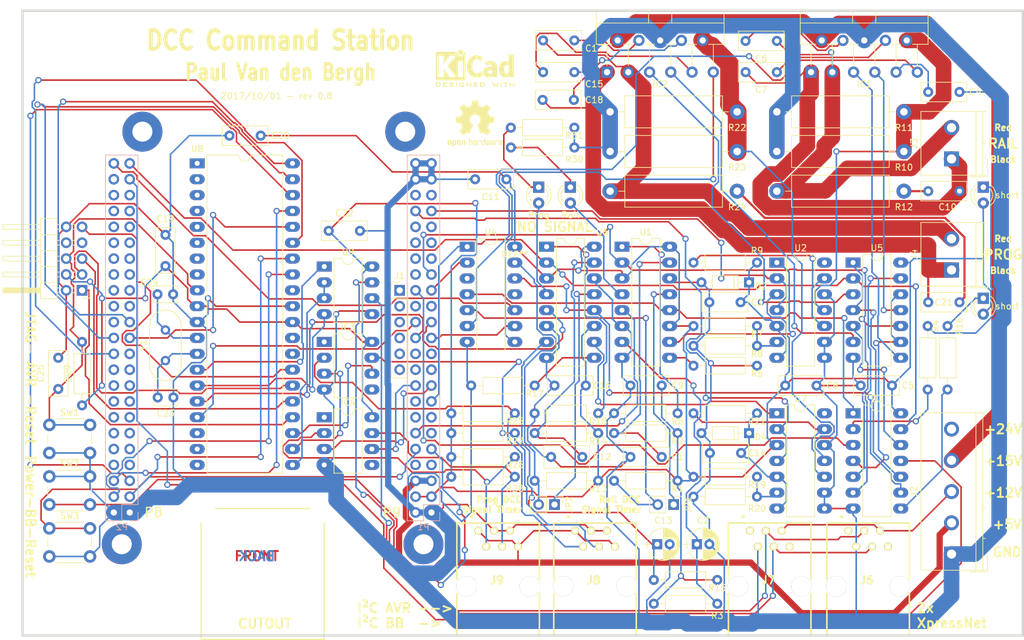
<source format=kicad_pcb>
(kicad_pcb (version 4) (host pcbnew 4.0.7)
  (layers (0 F.Cu signal) (31 B.Cu signal) (34 B.Paste user) (35 F.Paste user) (36 B.SilkS user) (37 F.SilkS user) (38 B.Mask user) (39 F.Mask user) (44 Edge.Cuts user))
  (net 0 "")
  (net 1 "Net-(C1-Pad1)")
  (net 2 GND)
  (net 3 "Net-(C2-Pad1)")
  (net 4 "Net-(C3-Pad1)")
  (net 5 "Net-(C4-Pad1)")
  (net 6 +3V3)
  (net 7 Rail_Red)
  (net 8 "Net-(C6-Pad2)")
  (net 9 "Net-(C7-Pad1)")
  (net 10 Rail_Black)
  (net 11 "Net-(C10-Pad1)")
  (net 12 "Net-(C12-Pad1)")
  (net 13 "Net-(C13-Pad1)")
  (net 14 "Net-(C14-Pad1)")
  (net 15 "Net-(C15-Pad1)")
  (net 16 Prog_Rail_Red)
  (net 17 "Net-(C17-Pad2)")
  (net 18 "Net-(C18-Pad1)")
  (net 19 Prog_Rail_Black)
  (net 20 "Net-(C21-Pad1)")
  (net 21 "Net-(C23-Pad1)")
  (net 22 "Net-(C25-Pad1)")
  (net 23 +15V)
  (net 24 "Net-(IC1-Pad5)")
  (net 25 "Net-(IC1-Pad7)")
  (net 26 "Net-(IC1-Pad10)")
  (net 27 "Net-(IC1-Pad11)")
  (net 28 "Net-(IC2-Pad5)")
  (net 29 "Net-(IC2-Pad7)")
  (net 30 "Net-(IC2-Pad10)")
  (net 31 "Net-(IC2-Pad11)")
  (net 32 "Net-(IC3-Pad2)")
  (net 33 I2C1_SDA)
  (net 34 I2C1_SCL)
  (net 35 "Net-(IC3-Pad7)")
  (net 36 "Net-(IC4-Pad2)")
  (net 37 "Net-(IC4-Pad7)")
  (net 38 +5V)
  (net 39 +12V)
  (net 40 "Net-(J5-Pad1)")
  (net 41 "Net-(J5-Pad3)")
  (net 42 "Net-(J6-Pad3)")
  (net 43 "Net-(J6-Pad4)")
  (net 44 "Net-(JP1-Pad1)")
  (net 45 "Net-(JP1-Pad2)")
  (net 46 "Net-(JP2-Pad1)")
  (net 47 "Net-(JP2-Pad2)")
  (net 48 Linux_OverCurrent)
  (net 49 Linux_RailPower)
  (net 50 Linux_Prog_RailPower)
  (net 51 Linux_Prog_OverCurrent)
  (net 52 PRUSS_RailPower)
  (net 53 PRUSS_RailcomGap)
  (net 54 PRUSS_DCC)
  (net 55 Linux_Analog_Current)
  (net 56 Linux_Prog_Analog_Current)
  (net 57 PRUSS_Prog_RailcomGap)
  (net 58 PRUSS_Prog_DCC)
  (net 59 PRUSS_Prog_RailPower)
  (net 60 "Net-(R5-Pad1)")
  (net 61 "Net-(R6-Pad1)")
  (net 62 "Net-(R7-Pad2)")
  (net 63 "Net-(R9-Pad1)")
  (net 64 "Net-(R17-Pad1)")
  (net 65 "Net-(R18-Pad1)")
  (net 66 "Net-(R19-Pad2)")
  (net 67 "Net-(R21-Pad1)")
  (net 68 "Net-(U1-Pad10)")
  (net 69 "Net-(U1-Pad12)")
  (net 70 "Net-(U3-Pad9)")
  (net 71 "Net-(U3-Pad10)")
  (net 72 "Net-(U3-Pad4)")
  (net 73 "Net-(U3-Pad12)")
  (net 74 "Net-(U3-Pad6)")
  (net 75 "Net-(U6-Pad10)")
  (net 76 "Net-(R16-Pad2)")
  (net 77 "Net-(R4-Pad2)")
  (net 78 "Net-(D1-Pad1)")
  (net 79 "Net-(D3-Pad1)")
  (net 80 "Net-(C24-Pad2)")
  (net 81 "Net-(P1-Pad9)")
  (net 82 "Net-(P1-Pad10)")
  (net 83 "Net-(U8-Pad14)")
  (net 84 "Net-(U8-Pad15)")
  (net 85 "Net-(D5-Pad1)")
  (net 86 "Net-(D5-Pad2)")
  (net 87 "Net-(D6-Pad1)")
  (net 88 "Net-(D6-Pad2)")
  (net 89 "Net-(J5-Pad5)")
  (net 90 "Net-(J5-Pad9)")
  (net 91 "Net-(IC3-Pad6)")
  (net 92 "Net-(IC3-Pad3)")
  (net 93 UART1_TXD)
  (net 94 UART1_RXD)
  (net 95 GPIO1_6)
  (net 96 GPIO1_7)
  (net 97 GPIO1_2)
  (net 98 GPIO1_3)
  (net 99 GPIO1_5)
  (net 100 GPIO1_4)
  (net 101 GPIO1_1)
  (net 102 GPIO1_0)
  (net 103 "Net-(U8-Pad21)")
  (module Capacitors_THT:C_Rect_L7.2mm_W3.0mm_P5.00mm_FKS2_FKP2_MKS2_MKP2 (layer F.Cu) (at 105.41 66.04 180)
    (fp_text reference C20 (at -3.175 0 180) (layer F.SilkS))
    (fp_text value 100nF)
    (pad 1 thru_hole circle (at 0 0 180) (size 1.6 1.6) (drill 0.8) (layers *.Cu *.Mask) (net 6 +3V3))
    (pad 2 thru_hole circle (at 5 0 180) (size 1.6 1.6) (drill 0.8) (layers *.Cu *.Mask) (net 2 GND))
  )
  (module EuroBoard_Outline:EuroBoard160mmX100mm_holes (layer F.Cu) (at 67.31 146.05)
    (fp_text reference REF** (at 78.74 -60.96) (layer F.SilkS))
    (fp_text value EuroBoard160mmX100mm_holes)
    (fp_line (start 0 -100) (end 0 0) (layer Edge.Cuts) (width 0.38))
    (fp_line (start 0 0) (end 160 0) (layer Edge.Cuts) (width 0.38))
    (fp_line (start 160 0) (end 160 -100) (layer Edge.Cuts) (width 0.38))
    (fp_line (start 160 -100) (end 0 -100) (layer Edge.Cuts) (width 0.38))
    (pad "" np_thru_hole circle (at 3.57 -94.45) (size 3.5 3.5) (drill 3.5) (layers *.Cu *.Mask))
    (pad "" np_thru_hole circle (at 156.43 -94.45) (size 3.5 3.5) (drill 3.5) (layers *.Cu *.Mask))
    (pad "" np_thru_hole circle (at 156.43 -5.55) (size 3.5 3.5) (drill 3.5) (layers *.Cu *.Mask))
    (pad "" np_thru_hole circle (at 3.57 -5.55) (size 3.5 3.5) (drill 3.5) (layers *.Cu *.Mask))
  )
  (module Pin_Headers:Pin_Header_Straight_1x02_Pitch2.54mm (layer F.Cu) (at 171.45 125.095 270)
    (fp_text reference JP1 (at 0 -2.33 270) (layer F.SilkS))
    (fp_text value Jumper)
    (pad 1 thru_hole rect (at 0 0 270) (size 1.7 1.7) (drill 1) (layers *.Cu *.Mask) (net 44 "Net-(JP1-Pad1)"))
    (pad 2 thru_hole oval (at 0 2.54 270) (size 1.7 1.7) (drill 1) (layers *.Cu *.Mask) (net 45 "Net-(JP1-Pad2)"))
  )
  (module Housings_DIP:DIP-14_W7.62mm_LongPads (layer F.Cu) (at 187.96 110.49)
    (fp_text reference U7 (at 3.81 -2.33) (layer F.SilkS))
    (fp_text value LM339)
    (pad 1 thru_hole rect (at 0 0) (size 2.4 1.6) (drill 0.8) (layers *.Cu *.Mask) (net 75 "Net-(U6-Pad10)"))
    (pad 8 thru_hole oval (at 7.62 15.24) (size 2.4 1.6) (drill 0.8) (layers *.Cu *.Mask) (net 2 GND))
    (pad 2 thru_hole oval (at 0 2.54) (size 2.4 1.6) (drill 0.8) (layers *.Cu *.Mask) (net 56 Linux_Prog_Analog_Current))
    (pad 9 thru_hole oval (at 7.62 12.7) (size 2.4 1.6) (drill 0.8) (layers *.Cu *.Mask) (net 2 GND))
    (pad 3 thru_hole oval (at 0 5.08) (size 2.4 1.6) (drill 0.8) (layers *.Cu *.Mask) (net 6 +3V3))
    (pad 10 thru_hole oval (at 7.62 10.16) (size 2.4 1.6) (drill 0.8) (layers *.Cu *.Mask) (net 67 "Net-(R21-Pad1)"))
    (pad 4 thru_hole oval (at 0 7.62) (size 2.4 1.6) (drill 0.8) (layers *.Cu *.Mask) (net 56 Linux_Prog_Analog_Current))
    (pad 11 thru_hole oval (at 7.62 7.62) (size 2.4 1.6) (drill 0.8) (layers *.Cu *.Mask) (net 30 "Net-(IC2-Pad10)"))
    (pad 5 thru_hole oval (at 0 10.16) (size 2.4 1.6) (drill 0.8) (layers *.Cu *.Mask) (net 14 "Net-(C14-Pad1)"))
    (pad 12 thru_hole oval (at 7.62 5.08) (size 2.4 1.6) (drill 0.8) (layers *.Cu *.Mask) (net 2 GND))
    (pad 6 thru_hole oval (at 0 12.7) (size 2.4 1.6) (drill 0.8) (layers *.Cu *.Mask) (net 66 "Net-(R19-Pad2)"))
    (pad 13 thru_hole oval (at 7.62 2.54) (size 2.4 1.6) (drill 0.8) (layers *.Cu *.Mask) (net 67 "Net-(R21-Pad1)"))
    (pad 7 thru_hole oval (at 0 15.24) (size 2.4 1.6) (drill 0.8) (layers *.Cu *.Mask) (net 14 "Net-(C14-Pad1)"))
    (pad 14 thru_hole oval (at 7.62 0) (size 2.4 1.6) (drill 0.8) (layers *.Cu *.Mask))
  )
  (module Capacitors_THT:C_Rect_L7.2mm_W3.0mm_P5.00mm_FKS2_FKP2_MKS2_MKP2 (layer F.Cu) (at 206.375 106.045 180)
    (fp_text reference C5 (at -2.54 0 180) (layer F.SilkS))
    (fp_text value 100nF)
    (pad 1 thru_hole circle (at 0 0 180) (size 1.6 1.6) (drill 0.8) (layers *.Cu *.Mask) (net 6 +3V3))
    (pad 2 thru_hole circle (at 5 0 180) (size 1.6 1.6) (drill 0.8) (layers *.Cu *.Mask) (net 2 GND))
  )
  (module Capacitors_THT:C_Rect_L7.2mm_W3.0mm_P5.00mm_FKS2_FKP2_MKS2_MKP2 (layer F.Cu) (at 169.545 117.475 180)
    (fp_text reference C1 (at -2.54 0 180) (layer F.SilkS))
    (fp_text value 100nF)
    (pad 1 thru_hole circle (at 0 0 180) (size 1.6 1.6) (drill 0.8) (layers *.Cu *.Mask) (net 1 "Net-(C1-Pad1)"))
    (pad 2 thru_hole circle (at 5 0 180) (size 1.6 1.6) (drill 0.8) (layers *.Cu *.Mask) (net 2 GND))
  )
  (module Capacitors_THT:CP_Radial_D5.0mm_P2.00mm (layer F.Cu) (at 175.165 131.445)
    (fp_text reference C2 (at 1 -3.81) (layer F.SilkS))
    (fp_text value "10µF 6.3V")
    (pad 1 thru_hole rect (at 0 0) (size 1.6 1.6) (drill 0.8) (layers *.Cu *.Mask) (net 3 "Net-(C2-Pad1)"))
    (pad 2 thru_hole circle (at 2 0) (size 1.6 1.6) (drill 0.8) (layers *.Cu *.Mask) (net 2 GND))
  )
  (module Capacitors_THT:C_Rect_L7.2mm_W3.0mm_P5.00mm_FKS2_FKP2_MKS2_MKP2 (layer F.Cu) (at 182.165 92.71 180)
    (fp_text reference C3 (at -2.62 0 180) (layer F.SilkS))
    (fp_text value 10nF)
    (pad 1 thru_hole circle (at 0 0 180) (size 1.6 1.6) (drill 0.8) (layers *.Cu *.Mask) (net 4 "Net-(C3-Pad1)"))
    (pad 2 thru_hole circle (at 5 0 180) (size 1.6 1.6) (drill 0.8) (layers *.Cu *.Mask) (net 2 GND))
  )
  (module Capacitors_THT:C_Rect_L7.2mm_W3.0mm_P5.00mm_FKS2_FKP2_MKS2_MKP2 (layer F.Cu) (at 212.17 59.055)
    (fp_text reference C4 (at 7.54 0) (layer F.SilkS))
    (fp_text value 220nF)
    (pad 1 thru_hole circle (at 0 0) (size 1.6 1.6) (drill 0.8) (layers *.Cu *.Mask) (net 5 "Net-(C4-Pad1)"))
    (pad 2 thru_hole circle (at 5 0) (size 1.6 1.6) (drill 0.8) (layers *.Cu *.Mask) (net 2 GND))
  )
  (module Capacitors_THT:C_Rect_L7.2mm_W3.0mm_P5.00mm_FKS2_FKP2_MKS2_MKP2 (layer F.Cu) (at 187.96 50.88 180)
    (fp_text reference C6 (at 2.5 -2.81 180) (layer F.SilkS))
    (fp_text value 15nF)
    (pad 1 thru_hole circle (at 0 0 180) (size 1.6 1.6) (drill 0.8) (layers *.Cu *.Mask) (net 7 Rail_Red))
    (pad 2 thru_hole circle (at 5 0 180) (size 1.6 1.6) (drill 0.8) (layers *.Cu *.Mask) (net 8 "Net-(C6-Pad2)"))
  )
  (module Capacitors_THT:C_Rect_L7.2mm_W3.0mm_P5.00mm_FKS2_FKP2_MKS2_MKP2 (layer F.Cu) (at 187.96 55.88 180)
    (fp_text reference C7 (at 2.5 -2.81 180) (layer F.SilkS))
    (fp_text value 15nF)
    (pad 1 thru_hole circle (at 0 0 180) (size 1.6 1.6) (drill 0.8) (layers *.Cu *.Mask) (net 9 "Net-(C7-Pad1)"))
    (pad 2 thru_hole circle (at 5 0 180) (size 1.6 1.6) (drill 0.8) (layers *.Cu *.Mask) (net 10 Rail_Black))
  )
  (module Capacitors_THT:C_Rect_L7.2mm_W3.0mm_P5.00mm_FKS2_FKP2_MKS2_MKP2 (layer F.Cu) (at 189.31 106.045)
    (fp_text reference C8 (at 7.54 0) (layer F.SilkS))
    (fp_text value 100nF)
    (pad 1 thru_hole circle (at 0 0) (size 1.6 1.6) (drill 0.8) (layers *.Cu *.Mask) (net 6 +3V3))
    (pad 2 thru_hole circle (at 5 0) (size 1.6 1.6) (drill 0.8) (layers *.Cu *.Mask) (net 2 GND))
  )
  (module Capacitors_THT:C_Rect_L7.2mm_W3.0mm_P5.00mm_FKS2_FKP2_MKS2_MKP2 (layer F.Cu) (at 169.545 106.045 180)
    (fp_text reference C9 (at -2.54 0 180) (layer F.SilkS))
    (fp_text value 100nF)
    (pad 1 thru_hole circle (at 0 0 180) (size 1.6 1.6) (drill 0.8) (layers *.Cu *.Mask) (net 6 +3V3))
    (pad 2 thru_hole circle (at 5 0 180) (size 1.6 1.6) (drill 0.8) (layers *.Cu *.Mask) (net 2 GND))
  )
  (module Capacitors_THT:C_Rect_L7.2mm_W3.0mm_P5.00mm_FKS2_FKP2_MKS2_MKP2 (layer F.Cu) (at 212.17 74.93)
    (fp_text reference C10 (at 3.095 2.54) (layer F.SilkS))
    (fp_text value 100nF)
    (pad 1 thru_hole circle (at 0 0) (size 1.6 1.6) (drill 0.8) (layers *.Cu *.Mask) (net 11 "Net-(C10-Pad1)"))
    (pad 2 thru_hole circle (at 5 0) (size 1.6 1.6) (drill 0.8) (layers *.Cu *.Mask) (net 10 Rail_Black))
  )
  (module Capacitors_THT:C_Rect_L7.2mm_W3.0mm_P5.00mm_FKS2_FKP2_MKS2_MKP2 (layer F.Cu) (at 144.7 73.025 180)
    (fp_text reference C11 (at 2.5 -2.81 180) (layer F.SilkS))
    (fp_text value 100nF)
    (pad 1 thru_hole circle (at 0 0 180) (size 1.6 1.6) (drill 0.8) (layers *.Cu *.Mask) (net 6 +3V3))
    (pad 2 thru_hole circle (at 5 0 180) (size 1.6 1.6) (drill 0.8) (layers *.Cu *.Mask) (net 2 GND))
  )
  (module Capacitors_THT:C_Rect_L7.2mm_W3.5mm_P5.00mm_FKS2_FKP2_MKS2_MKP2 (layer F.Cu) (at 156.845 117.475 180)
    (fp_text reference C12 (at -3.175 0 180) (layer F.SilkS))
    (fp_text value 100nF)
    (pad 1 thru_hole circle (at 0 0 180) (size 1.6 1.6) (drill 0.8) (layers *.Cu *.Mask) (net 12 "Net-(C12-Pad1)"))
    (pad 2 thru_hole circle (at 5 0 180) (size 1.6 1.6) (drill 0.8) (layers *.Cu *.Mask) (net 2 GND))
  )
  (module Capacitors_THT:C_Rect_L7.2mm_W3.0mm_P5.00mm_FKS2_FKP2_MKS2_MKP2 (layer F.Cu) (at 182.245 116.84 180)
    (fp_text reference C14 (at -2.54 0 180) (layer F.SilkS))
    (fp_text value 10nF)
    (pad 1 thru_hole circle (at 0 0 180) (size 1.6 1.6) (drill 0.8) (layers *.Cu *.Mask) (net 14 "Net-(C14-Pad1)"))
    (pad 2 thru_hole circle (at 5 0 180) (size 1.6 1.6) (drill 0.8) (layers *.Cu *.Mask) (net 2 GND))
  )
  (module Capacitors_THT:C_Rect_L7.2mm_W3.0mm_P5.00mm_FKS2_FKP2_MKS2_MKP2 (layer F.Cu) (at 150.575 55.88)
    (fp_text reference C15 (at 8.175 1.905) (layer F.SilkS))
    (fp_text value 220nF)
    (pad 1 thru_hole circle (at 0 0) (size 1.6 1.6) (drill 0.8) (layers *.Cu *.Mask) (net 15 "Net-(C15-Pad1)"))
    (pad 2 thru_hole circle (at 5 0) (size 1.6 1.6) (drill 0.8) (layers *.Cu *.Mask) (net 2 GND))
  )
  (module Capacitors_THT:C_Rect_L7.2mm_W3.0mm_P5.00mm_FKS2_FKP2_MKS2_MKP2 (layer F.Cu) (at 157.4 106.045 180)
    (fp_text reference C16 (at -2.62 0 180) (layer F.SilkS))
    (fp_text value 100nF)
    (pad 1 thru_hole circle (at 0 0 180) (size 1.6 1.6) (drill 0.8) (layers *.Cu *.Mask) (net 6 +3V3))
    (pad 2 thru_hole circle (at 5 0 180) (size 1.6 1.6) (drill 0.8) (layers *.Cu *.Mask) (net 2 GND))
  )
  (module Capacitors_THT:C_Rect_L7.2mm_W3.0mm_P5.00mm_FKS2_FKP2_MKS2_MKP2 (layer F.Cu) (at 150.575 50.8)
    (fp_text reference C17 (at 8.175 1.27) (layer F.SilkS))
    (fp_text value 15nF)
    (pad 1 thru_hole circle (at 0 0) (size 1.6 1.6) (drill 0.8) (layers *.Cu *.Mask) (net 16 Prog_Rail_Red))
    (pad 2 thru_hole circle (at 5 0) (size 1.6 1.6) (drill 0.8) (layers *.Cu *.Mask) (net 17 "Net-(C17-Pad2)"))
  )
  (module Capacitors_THT:C_Rect_L7.2mm_W3.0mm_P5.00mm_FKS2_FKP2_MKS2_MKP2 (layer F.Cu) (at 155.495 60.325 180)
    (fp_text reference C18 (at -3.255 0 180) (layer F.SilkS))
    (fp_text value 15nF)
    (pad 1 thru_hole circle (at 0 0 180) (size 1.6 1.6) (drill 0.8) (layers *.Cu *.Mask) (net 18 "Net-(C18-Pad1)"))
    (pad 2 thru_hole circle (at 5 0 180) (size 1.6 1.6) (drill 0.8) (layers *.Cu *.Mask) (net 19 Prog_Rail_Black))
  )
  (module Capacitors_THT:C_Rect_L7.2mm_W3.0mm_P5.00mm_FKS2_FKP2_MKS2_MKP2 (layer F.Cu) (at 90.17 86.915 90)
    (fp_text reference C19 (at 7.54 0 180) (layer F.SilkS))
    (fp_text value 100nF)
    (pad 1 thru_hole circle (at 0 0 90) (size 1.6 1.6) (drill 0.8) (layers *.Cu *.Mask) (net 6 +3V3))
    (pad 2 thru_hole circle (at 5 0 90) (size 1.6 1.6) (drill 0.8) (layers *.Cu *.Mask) (net 2 GND))
  )
  (module Capacitors_THT:C_Rect_L7.2mm_W3.0mm_P5.00mm_FKS2_FKP2_MKS2_MKP2 (layer F.Cu) (at 217.17 92.71 180)
    (fp_text reference C21 (at 2.54 0 180) (layer F.SilkS))
    (fp_text value 100nF)
    (pad 1 thru_hole circle (at 0 0 180) (size 1.6 1.6) (drill 0.8) (layers *.Cu *.Mask) (net 20 "Net-(C21-Pad1)"))
    (pad 2 thru_hole circle (at 5 0 180) (size 1.6 1.6) (drill 0.8) (layers *.Cu *.Mask) (net 19 Prog_Rail_Black))
  )
  (module Capacitors_THT:C_Rect_L7.2mm_W3.0mm_P5.00mm_FKS2_FKP2_MKS2_MKP2 (layer F.Cu) (at 116.285 81.28)
    (fp_text reference C22 (at 2.5 -2.81) (layer F.SilkS))
    (fp_text value 100nF)
    (pad 1 thru_hole circle (at 0 0) (size 1.6 1.6) (drill 0.8) (layers *.Cu *.Mask) (net 6 +3V3))
    (pad 2 thru_hole circle (at 5 0) (size 1.6 1.6) (drill 0.8) (layers *.Cu *.Mask) (net 2 GND))
  )
  (module Capacitors_THT:C_Disc_D3.8mm_W2.6mm_P2.50mm (layer F.Cu) (at 88.94 107.95)
    (fp_text reference C23 (at 1.25 2.54) (layer F.SilkS))
    (fp_text value 22pF)
    (pad 1 thru_hole circle (at 0 0) (size 1.6 1.6) (drill 0.8) (layers *.Cu *.Mask) (net 21 "Net-(C23-Pad1)"))
    (pad 2 thru_hole circle (at 2.5 0) (size 1.6 1.6) (drill 0.8) (layers *.Cu *.Mask) (net 2 GND))
  )
  (module Capacitors_THT:C_Disc_D3.8mm_W2.6mm_P2.50mm (layer F.Cu) (at 91.4 91.44 180)
    (fp_text reference C24 (at 3.77 1.905 180) (layer F.SilkS))
    (fp_text value 22pF)
    (pad 1 thru_hole circle (at 0 0 180) (size 1.6 1.6) (drill 0.8) (layers *.Cu *.Mask) (net 2 GND))
    (pad 2 thru_hole circle (at 2.5 0 180) (size 1.6 1.6) (drill 0.8) (layers *.Cu *.Mask) (net 80 "Net-(C24-Pad2)"))
  )
  (module Capacitors_THT:C_Rect_L7.2mm_W3.0mm_P5.00mm_FKS2_FKP2_MKS2_MKP2 (layer F.Cu) (at 73.025 106.6 90)
    (fp_text reference C25 (at 2.5 -2.81 90) (layer F.SilkS))
    (fp_text value 100nF)
    (pad 1 thru_hole circle (at 0 0 90) (size 1.6 1.6) (drill 0.8) (layers *.Cu *.Mask) (net 22 "Net-(C25-Pad1)"))
    (pad 2 thru_hole circle (at 5 0 90) (size 1.6 1.6) (drill 0.8) (layers *.Cu *.Mask) (net 2 GND))
  )
  (module Diodes_THT:D_DO-35_SOD27_P7.62mm_Horizontal (layer F.Cu) (at 183.515 89.535 180)
    (fp_text reference D2 (at -1.905 -0.635 180) (layer F.SilkS))
    (fp_text value 1N4614)
    (pad 1 thru_hole rect (at 0 0 180) (size 1.6 1.6) (drill 0.8) (layers *.Cu *.Mask) (net 4 "Net-(C3-Pad1)"))
    (pad 2 thru_hole oval (at 7.62 0 180) (size 1.6 1.6) (drill 0.8) (layers *.Cu *.Mask) (net 2 GND))
  )
  (module Diodes_THT:D_DO-35_SOD27_P7.62mm_Horizontal (layer F.Cu) (at 183.515 113.665 180)
    (fp_text reference D4 (at -1.905 -0.635 180) (layer F.SilkS))
    (fp_text value 1N4614)
    (pad 1 thru_hole rect (at 0 0 180) (size 1.6 1.6) (drill 0.8) (layers *.Cu *.Mask) (net 14 "Net-(C14-Pad1)"))
    (pad 2 thru_hole oval (at 7.62 0 180) (size 1.6 1.6) (drill 0.8) (layers *.Cu *.Mask) (net 2 GND))
  )
  (module TO_SOT_Packages_THT:Multiwatt-11_Vertical_StaggeredType1 (layer F.Cu) (at 193.43 55.88)
    (fp_text reference IC1 (at 8.5 1.905) (layer F.SilkS))
    (fp_text value L6203)
    (pad 1 thru_hole rect (at 0 0) (size 1.8 1.8) (drill 1) (layers *.Cu *.Mask) (net 10 Rail_Black))
    (pad 2 thru_hole oval (at 1.7 -5.08) (size 1.8 1.8) (drill 1) (layers *.Cu *.Mask) (net 23 +15V))
    (pad 3 thru_hole oval (at 3.4 0) (size 1.8 1.8) (drill 1) (layers *.Cu *.Mask) (net 7 Rail_Red))
    (pad 4 thru_hole oval (at 5.1 -5.08) (size 1.8 1.8) (drill 1) (layers *.Cu *.Mask) (net 8 "Net-(C6-Pad2)"))
    (pad 5 thru_hole oval (at 6.8 0) (size 1.8 1.8) (drill 1) (layers *.Cu *.Mask) (net 24 "Net-(IC1-Pad5)"))
    (pad 6 thru_hole oval (at 8.5 -5.08) (size 1.8 1.8) (drill 1) (layers *.Cu *.Mask) (net 2 GND))
    (pad 7 thru_hole oval (at 10.2 0) (size 1.8 1.8) (drill 1) (layers *.Cu *.Mask) (net 25 "Net-(IC1-Pad7)"))
    (pad 8 thru_hole oval (at 11.9 -5.08) (size 1.8 1.8) (drill 1) (layers *.Cu *.Mask) (net 9 "Net-(C7-Pad1)"))
    (pad 9 thru_hole oval (at 13.6 0) (size 1.8 1.8) (drill 1) (layers *.Cu *.Mask) (net 5 "Net-(C4-Pad1)"))
    (pad 10 thru_hole oval (at 15.3 -5.08) (size 1.8 1.8) (drill 1) (layers *.Cu *.Mask) (net 26 "Net-(IC1-Pad10)"))
    (pad 11 thru_hole oval (at 17 0) (size 1.8 1.8) (drill 1) (layers *.Cu *.Mask) (net 27 "Net-(IC1-Pad11)"))
  )
  (module TO_SOT_Packages_THT:Multiwatt-11_Vertical_StaggeredType1 (layer F.Cu) (at 160.8 55.88)
    (fp_text reference IC2 (at 8.5 1.905) (layer F.SilkS))
    (fp_text value L6203)
    (pad 1 thru_hole rect (at 0 0) (size 1.8 1.8) (drill 1) (layers *.Cu *.Mask) (net 19 Prog_Rail_Black))
    (pad 2 thru_hole oval (at 1.7 -5.08) (size 1.8 1.8) (drill 1) (layers *.Cu *.Mask) (net 23 +15V))
    (pad 3 thru_hole oval (at 3.4 0) (size 1.8 1.8) (drill 1) (layers *.Cu *.Mask) (net 16 Prog_Rail_Red))
    (pad 4 thru_hole oval (at 5.1 -5.08) (size 1.8 1.8) (drill 1) (layers *.Cu *.Mask) (net 17 "Net-(C17-Pad2)"))
    (pad 5 thru_hole oval (at 6.8 0) (size 1.8 1.8) (drill 1) (layers *.Cu *.Mask) (net 28 "Net-(IC2-Pad5)"))
    (pad 6 thru_hole oval (at 8.5 -5.08) (size 1.8 1.8) (drill 1) (layers *.Cu *.Mask) (net 2 GND))
    (pad 7 thru_hole oval (at 10.2 0) (size 1.8 1.8) (drill 1) (layers *.Cu *.Mask) (net 29 "Net-(IC2-Pad7)"))
    (pad 8 thru_hole oval (at 11.9 -5.08) (size 1.8 1.8) (drill 1) (layers *.Cu *.Mask) (net 18 "Net-(C18-Pad1)"))
    (pad 9 thru_hole oval (at 13.6 0) (size 1.8 1.8) (drill 1) (layers *.Cu *.Mask) (net 15 "Net-(C15-Pad1)"))
    (pad 10 thru_hole oval (at 15.3 -5.08) (size 1.8 1.8) (drill 1) (layers *.Cu *.Mask) (net 30 "Net-(IC2-Pad10)"))
    (pad 11 thru_hole oval (at 17 0) (size 1.8 1.8) (drill 1) (layers *.Cu *.Mask) (net 31 "Net-(IC2-Pad11)"))
  )
  (module Housings_DIP:DIP-8_W7.62mm_LongPads (layer F.Cu) (at 115.57 99.06)
    (fp_text reference IC3 (at 3.81 -2.33) (layer F.SilkS))
    (fp_text value P82B715PN)
    (pad 1 thru_hole rect (at 0 0) (size 2.4 1.6) (drill 0.8) (layers *.Cu *.Mask))
    (pad 5 thru_hole oval (at 7.62 7.62) (size 2.4 1.6) (drill 0.8) (layers *.Cu *.Mask))
    (pad 2 thru_hole oval (at 0 2.54) (size 2.4 1.6) (drill 0.8) (layers *.Cu *.Mask) (net 32 "Net-(IC3-Pad2)"))
    (pad 6 thru_hole oval (at 7.62 5.08) (size 2.4 1.6) (drill 0.8) (layers *.Cu *.Mask) (net 91 "Net-(IC3-Pad6)"))
    (pad 3 thru_hole oval (at 0 5.08) (size 2.4 1.6) (drill 0.8) (layers *.Cu *.Mask) (net 92 "Net-(IC3-Pad3)"))
    (pad 7 thru_hole oval (at 7.62 2.54) (size 2.4 1.6) (drill 0.8) (layers *.Cu *.Mask) (net 35 "Net-(IC3-Pad7)"))
    (pad 4 thru_hole oval (at 0 7.62) (size 2.4 1.6) (drill 0.8) (layers *.Cu *.Mask) (net 2 GND))
    (pad 8 thru_hole oval (at 7.62 0) (size 2.4 1.6) (drill 0.8) (layers *.Cu *.Mask) (net 6 +3V3))
  )
  (module Housings_DIP:DIP-8_W7.62mm_LongPads (layer F.Cu) (at 115.57 111.125)
    (fp_text reference IC4 (at 3.81 -2.33) (layer F.SilkS))
    (fp_text value P82B715PN)
    (pad 1 thru_hole rect (at 0 0) (size 2.4 1.6) (drill 0.8) (layers *.Cu *.Mask))
    (pad 5 thru_hole oval (at 7.62 7.62) (size 2.4 1.6) (drill 0.8) (layers *.Cu *.Mask))
    (pad 2 thru_hole oval (at 0 2.54) (size 2.4 1.6) (drill 0.8) (layers *.Cu *.Mask) (net 36 "Net-(IC4-Pad2)"))
    (pad 6 thru_hole oval (at 7.62 5.08) (size 2.4 1.6) (drill 0.8) (layers *.Cu *.Mask) (net 33 I2C1_SDA))
    (pad 3 thru_hole oval (at 0 5.08) (size 2.4 1.6) (drill 0.8) (layers *.Cu *.Mask) (net 34 I2C1_SCL))
    (pad 7 thru_hole oval (at 7.62 2.54) (size 2.4 1.6) (drill 0.8) (layers *.Cu *.Mask) (net 37 "Net-(IC4-Pad7)"))
    (pad 4 thru_hole oval (at 0 7.62) (size 2.4 1.6) (drill 0.8) (layers *.Cu *.Mask) (net 2 GND))
    (pad 8 thru_hole oval (at 7.62 0) (size 2.4 1.6) (drill 0.8) (layers *.Cu *.Mask) (net 6 +3V3))
  )
  (module Socket_Strips:Socket_Strip_Straight_1x06_Pitch2.54mm (layer F.Cu) (at 127.635 90.805)
    (fp_text reference J1 (at 0 -2.33) (layer F.SilkS))
    (fp_text value Conn_01x06_Female)
    (pad 1 thru_hole rect (at 0 0) (size 1.7 1.7) (drill 1) (layers *.Cu *.Mask))
    (pad 2 thru_hole oval (at 0 2.54) (size 1.7 1.7) (drill 1) (layers *.Cu *.Mask))
    (pad 3 thru_hole oval (at 0 5.08) (size 1.7 1.7) (drill 1) (layers *.Cu *.Mask))
    (pad 4 thru_hole oval (at 0 7.62) (size 1.7 1.7) (drill 1) (layers *.Cu *.Mask))
    (pad 5 thru_hole oval (at 0 10.16) (size 1.7 1.7) (drill 1) (layers *.Cu *.Mask))
    (pad 6 thru_hole oval (at 0 12.7) (size 1.7 1.7) (drill 1) (layers *.Cu *.Mask))
  )
  (module Connectors_Terminal_Blocks:TerminalBlock_Philmore_TB13x_05x5mm_Straight (layer F.Cu) (at 215.9 133.016 90)
    (fp_text reference J2 (at 10 -6 90) (layer F.SilkS))
    (fp_text value Screw_Terminal_01x05)
    (pad 1 thru_hole rect (at 0 0 90) (size 2.4 2.4) (drill 1.47) (layers *.Cu *.Mask) (net 2 GND))
    (pad 2 thru_hole circle (at 5 0 90) (size 2.4 2.4) (drill 1.47) (layers *.Cu *.Mask) (net 38 +5V))
    (pad 3 thru_hole circle (at 10 0 90) (size 2.4 2.4) (drill 1.47) (layers *.Cu *.Mask) (net 39 +12V))
    (pad 4 thru_hole circle (at 15 0 90) (size 2.4 2.4) (drill 1.47) (layers *.Cu *.Mask) (net 23 +15V))
    (pad 5 thru_hole circle (at 20 0 90) (size 2.4 2.4) (drill 1.47) (layers *.Cu *.Mask))
  )
  (module Connectors_Terminal_Blocks:TerminalBlock_Philmore_TB132_02x5mm_Straight (layer F.Cu) (at 215.9 69.77 90)
    (fp_text reference J3 (at 2.5 -6 90) (layer F.SilkS))
    (fp_text value Screw_Terminal_01x02)
    (pad 1 thru_hole rect (at 0 0 90) (size 2.4 2.4) (drill 1.47) (layers *.Cu *.Mask) (net 10 Rail_Black))
    (pad 2 thru_hole circle (at 5 0 90) (size 2.4 2.4) (drill 1.47) (layers *.Cu *.Mask) (net 7 Rail_Red))
  )
  (module Connectors_Terminal_Blocks:TerminalBlock_Philmore_TB132_02x5mm_Straight (layer F.Cu) (at 215.9 87.55 90)
    (fp_text reference J4 (at 2.5 -6 90) (layer F.SilkS))
    (fp_text value Screw_Terminal_01x02)
    (pad 1 thru_hole rect (at 0 0 90) (size 2.4 2.4) (drill 1.47) (layers *.Cu *.Mask) (net 19 Prog_Rail_Black))
    (pad 2 thru_hole circle (at 5 0 90) (size 2.4 2.4) (drill 1.47) (layers *.Cu *.Mask) (net 16 Prog_Rail_Red))
  )
  (module 54601-906WPLF:54601-906WPLF (layer F.Cu) (at 195.961 146.056)
    (fp_text reference J6 (at 6.376 -8.851) (layer F.SilkS) (effects (font (size 1.27 1.27) (thickness 0.254))))
    (fp_text value 54601-906WPLF hide)
    (pad 1 thru_hole circle (at 3.425 -16.77 90) (size 1.26 1.26) (drill 0.76) (layers *.Cu *.Mask F.SilkS))
    (pad 2 thru_hole circle (at 4.695 -14.23 90) (size 1.26 1.26) (drill 0.76) (layers *.Cu *.Mask F.SilkS) (net 2 GND))
    (pad 3 thru_hole circle (at 5.965 -16.77 90) (size 1.26 1.26) (drill 0.76) (layers *.Cu *.Mask F.SilkS) (net 42 "Net-(J6-Pad3)"))
    (pad 4 thru_hole circle (at 7.235 -14.23 90) (size 1.26 1.26) (drill 0.76) (layers *.Cu *.Mask F.SilkS) (net 43 "Net-(J6-Pad4)"))
    (pad 5 thru_hole circle (at 8.505 -16.77 90) (size 1.26 1.26) (drill 0.76) (layers *.Cu *.Mask F.SilkS) (net 39 +12V))
    (pad 6 thru_hole circle (at 9.775 -14.23 90) (size 1.26 1.26) (drill 0.76) (layers *.Cu *.Mask F.SilkS))
    (pad 7 thru_hole circle (at 11.68 -7.88 90) (size 3.25 3.25) (drill 3.25) (layers *.Cu *.Mask F.SilkS))
    (pad 8 thru_hole circle (at 1.52 -7.88 90) (size 3.25 3.25) (drill 3.25) (layers *.Cu *.Mask F.SilkS))
  )
  (module 54601-906WPLF:54601-906WPLF (layer F.Cu) (at 180.217 146.056)
    (fp_text reference J7 (at 6.376 -8.851) (layer F.SilkS) (effects (font (size 1.27 1.27) (thickness 0.254))))
    (fp_text value 54601-906WPLF hide)
    (pad 1 thru_hole circle (at 3.425 -16.77 90) (size 1.26 1.26) (drill 0.76) (layers *.Cu *.Mask F.SilkS))
    (pad 2 thru_hole circle (at 4.695 -14.23 90) (size 1.26 1.26) (drill 0.76) (layers *.Cu *.Mask F.SilkS) (net 2 GND))
    (pad 3 thru_hole circle (at 5.965 -16.77 90) (size 1.26 1.26) (drill 0.76) (layers *.Cu *.Mask F.SilkS) (net 42 "Net-(J6-Pad3)"))
    (pad 4 thru_hole circle (at 7.235 -14.23 90) (size 1.26 1.26) (drill 0.76) (layers *.Cu *.Mask F.SilkS) (net 43 "Net-(J6-Pad4)"))
    (pad 5 thru_hole circle (at 8.505 -16.77 90) (size 1.26 1.26) (drill 0.76) (layers *.Cu *.Mask F.SilkS) (net 39 +12V))
    (pad 6 thru_hole circle (at 9.775 -14.23 90) (size 1.26 1.26) (drill 0.76) (layers *.Cu *.Mask F.SilkS))
    (pad 7 thru_hole circle (at 11.68 -7.88 90) (size 3.25 3.25) (drill 3.25) (layers *.Cu *.Mask F.SilkS))
    (pad 8 thru_hole circle (at 1.52 -7.88 90) (size 3.25 3.25) (drill 3.25) (layers *.Cu *.Mask F.SilkS))
  )
  (module 54601-906WPLF:54601-906WPLF (layer F.Cu) (at 152.277 146.056)
    (fp_text reference J8 (at 6.376 -8.851) (layer F.SilkS) (effects (font (size 1.27 1.27) (thickness 0.254))))
    (fp_text value 54601-906WPLF hide)
    (pad 1 thru_hole circle (at 3.425 -16.77 90) (size 1.26 1.26) (drill 0.76) (layers *.Cu *.Mask F.SilkS) (net 38 +5V))
    (pad 2 thru_hole circle (at 4.695 -14.23 90) (size 1.26 1.26) (drill 0.76) (layers *.Cu *.Mask F.SilkS) (net 32 "Net-(IC3-Pad2)"))
    (pad 3 thru_hole circle (at 5.965 -16.77 90) (size 1.26 1.26) (drill 0.76) (layers *.Cu *.Mask F.SilkS) (net 2 GND))
    (pad 4 thru_hole circle (at 7.235 -14.23 90) (size 1.26 1.26) (drill 0.76) (layers *.Cu *.Mask F.SilkS) (net 35 "Net-(IC3-Pad7)"))
    (pad 5 thru_hole circle (at 8.505 -16.77 90) (size 1.26 1.26) (drill 0.76) (layers *.Cu *.Mask F.SilkS) (net 2 GND))
    (pad 6 thru_hole circle (at 9.775 -14.23 90) (size 1.26 1.26) (drill 0.76) (layers *.Cu *.Mask F.SilkS) (net 38 +5V))
    (pad 7 thru_hole circle (at 11.68 -7.88 90) (size 3.25 3.25) (drill 3.25) (layers *.Cu *.Mask F.SilkS))
    (pad 8 thru_hole circle (at 1.52 -7.88 90) (size 3.25 3.25) (drill 3.25) (layers *.Cu *.Mask F.SilkS))
  )
  (module 54601-906WPLF:54601-906WPLF (layer F.Cu) (at 136.783 146.056)
    (fp_text reference J9 (at 6.376 -8.851) (layer F.SilkS) (effects (font (size 1.27 1.27) (thickness 0.254))))
    (fp_text value 54601-906WPLF hide)
    (pad 1 thru_hole circle (at 3.425 -16.77 90) (size 1.26 1.26) (drill 0.76) (layers *.Cu *.Mask F.SilkS) (net 38 +5V))
    (pad 2 thru_hole circle (at 4.695 -14.23 90) (size 1.26 1.26) (drill 0.76) (layers *.Cu *.Mask F.SilkS) (net 36 "Net-(IC4-Pad2)"))
    (pad 3 thru_hole circle (at 5.965 -16.77 90) (size 1.26 1.26) (drill 0.76) (layers *.Cu *.Mask F.SilkS) (net 2 GND))
    (pad 4 thru_hole circle (at 7.235 -14.23 90) (size 1.26 1.26) (drill 0.76) (layers *.Cu *.Mask F.SilkS) (net 37 "Net-(IC4-Pad7)"))
    (pad 5 thru_hole circle (at 8.505 -16.77 90) (size 1.26 1.26) (drill 0.76) (layers *.Cu *.Mask F.SilkS) (net 2 GND))
    (pad 6 thru_hole circle (at 9.775 -14.23 90) (size 1.26 1.26) (drill 0.76) (layers *.Cu *.Mask F.SilkS) (net 38 +5V))
    (pad 7 thru_hole circle (at 11.68 -7.88 90) (size 3.25 3.25) (drill 3.25) (layers *.Cu *.Mask F.SilkS))
    (pad 8 thru_hole circle (at 1.52 -7.88 90) (size 3.25 3.25) (drill 3.25) (layers *.Cu *.Mask F.SilkS))
  )
  (module Pin_Headers:Pin_Header_Straight_1x02_Pitch2.54mm (layer F.Cu) (at 152.4 125.095 270)
    (fp_text reference JP2 (at 0 -2.33 270) (layer F.SilkS))
    (fp_text value Jumper)
    (pad 1 thru_hole rect (at 0 0 270) (size 1.7 1.7) (drill 1) (layers *.Cu *.Mask) (net 46 "Net-(JP2-Pad1)"))
    (pad 2 thru_hole oval (at 0 2.54 270) (size 1.7 1.7) (drill 1) (layers *.Cu *.Mask) (net 47 "Net-(JP2-Pad2)"))
  )
  (module Socket_Strips:Socket_Strip_Straight_2x23_Pitch2.54mm (layer B.Cu) (at 132.715 126.365)
    (fp_text reference P1 (at -1.27 2.33) (layer B.SilkS) (effects (justify mirror)))
    (fp_text value BBB_P9)
    (pad 1 thru_hole rect (at 0 0) (size 1.7 1.7) (drill 1) (layers *.Cu *.Mask) (net 2 GND))
    (pad 2 thru_hole oval (at -2.54 0) (size 1.7 1.7) (drill 1) (layers *.Cu *.Mask) (net 2 GND))
    (pad 3 thru_hole oval (at 0 -2.54) (size 1.7 1.7) (drill 1) (layers *.Cu *.Mask) (net 6 +3V3))
    (pad 4 thru_hole oval (at -2.54 -2.54) (size 1.7 1.7) (drill 1) (layers *.Cu *.Mask) (net 6 +3V3))
    (pad 5 thru_hole oval (at 0 -5.08) (size 1.7 1.7) (drill 1) (layers *.Cu *.Mask) (net 38 +5V))
    (pad 6 thru_hole oval (at -2.54 -5.08) (size 1.7 1.7) (drill 1) (layers *.Cu *.Mask) (net 38 +5V))
    (pad 7 thru_hole oval (at 0 -7.62) (size 1.7 1.7) (drill 1) (layers *.Cu *.Mask))
    (pad 8 thru_hole oval (at -2.54 -7.62) (size 1.7 1.7) (drill 1) (layers *.Cu *.Mask))
    (pad 9 thru_hole oval (at 0 -10.16) (size 1.7 1.7) (drill 1) (layers *.Cu *.Mask) (net 81 "Net-(P1-Pad9)"))
    (pad 10 thru_hole oval (at -2.54 -10.16) (size 1.7 1.7) (drill 1) (layers *.Cu *.Mask) (net 82 "Net-(P1-Pad10)"))
    (pad 11 thru_hole oval (at 0 -12.7) (size 1.7 1.7) (drill 1) (layers *.Cu *.Mask))
    (pad 12 thru_hole oval (at -2.54 -12.7) (size 1.7 1.7) (drill 1) (layers *.Cu *.Mask) (net 48 Linux_OverCurrent))
    (pad 13 thru_hole oval (at 0 -15.24) (size 1.7 1.7) (drill 1) (layers *.Cu *.Mask))
    (pad 14 thru_hole oval (at -2.54 -15.24) (size 1.7 1.7) (drill 1) (layers *.Cu *.Mask))
    (pad 15 thru_hole oval (at 0 -17.78) (size 1.7 1.7) (drill 1) (layers *.Cu *.Mask) (net 49 Linux_RailPower))
    (pad 16 thru_hole oval (at -2.54 -17.78) (size 1.7 1.7) (drill 1) (layers *.Cu *.Mask))
    (pad 17 thru_hole oval (at 0 -20.32) (size 1.7 1.7) (drill 1) (layers *.Cu *.Mask) (net 34 I2C1_SCL))
    (pad 18 thru_hole oval (at -2.54 -20.32) (size 1.7 1.7) (drill 1) (layers *.Cu *.Mask) (net 33 I2C1_SDA))
    (pad 19 thru_hole oval (at 0 -22.86) (size 1.7 1.7) (drill 1) (layers *.Cu *.Mask))
    (pad 20 thru_hole oval (at -2.54 -22.86) (size 1.7 1.7) (drill 1) (layers *.Cu *.Mask))
    (pad 21 thru_hole oval (at 0 -25.4) (size 1.7 1.7) (drill 1) (layers *.Cu *.Mask))
    (pad 22 thru_hole oval (at -2.54 -25.4) (size 1.7 1.7) (drill 1) (layers *.Cu *.Mask))
    (pad 23 thru_hole oval (at 0 -27.94) (size 1.7 1.7) (drill 1) (layers *.Cu *.Mask) (net 50 Linux_Prog_RailPower))
    (pad 24 thru_hole oval (at -2.54 -27.94) (size 1.7 1.7) (drill 1) (layers *.Cu *.Mask) (net 93 UART1_TXD))
    (pad 25 thru_hole oval (at 0 -30.48) (size 1.7 1.7) (drill 1) (layers *.Cu *.Mask) (net 51 Linux_Prog_OverCurrent))
    (pad 26 thru_hole oval (at -2.54 -30.48) (size 1.7 1.7) (drill 1) (layers *.Cu *.Mask) (net 94 UART1_RXD))
    (pad 27 thru_hole oval (at 0 -33.02) (size 1.7 1.7) (drill 1) (layers *.Cu *.Mask))
    (pad 28 thru_hole oval (at -2.54 -33.02) (size 1.7 1.7) (drill 1) (layers *.Cu *.Mask))
    (pad 29 thru_hole oval (at 0 -35.56) (size 1.7 1.7) (drill 1) (layers *.Cu *.Mask) (net 52 PRUSS_RailPower))
    (pad 30 thru_hole oval (at -2.54 -35.56) (size 1.7 1.7) (drill 1) (layers *.Cu *.Mask) (net 53 PRUSS_RailcomGap))
    (pad 31 thru_hole oval (at 0 -38.1) (size 1.7 1.7) (drill 1) (layers *.Cu *.Mask) (net 54 PRUSS_DCC))
    (pad 32 thru_hole oval (at -2.54 -38.1) (size 1.7 1.7) (drill 1) (layers *.Cu *.Mask))
    (pad 33 thru_hole oval (at 0 -40.64) (size 1.7 1.7) (drill 1) (layers *.Cu *.Mask))
    (pad 34 thru_hole oval (at -2.54 -40.64) (size 1.7 1.7) (drill 1) (layers *.Cu *.Mask))
    (pad 35 thru_hole oval (at 0 -43.18) (size 1.7 1.7) (drill 1) (layers *.Cu *.Mask))
    (pad 36 thru_hole oval (at -2.54 -43.18) (size 1.7 1.7) (drill 1) (layers *.Cu *.Mask))
    (pad 37 thru_hole oval (at 0 -45.72) (size 1.7 1.7) (drill 1) (layers *.Cu *.Mask))
    (pad 38 thru_hole oval (at -2.54 -45.72) (size 1.7 1.7) (drill 1) (layers *.Cu *.Mask))
    (pad 39 thru_hole oval (at 0 -48.26) (size 1.7 1.7) (drill 1) (layers *.Cu *.Mask) (net 55 Linux_Analog_Current))
    (pad 40 thru_hole oval (at -2.54 -48.26) (size 1.7 1.7) (drill 1) (layers *.Cu *.Mask) (net 56 Linux_Prog_Analog_Current))
    (pad 41 thru_hole oval (at 0 -50.8) (size 1.7 1.7) (drill 1) (layers *.Cu *.Mask))
    (pad 42 thru_hole oval (at -2.54 -50.8) (size 1.7 1.7) (drill 1) (layers *.Cu *.Mask))
    (pad 43 thru_hole oval (at 0 -53.34) (size 1.7 1.7) (drill 1) (layers *.Cu *.Mask) (net 2 GND))
    (pad 44 thru_hole oval (at -2.54 -53.34) (size 1.7 1.7) (drill 1) (layers *.Cu *.Mask) (net 2 GND))
    (pad 45 thru_hole oval (at 0 -55.88) (size 1.7 1.7) (drill 1) (layers *.Cu *.Mask) (net 2 GND))
    (pad 46 thru_hole oval (at -2.54 -55.88) (size 1.7 1.7) (drill 1) (layers *.Cu *.Mask) (net 2 GND))
  )
  (module Socket_Strips:Socket_Strip_Straight_2x23_Pitch2.54mm (layer B.Cu) (at 84.455 126.365)
    (fp_text reference P2 (at -1.27 2.33) (layer B.SilkS) (effects (justify mirror)))
    (fp_text value BBB_P8)
    (pad 1 thru_hole rect (at 0 0) (size 1.7 1.7) (drill 1) (layers *.Cu *.Mask) (net 2 GND))
    (pad 2 thru_hole oval (at -2.54 0) (size 1.7 1.7) (drill 1) (layers *.Cu *.Mask) (net 2 GND))
    (pad 3 thru_hole oval (at 0 -2.54) (size 1.7 1.7) (drill 1) (layers *.Cu *.Mask) (net 95 GPIO1_6))
    (pad 4 thru_hole oval (at -2.54 -2.54) (size 1.7 1.7) (drill 1) (layers *.Cu *.Mask) (net 96 GPIO1_7))
    (pad 5 thru_hole oval (at 0 -5.08) (size 1.7 1.7) (drill 1) (layers *.Cu *.Mask) (net 97 GPIO1_2))
    (pad 6 thru_hole oval (at -2.54 -5.08) (size 1.7 1.7) (drill 1) (layers *.Cu *.Mask) (net 98 GPIO1_3))
    (pad 7 thru_hole oval (at 0 -7.62) (size 1.7 1.7) (drill 1) (layers *.Cu *.Mask))
    (pad 8 thru_hole oval (at -2.54 -7.62) (size 1.7 1.7) (drill 1) (layers *.Cu *.Mask))
    (pad 9 thru_hole oval (at 0 -10.16) (size 1.7 1.7) (drill 1) (layers *.Cu *.Mask))
    (pad 10 thru_hole oval (at -2.54 -10.16) (size 1.7 1.7) (drill 1) (layers *.Cu *.Mask))
    (pad 11 thru_hole oval (at 0 -12.7) (size 1.7 1.7) (drill 1) (layers *.Cu *.Mask))
    (pad 12 thru_hole oval (at -2.54 -12.7) (size 1.7 1.7) (drill 1) (layers *.Cu *.Mask))
    (pad 13 thru_hole oval (at 0 -15.24) (size 1.7 1.7) (drill 1) (layers *.Cu *.Mask))
    (pad 14 thru_hole oval (at -2.54 -15.24) (size 1.7 1.7) (drill 1) (layers *.Cu *.Mask))
    (pad 15 thru_hole oval (at 0 -17.78) (size 1.7 1.7) (drill 1) (layers *.Cu *.Mask))
    (pad 16 thru_hole oval (at -2.54 -17.78) (size 1.7 1.7) (drill 1) (layers *.Cu *.Mask))
    (pad 17 thru_hole oval (at 0 -20.32) (size 1.7 1.7) (drill 1) (layers *.Cu *.Mask))
    (pad 18 thru_hole oval (at -2.54 -20.32) (size 1.7 1.7) (drill 1) (layers *.Cu *.Mask))
    (pad 19 thru_hole oval (at 0 -22.86) (size 1.7 1.7) (drill 1) (layers *.Cu *.Mask))
    (pad 20 thru_hole oval (at -2.54 -22.86) (size 1.7 1.7) (drill 1) (layers *.Cu *.Mask))
    (pad 21 thru_hole oval (at 0 -25.4) (size 1.7 1.7) (drill 1) (layers *.Cu *.Mask))
    (pad 22 thru_hole oval (at -2.54 -25.4) (size 1.7 1.7) (drill 1) (layers *.Cu *.Mask) (net 99 GPIO1_5))
    (pad 23 thru_hole oval (at 0 -27.94) (size 1.7 1.7) (drill 1) (layers *.Cu *.Mask) (net 100 GPIO1_4))
    (pad 24 thru_hole oval (at -2.54 -27.94) (size 1.7 1.7) (drill 1) (layers *.Cu *.Mask) (net 101 GPIO1_1))
    (pad 25 thru_hole oval (at 0 -30.48) (size 1.7 1.7) (drill 1) (layers *.Cu *.Mask) (net 102 GPIO1_0))
    (pad 26 thru_hole oval (at -2.54 -30.48) (size 1.7 1.7) (drill 1) (layers *.Cu *.Mask))
    (pad 27 thru_hole oval (at 0 -33.02) (size 1.7 1.7) (drill 1) (layers *.Cu *.Mask))
    (pad 28 thru_hole oval (at -2.54 -33.02) (size 1.7 1.7) (drill 1) (layers *.Cu *.Mask))
    (pad 29 thru_hole oval (at 0 -35.56) (size 1.7 1.7) (drill 1) (layers *.Cu *.Mask))
    (pad 30 thru_hole oval (at -2.54 -35.56) (size 1.7 1.7) (drill 1) (layers *.Cu *.Mask))
    (pad 31 thru_hole oval (at 0 -38.1) (size 1.7 1.7) (drill 1) (layers *.Cu *.Mask))
    (pad 32 thru_hole oval (at -2.54 -38.1) (size 1.7 1.7) (drill 1) (layers *.Cu *.Mask))
    (pad 33 thru_hole oval (at 0 -40.64) (size 1.7 1.7) (drill 1) (layers *.Cu *.Mask))
    (pad 34 thru_hole oval (at -2.54 -40.64) (size 1.7 1.7) (drill 1) (layers *.Cu *.Mask))
    (pad 35 thru_hole oval (at 0 -43.18) (size 1.7 1.7) (drill 1) (layers *.Cu *.Mask))
    (pad 36 thru_hole oval (at -2.54 -43.18) (size 1.7 1.7) (drill 1) (layers *.Cu *.Mask))
    (pad 37 thru_hole oval (at 0 -45.72) (size 1.7 1.7) (drill 1) (layers *.Cu *.Mask))
    (pad 38 thru_hole oval (at -2.54 -45.72) (size 1.7 1.7) (drill 1) (layers *.Cu *.Mask))
    (pad 39 thru_hole oval (at 0 -48.26) (size 1.7 1.7) (drill 1) (layers *.Cu *.Mask))
    (pad 40 thru_hole oval (at -2.54 -48.26) (size 1.7 1.7) (drill 1) (layers *.Cu *.Mask))
    (pad 41 thru_hole oval (at 0 -50.8) (size 1.7 1.7) (drill 1) (layers *.Cu *.Mask))
    (pad 42 thru_hole oval (at -2.54 -50.8) (size 1.7 1.7) (drill 1) (layers *.Cu *.Mask))
    (pad 43 thru_hole oval (at 0 -53.34) (size 1.7 1.7) (drill 1) (layers *.Cu *.Mask) (net 57 PRUSS_Prog_RailcomGap))
    (pad 44 thru_hole oval (at -2.54 -53.34) (size 1.7 1.7) (drill 1) (layers *.Cu *.Mask))
    (pad 45 thru_hole oval (at 0 -55.88) (size 1.7 1.7) (drill 1) (layers *.Cu *.Mask) (net 58 PRUSS_Prog_DCC))
    (pad 46 thru_hole oval (at -2.54 -55.88) (size 1.7 1.7) (drill 1) (layers *.Cu *.Mask) (net 59 PRUSS_Prog_RailPower))
  )
  (module Resistors_THT:R_Axial_DIN0207_L6.3mm_D2.5mm_P10.16mm_Horizontal (layer F.Cu) (at 172.085 121.285 180)
    (fp_text reference R1 (at 0 -1.27 180) (layer F.SilkS))
    (fp_text value 4k7)
    (pad 1 thru_hole circle (at 0 0 180) (size 1.6 1.6) (drill 0.8) (layers *.Cu *.Mask) (net 6 +3V3))
    (pad 2 thru_hole oval (at 10.16 0 180) (size 1.6 1.6) (drill 0.8) (layers *.Cu *.Mask) (net 45 "Net-(JP1-Pad2)"))
  )
  (module Resistors_THT:R_Axial_DIN0207_L6.3mm_D2.5mm_P10.16mm_Horizontal (layer F.Cu) (at 172.085 113.665 180)
    (fp_text reference R2 (at 0 -1.27 180) (layer F.SilkS))
    (fp_text value 33k)
    (pad 1 thru_hole circle (at 0 0 180) (size 1.6 1.6) (drill 0.8) (layers *.Cu *.Mask) (net 6 +3V3))
    (pad 2 thru_hole oval (at 10.16 0 180) (size 1.6 1.6) (drill 0.8) (layers *.Cu *.Mask) (net 1 "Net-(C1-Pad1)"))
  )
  (module Resistors_THT:R_Axial_DIN0207_L6.3mm_D2.5mm_P10.16mm_Horizontal (layer F.Cu) (at 168.275 140.97)
    (fp_text reference R3 (at 10.16 1.905) (layer F.SilkS))
    (fp_text value 33k)
    (pad 1 thru_hole circle (at 0 0) (size 1.6 1.6) (drill 0.8) (layers *.Cu *.Mask) (net 6 +3V3))
    (pad 2 thru_hole oval (at 10.16 0) (size 1.6 1.6) (drill 0.8) (layers *.Cu *.Mask) (net 3 "Net-(C2-Pad1)"))
  )
  (module Resistors_THT:R_Axial_DIN0207_L6.3mm_D2.5mm_P10.16mm_Horizontal (layer F.Cu) (at 174.625 102.87)
    (fp_text reference R5 (at 10.16 1.27) (layer F.SilkS))
    (fp_text value 4k7)
    (pad 1 thru_hole circle (at 0 0) (size 1.6 1.6) (drill 0.8) (layers *.Cu *.Mask) (net 60 "Net-(R5-Pad1)"))
    (pad 2 thru_hole oval (at 10.16 0) (size 1.6 1.6) (drill 0.8) (layers *.Cu *.Mask) (net 2 GND))
  )
  (module Resistors_THT:R_Axial_DIN0207_L6.3mm_D2.5mm_P10.16mm_Horizontal (layer F.Cu) (at 172.085 110.49 180)
    (fp_text reference R6 (at 0 -1.27 180) (layer F.SilkS))
    (fp_text value 4k7)
    (pad 1 thru_hole circle (at 0 0 180) (size 1.6 1.6) (drill 0.8) (layers *.Cu *.Mask) (net 61 "Net-(R6-Pad1)"))
    (pad 2 thru_hole oval (at 10.16 0 180) (size 1.6 1.6) (drill 0.8) (layers *.Cu *.Mask) (net 2 GND))
  )
  (module Resistors_THT:R_Axial_DIN0207_L6.3mm_D2.5mm_P10.16mm_Horizontal (layer F.Cu) (at 174.625 96.52)
    (fp_text reference R7 (at 10.16 1.27) (layer F.SilkS))
    (fp_text value 12k)
    (pad 1 thru_hole circle (at 0 0) (size 1.6 1.6) (drill 0.8) (layers *.Cu *.Mask) (net 6 +3V3))
    (pad 2 thru_hole oval (at 10.16 0) (size 1.6 1.6) (drill 0.8) (layers *.Cu *.Mask) (net 62 "Net-(R7-Pad2)"))
  )
  (module Resistors_THT:R_Axial_DIN0207_L6.3mm_D2.5mm_P10.16mm_Horizontal (layer F.Cu) (at 184.785 99.695 180)
    (fp_text reference R8 (at 0 -1.27 180) (layer F.SilkS))
    (fp_text value 10k)
    (pad 1 thru_hole circle (at 0 0 180) (size 1.6 1.6) (drill 0.8) (layers *.Cu *.Mask) (net 62 "Net-(R7-Pad2)"))
    (pad 2 thru_hole oval (at 10.16 0 180) (size 1.6 1.6) (drill 0.8) (layers *.Cu *.Mask) (net 2 GND))
  )
  (module Resistors_THT:R_Axial_DIN0207_L6.3mm_D2.5mm_P10.16mm_Horizontal (layer F.Cu) (at 174.625 86.36)
    (fp_text reference R9 (at 10.16 -1.905) (layer F.SilkS))
    (fp_text value 10k)
    (pad 1 thru_hole circle (at 0 0) (size 1.6 1.6) (drill 0.8) (layers *.Cu *.Mask) (net 63 "Net-(R9-Pad1)"))
    (pad 2 thru_hole oval (at 10.16 0) (size 1.6 1.6) (drill 0.8) (layers *.Cu *.Mask) (net 4 "Net-(C3-Pad1)"))
  )
  (module Resistors_THT:R_Axial_DIN0516_L15.5mm_D5.0mm_P20.32mm_Horizontal (layer F.Cu) (at 208.28 68.58 180)
    (fp_text reference R10 (at 0 -2.54 180) (layer F.SilkS))
    (fp_text value "0.5 2W")
    (pad 1 thru_hole circle (at 0 0 180) (size 2.4 2.4) (drill 1.2) (layers *.Cu *.Mask) (net 26 "Net-(IC1-Pad10)"))
    (pad 2 thru_hole oval (at 20.32 0 180) (size 2.4 2.4) (drill 1.2) (layers *.Cu *.Mask) (net 2 GND))
  )
  (module Resistors_THT:R_Axial_DIN0516_L15.5mm_D5.0mm_P20.32mm_Horizontal (layer F.Cu) (at 208.28 62.23 180)
    (fp_text reference R11 (at 0 -2.54 180) (layer F.SilkS))
    (fp_text value "0.5 2W")
    (pad 1 thru_hole circle (at 0 0 180) (size 2.4 2.4) (drill 1.2) (layers *.Cu *.Mask) (net 26 "Net-(IC1-Pad10)"))
    (pad 2 thru_hole oval (at 20.32 0 180) (size 2.4 2.4) (drill 1.2) (layers *.Cu *.Mask) (net 2 GND))
  )
  (module Resistors_THT:R_Axial_DIN0516_L15.5mm_D5.0mm_P20.32mm_Horizontal (layer F.Cu) (at 187.96 74.93)
    (fp_text reference R12 (at 20.32 2.54) (layer F.SilkS))
    (fp_text value "100 2W")
    (pad 1 thru_hole circle (at 0 0) (size 2.4 2.4) (drill 1.2) (layers *.Cu *.Mask) (net 7 Rail_Red))
    (pad 2 thru_hole oval (at 20.32 0) (size 2.4 2.4) (drill 1.2) (layers *.Cu *.Mask) (net 11 "Net-(C10-Pad1)"))
  )
  (module Resistors_THT:R_Axial_DIN0207_L6.3mm_D2.5mm_P10.16mm_Horizontal (layer F.Cu) (at 159.385 121.285 180)
    (fp_text reference R13 (at 0 -1.27 180) (layer F.SilkS))
    (fp_text value 4k7)
    (pad 1 thru_hole circle (at 0 0 180) (size 1.6 1.6) (drill 0.8) (layers *.Cu *.Mask) (net 6 +3V3))
    (pad 2 thru_hole oval (at 10.16 0 180) (size 1.6 1.6) (drill 0.8) (layers *.Cu *.Mask) (net 47 "Net-(JP2-Pad2)"))
  )
  (module Resistors_THT:R_Axial_DIN0207_L6.3mm_D2.5mm_P10.16mm_Horizontal (layer F.Cu) (at 159.385 113.665 180)
    (fp_text reference R14 (at 0 -1.27 180) (layer F.SilkS))
    (fp_text value 33k)
    (pad 1 thru_hole circle (at 0 0 180) (size 1.6 1.6) (drill 0.8) (layers *.Cu *.Mask) (net 6 +3V3))
    (pad 2 thru_hole oval (at 10.16 0 180) (size 1.6 1.6) (drill 0.8) (layers *.Cu *.Mask) (net 12 "Net-(C12-Pad1)"))
  )
  (module Resistors_THT:R_Axial_DIN0207_L6.3mm_D2.5mm_P10.16mm_Horizontal (layer F.Cu) (at 178.435 137.16 180)
    (fp_text reference R15 (at 0 -1.27 180) (layer F.SilkS))
    (fp_text value 33k)
    (pad 1 thru_hole circle (at 0 0 180) (size 1.6 1.6) (drill 0.8) (layers *.Cu *.Mask) (net 6 +3V3))
    (pad 2 thru_hole oval (at 10.16 0 180) (size 1.6 1.6) (drill 0.8) (layers *.Cu *.Mask) (net 13 "Net-(C13-Pad1)"))
  )
  (module Resistors_THT:R_Axial_DIN0207_L6.3mm_D2.5mm_P10.16mm_Horizontal (layer F.Cu) (at 149.225 106.045 180)
    (fp_text reference R17 (at 0 -1.27 180) (layer F.SilkS))
    (fp_text value 4k7)
    (pad 1 thru_hole circle (at 0 0 180) (size 1.6 1.6) (drill 0.8) (layers *.Cu *.Mask) (net 64 "Net-(R17-Pad1)"))
    (pad 2 thru_hole oval (at 10.16 0 180) (size 1.6 1.6) (drill 0.8) (layers *.Cu *.Mask) (net 2 GND))
  )
  (module Resistors_THT:R_Axial_DIN0207_L6.3mm_D2.5mm_P10.16mm_Horizontal (layer F.Cu) (at 159.385 110.49 180)
    (fp_text reference R18 (at 0 -1.27 180) (layer F.SilkS))
    (fp_text value 4k7)
    (pad 1 thru_hole circle (at 0 0 180) (size 1.6 1.6) (drill 0.8) (layers *.Cu *.Mask) (net 65 "Net-(R18-Pad1)"))
    (pad 2 thru_hole oval (at 10.16 0 180) (size 1.6 1.6) (drill 0.8) (layers *.Cu *.Mask) (net 2 GND))
  )
  (module Resistors_THT:R_Axial_DIN0207_L6.3mm_D2.5mm_P10.16mm_Horizontal (layer F.Cu) (at 174.625 120.65)
    (fp_text reference R19 (at 10.16 1.27) (layer F.SilkS))
    (fp_text value 78k)
    (pad 1 thru_hole circle (at 0 0) (size 1.6 1.6) (drill 0.8) (layers *.Cu *.Mask) (net 6 +3V3))
    (pad 2 thru_hole oval (at 10.16 0) (size 1.6 1.6) (drill 0.8) (layers *.Cu *.Mask) (net 66 "Net-(R19-Pad2)"))
  )
  (module Resistors_THT:R_Axial_DIN0207_L6.3mm_D2.5mm_P10.16mm_Horizontal (layer F.Cu) (at 174.625 110.49)
    (fp_text reference R21 (at 10.16 1.27) (layer F.SilkS))
    (fp_text value 10k)
    (pad 1 thru_hole circle (at 0 0) (size 1.6 1.6) (drill 0.8) (layers *.Cu *.Mask) (net 67 "Net-(R21-Pad1)"))
    (pad 2 thru_hole oval (at 10.16 0) (size 1.6 1.6) (drill 0.8) (layers *.Cu *.Mask) (net 14 "Net-(C14-Pad1)"))
  )
  (module Resistors_THT:R_Axial_DIN0516_L15.5mm_D5.0mm_P20.32mm_Horizontal (layer F.Cu) (at 181.61 62.23 180)
    (fp_text reference R22 (at 0 -2.54 180) (layer F.SilkS))
    (fp_text value "0.5 2W")
    (pad 1 thru_hole circle (at 0 0 180) (size 2.4 2.4) (drill 1.2) (layers *.Cu *.Mask) (net 30 "Net-(IC2-Pad10)"))
    (pad 2 thru_hole oval (at 20.32 0 180) (size 2.4 2.4) (drill 1.2) (layers *.Cu *.Mask) (net 2 GND))
  )
  (module Resistors_THT:R_Axial_DIN0516_L15.5mm_D5.0mm_P20.32mm_Horizontal (layer F.Cu) (at 181.61 68.58 180)
    (fp_text reference R23 (at 0 -2.54 180) (layer F.SilkS))
    (fp_text value "0.5 2W")
    (pad 1 thru_hole circle (at 0 0 180) (size 2.4 2.4) (drill 1.2) (layers *.Cu *.Mask) (net 30 "Net-(IC2-Pad10)"))
    (pad 2 thru_hole oval (at 20.32 0 180) (size 2.4 2.4) (drill 1.2) (layers *.Cu *.Mask) (net 2 GND))
  )
  (module Resistors_THT:R_Axial_DIN0516_L15.5mm_D5.0mm_P20.32mm_Horizontal (layer F.Cu) (at 161.29 74.93)
    (fp_text reference R24 (at 20.32 2.54) (layer F.SilkS))
    (fp_text value "100 2W")
    (pad 1 thru_hole circle (at 0 0) (size 2.4 2.4) (drill 1.2) (layers *.Cu *.Mask) (net 16 Prog_Rail_Red))
    (pad 2 thru_hole oval (at 20.32 0) (size 2.4 2.4) (drill 1.2) (layers *.Cu *.Mask) (net 20 "Net-(C21-Pad1)"))
  )
  (module Resistors_THT:R_Axial_DIN0207_L6.3mm_D2.5mm_P10.16mm_Horizontal (layer F.Cu) (at 135.89 110.49)
    (fp_text reference R25 (at 10.16 1.27) (layer F.SilkS))
    (fp_text value 270)
    (pad 1 thru_hole circle (at 0 0) (size 1.6 1.6) (drill 0.8) (layers *.Cu *.Mask) (net 6 +3V3))
    (pad 2 thru_hole oval (at 10.16 0) (size 1.6 1.6) (drill 0.8) (layers *.Cu *.Mask) (net 32 "Net-(IC3-Pad2)"))
  )
  (module Resistors_THT:R_Axial_DIN0207_L6.3mm_D2.5mm_P10.16mm_Horizontal (layer F.Cu) (at 135.89 117.475)
    (fp_text reference R26 (at 10.16 1.27) (layer F.SilkS))
    (fp_text value 270)
    (pad 1 thru_hole circle (at 0 0) (size 1.6 1.6) (drill 0.8) (layers *.Cu *.Mask) (net 6 +3V3))
    (pad 2 thru_hole oval (at 10.16 0) (size 1.6 1.6) (drill 0.8) (layers *.Cu *.Mask) (net 36 "Net-(IC4-Pad2)"))
  )
  (module Resistors_THT:R_Axial_DIN0207_L6.3mm_D2.5mm_P10.16mm_Horizontal (layer F.Cu) (at 135.89 113.665)
    (fp_text reference R27 (at 10.16 1.27) (layer F.SilkS))
    (fp_text value 270)
    (pad 1 thru_hole circle (at 0 0) (size 1.6 1.6) (drill 0.8) (layers *.Cu *.Mask) (net 6 +3V3))
    (pad 2 thru_hole oval (at 10.16 0) (size 1.6 1.6) (drill 0.8) (layers *.Cu *.Mask) (net 35 "Net-(IC3-Pad7)"))
  )
  (module Resistors_THT:R_Axial_DIN0207_L6.3mm_D2.5mm_P10.16mm_Horizontal (layer F.Cu) (at 135.89 120.65)
    (fp_text reference R28 (at 10.16 1.905) (layer F.SilkS))
    (fp_text value 270)
    (pad 1 thru_hole circle (at 0 0) (size 1.6 1.6) (drill 0.8) (layers *.Cu *.Mask) (net 6 +3V3))
    (pad 2 thru_hole oval (at 10.16 0) (size 1.6 1.6) (drill 0.8) (layers *.Cu *.Mask) (net 37 "Net-(IC4-Pad7)"))
  )
  (module Resistors_THT:R_Axial_DIN0207_L6.3mm_D2.5mm_P10.16mm_Horizontal (layer F.Cu) (at 76.835 109.22 90)
    (fp_text reference R29 (at 5.08 -2.31 90) (layer F.SilkS))
    (fp_text value 10k)
    (pad 1 thru_hole circle (at 0 0 90) (size 1.6 1.6) (drill 0.8) (layers *.Cu *.Mask) (net 6 +3V3))
    (pad 2 thru_hole oval (at 10.16 0 90) (size 1.6 1.6) (drill 0.8) (layers *.Cu *.Mask) (net 22 "Net-(C25-Pad1)"))
  )
  (module Buttons_Switches_THT:SW_PUSH_6mm (layer F.Cu) (at 71.605 112.34)
    (fp_text reference SW1 (at 3.25 -2) (layer F.SilkS))
    (fp_text value SW_DPST)
    (pad 2 thru_hole circle (at 0 4.5 90) (size 2 2) (drill 1.1) (layers *.Cu *.Mask) (net 2 GND))
    (pad 1 thru_hole circle (at 0 0 90) (size 2 2) (drill 1.1) (layers *.Cu *.Mask) (net 22 "Net-(C25-Pad1)"))
    (pad 2 thru_hole circle (at 6.5 4.5 90) (size 2 2) (drill 1.1) (layers *.Cu *.Mask) (net 2 GND))
    (pad 1 thru_hole circle (at 6.5 0 90) (size 2 2) (drill 1.1) (layers *.Cu *.Mask) (net 22 "Net-(C25-Pad1)"))
  )
  (module Housings_DIP:DIP-16_W7.62mm_LongPads (layer F.Cu) (at 163.195 83.82)
    (fp_text reference U1 (at 3.81 -2.33) (layer F.SilkS))
    (fp_text value 74HC123)
    (pad 1 thru_hole rect (at 0 0) (size 2.4 1.6) (drill 0.8) (layers *.Cu *.Mask) (net 61 "Net-(R6-Pad1)"))
    (pad 9 thru_hole oval (at 7.62 17.78) (size 2.4 1.6) (drill 0.8) (layers *.Cu *.Mask) (net 60 "Net-(R5-Pad1)"))
    (pad 2 thru_hole oval (at 0 2.54) (size 2.4 1.6) (drill 0.8) (layers *.Cu *.Mask) (net 54 PRUSS_DCC))
    (pad 10 thru_hole oval (at 7.62 15.24) (size 2.4 1.6) (drill 0.8) (layers *.Cu *.Mask) (net 68 "Net-(U1-Pad10)"))
    (pad 3 thru_hole oval (at 0 5.08) (size 2.4 1.6) (drill 0.8) (layers *.Cu *.Mask) (net 6 +3V3))
    (pad 11 thru_hole oval (at 7.62 12.7) (size 2.4 1.6) (drill 0.8) (layers *.Cu *.Mask) (net 6 +3V3))
    (pad 4 thru_hole oval (at 0 7.62) (size 2.4 1.6) (drill 0.8) (layers *.Cu *.Mask) (net 86 "Net-(D5-Pad2)"))
    (pad 12 thru_hole oval (at 7.62 10.16) (size 2.4 1.6) (drill 0.8) (layers *.Cu *.Mask) (net 69 "Net-(U1-Pad12)"))
    (pad 5 thru_hole oval (at 0 10.16) (size 2.4 1.6) (drill 0.8) (layers *.Cu *.Mask) (net 48 Linux_OverCurrent))
    (pad 13 thru_hole oval (at 7.62 7.62) (size 2.4 1.6) (drill 0.8) (layers *.Cu *.Mask) (net 44 "Net-(JP1-Pad1)"))
    (pad 6 thru_hole oval (at 0 12.7) (size 2.4 1.6) (drill 0.8) (layers *.Cu *.Mask) (net 2 GND))
    (pad 14 thru_hole oval (at 7.62 5.08) (size 2.4 1.6) (drill 0.8) (layers *.Cu *.Mask) (net 2 GND))
    (pad 7 thru_hole oval (at 0 15.24) (size 2.4 1.6) (drill 0.8) (layers *.Cu *.Mask) (net 3 "Net-(C2-Pad1)"))
    (pad 15 thru_hole oval (at 7.62 2.54) (size 2.4 1.6) (drill 0.8) (layers *.Cu *.Mask) (net 1 "Net-(C1-Pad1)"))
    (pad 8 thru_hole oval (at 0 17.78) (size 2.4 1.6) (drill 0.8) (layers *.Cu *.Mask) (net 2 GND))
    (pad 16 thru_hole oval (at 7.62 0) (size 2.4 1.6) (drill 0.8) (layers *.Cu *.Mask) (net 6 +3V3))
  )
  (module Housings_DIP:DIP-14_W7.62mm_LongPads (layer F.Cu) (at 187.96 86.36)
    (fp_text reference U2 (at 3.81 -2.33) (layer F.SilkS))
    (fp_text value LM339)
    (pad 1 thru_hole rect (at 0 0) (size 2.4 1.6) (drill 0.8) (layers *.Cu *.Mask) (net 68 "Net-(U1-Pad10)"))
    (pad 8 thru_hole oval (at 7.62 15.24) (size 2.4 1.6) (drill 0.8) (layers *.Cu *.Mask) (net 2 GND))
    (pad 2 thru_hole oval (at 0 2.54) (size 2.4 1.6) (drill 0.8) (layers *.Cu *.Mask) (net 55 Linux_Analog_Current))
    (pad 9 thru_hole oval (at 7.62 12.7) (size 2.4 1.6) (drill 0.8) (layers *.Cu *.Mask) (net 2 GND))
    (pad 3 thru_hole oval (at 0 5.08) (size 2.4 1.6) (drill 0.8) (layers *.Cu *.Mask) (net 6 +3V3))
    (pad 10 thru_hole oval (at 7.62 10.16) (size 2.4 1.6) (drill 0.8) (layers *.Cu *.Mask) (net 63 "Net-(R9-Pad1)"))
    (pad 4 thru_hole oval (at 0 7.62) (size 2.4 1.6) (drill 0.8) (layers *.Cu *.Mask) (net 55 Linux_Analog_Current))
    (pad 11 thru_hole oval (at 7.62 7.62) (size 2.4 1.6) (drill 0.8) (layers *.Cu *.Mask) (net 26 "Net-(IC1-Pad10)"))
    (pad 5 thru_hole oval (at 0 10.16) (size 2.4 1.6) (drill 0.8) (layers *.Cu *.Mask) (net 4 "Net-(C3-Pad1)"))
    (pad 12 thru_hole oval (at 7.62 5.08) (size 2.4 1.6) (drill 0.8) (layers *.Cu *.Mask) (net 2 GND))
    (pad 6 thru_hole oval (at 0 12.7) (size 2.4 1.6) (drill 0.8) (layers *.Cu *.Mask) (net 62 "Net-(R7-Pad2)"))
    (pad 13 thru_hole oval (at 7.62 2.54) (size 2.4 1.6) (drill 0.8) (layers *.Cu *.Mask) (net 63 "Net-(R9-Pad1)"))
    (pad 7 thru_hole oval (at 0 15.24) (size 2.4 1.6) (drill 0.8) (layers *.Cu *.Mask) (net 4 "Net-(C3-Pad1)"))
    (pad 14 thru_hole oval (at 7.62 0) (size 2.4 1.6) (drill 0.8) (layers *.Cu *.Mask))
  )
  (module Housings_DIP:DIP-14_W7.62mm_LongPads (layer F.Cu) (at 200.152 110.49)
    (fp_text reference U3 (at 3.81 -2.33) (layer F.SilkS))
    (fp_text value 74HC04)
    (pad 1 thru_hole rect (at 0 0) (size 2.4 1.6) (drill 0.8) (layers *.Cu *.Mask) (net 69 "Net-(U1-Pad12)"))
    (pad 8 thru_hole oval (at 7.62 15.24) (size 2.4 1.6) (drill 0.8) (layers *.Cu *.Mask) (net 76 "Net-(R16-Pad2)"))
    (pad 2 thru_hole oval (at 0 2.54) (size 2.4 1.6) (drill 0.8) (layers *.Cu *.Mask) (net 77 "Net-(R4-Pad2)"))
    (pad 9 thru_hole oval (at 7.62 12.7) (size 2.4 1.6) (drill 0.8) (layers *.Cu *.Mask) (net 70 "Net-(U3-Pad9)"))
    (pad 3 thru_hole oval (at 0 5.08) (size 2.4 1.6) (drill 0.8) (layers *.Cu *.Mask) (net 53 PRUSS_RailcomGap))
    (pad 10 thru_hole oval (at 7.62 10.16) (size 2.4 1.6) (drill 0.8) (layers *.Cu *.Mask) (net 71 "Net-(U3-Pad10)"))
    (pad 4 thru_hole oval (at 0 7.62) (size 2.4 1.6) (drill 0.8) (layers *.Cu *.Mask) (net 72 "Net-(U3-Pad4)"))
    (pad 11 thru_hole oval (at 7.62 7.62) (size 2.4 1.6) (drill 0.8) (layers *.Cu *.Mask) (net 57 PRUSS_Prog_RailcomGap))
    (pad 5 thru_hole oval (at 0 10.16) (size 2.4 1.6) (drill 0.8) (layers *.Cu *.Mask) (net 54 PRUSS_DCC))
    (pad 12 thru_hole oval (at 7.62 5.08) (size 2.4 1.6) (drill 0.8) (layers *.Cu *.Mask) (net 73 "Net-(U3-Pad12)"))
    (pad 6 thru_hole oval (at 0 12.7) (size 2.4 1.6) (drill 0.8) (layers *.Cu *.Mask) (net 74 "Net-(U3-Pad6)"))
    (pad 13 thru_hole oval (at 7.62 2.54) (size 2.4 1.6) (drill 0.8) (layers *.Cu *.Mask) (net 58 PRUSS_Prog_DCC))
    (pad 7 thru_hole oval (at 0 15.24) (size 2.4 1.6) (drill 0.8) (layers *.Cu *.Mask) (net 2 GND))
    (pad 14 thru_hole oval (at 7.62 0) (size 2.4 1.6) (drill 0.8) (layers *.Cu *.Mask) (net 6 +3V3))
  )
  (module Housings_DIP:DIP-14_W7.62mm_LongPads (layer F.Cu) (at 138.43 83.82)
    (fp_text reference U4 (at 3.81 -2.33) (layer F.SilkS))
    (fp_text value 74HC21)
    (pad 1 thru_hole rect (at 0 0) (size 2.4 1.6) (drill 0.8) (layers *.Cu *.Mask) (net 49 Linux_RailPower))
    (pad 8 thru_hole oval (at 7.62 15.24) (size 2.4 1.6) (drill 0.8) (layers *.Cu *.Mask) (net 31 "Net-(IC2-Pad11)"))
    (pad 2 thru_hole oval (at 0 2.54) (size 2.4 1.6) (drill 0.8) (layers *.Cu *.Mask) (net 52 PRUSS_RailPower))
    (pad 9 thru_hole oval (at 7.62 12.7) (size 2.4 1.6) (drill 0.8) (layers *.Cu *.Mask) (net 50 Linux_Prog_RailPower))
    (pad 3 thru_hole oval (at 0 5.08) (size 2.4 1.6) (drill 0.8) (layers *.Cu *.Mask))
    (pad 10 thru_hole oval (at 7.62 10.16) (size 2.4 1.6) (drill 0.8) (layers *.Cu *.Mask) (net 59 PRUSS_Prog_RailPower))
    (pad 4 thru_hole oval (at 0 7.62) (size 2.4 1.6) (drill 0.8) (layers *.Cu *.Mask) (net 69 "Net-(U1-Pad12)"))
    (pad 11 thru_hole oval (at 7.62 7.62) (size 2.4 1.6) (drill 0.8) (layers *.Cu *.Mask))
    (pad 5 thru_hole oval (at 0 10.16) (size 2.4 1.6) (drill 0.8) (layers *.Cu *.Mask) (net 45 "Net-(JP1-Pad2)"))
    (pad 12 thru_hole oval (at 7.62 5.08) (size 2.4 1.6) (drill 0.8) (layers *.Cu *.Mask) (net 70 "Net-(U3-Pad9)"))
    (pad 6 thru_hole oval (at 0 12.7) (size 2.4 1.6) (drill 0.8) (layers *.Cu *.Mask) (net 27 "Net-(IC1-Pad11)"))
    (pad 13 thru_hole oval (at 7.62 2.54) (size 2.4 1.6) (drill 0.8) (layers *.Cu *.Mask) (net 47 "Net-(JP2-Pad2)"))
    (pad 7 thru_hole oval (at 0 15.24) (size 2.4 1.6) (drill 0.8) (layers *.Cu *.Mask) (net 2 GND))
    (pad 14 thru_hole oval (at 7.62 0) (size 2.4 1.6) (drill 0.8) (layers *.Cu *.Mask) (net 6 +3V3))
  )
  (module Housings_DIP:DIP-14_W7.62mm_LongPads (layer F.Cu) (at 200.152 86.36)
    (fp_text reference U5 (at 3.81 -2.33) (layer F.SilkS))
    (fp_text value 74HC08)
    (pad 1 thru_hole rect (at 0 0) (size 2.4 1.6) (drill 0.8) (layers *.Cu *.Mask) (net 71 "Net-(U3-Pad10)"))
    (pad 8 thru_hole oval (at 7.62 15.24) (size 2.4 1.6) (drill 0.8) (layers *.Cu *.Mask) (net 24 "Net-(IC1-Pad5)"))
    (pad 2 thru_hole oval (at 0 2.54) (size 2.4 1.6) (drill 0.8) (layers *.Cu *.Mask) (net 58 PRUSS_Prog_DCC))
    (pad 9 thru_hole oval (at 7.62 12.7) (size 2.4 1.6) (drill 0.8) (layers *.Cu *.Mask) (net 72 "Net-(U3-Pad4)"))
    (pad 3 thru_hole oval (at 0 5.08) (size 2.4 1.6) (drill 0.8) (layers *.Cu *.Mask) (net 28 "Net-(IC2-Pad5)"))
    (pad 10 thru_hole oval (at 7.62 10.16) (size 2.4 1.6) (drill 0.8) (layers *.Cu *.Mask) (net 54 PRUSS_DCC))
    (pad 4 thru_hole oval (at 0 7.62) (size 2.4 1.6) (drill 0.8) (layers *.Cu *.Mask) (net 71 "Net-(U3-Pad10)"))
    (pad 11 thru_hole oval (at 7.62 7.62) (size 2.4 1.6) (drill 0.8) (layers *.Cu *.Mask) (net 25 "Net-(IC1-Pad7)"))
    (pad 5 thru_hole oval (at 0 10.16) (size 2.4 1.6) (drill 0.8) (layers *.Cu *.Mask) (net 73 "Net-(U3-Pad12)"))
    (pad 12 thru_hole oval (at 7.62 5.08) (size 2.4 1.6) (drill 0.8) (layers *.Cu *.Mask) (net 72 "Net-(U3-Pad4)"))
    (pad 6 thru_hole oval (at 0 12.7) (size 2.4 1.6) (drill 0.8) (layers *.Cu *.Mask) (net 29 "Net-(IC2-Pad7)"))
    (pad 13 thru_hole oval (at 7.62 2.54) (size 2.4 1.6) (drill 0.8) (layers *.Cu *.Mask) (net 74 "Net-(U3-Pad6)"))
    (pad 7 thru_hole oval (at 0 15.24) (size 2.4 1.6) (drill 0.8) (layers *.Cu *.Mask) (net 2 GND))
    (pad 14 thru_hole oval (at 7.62 0) (size 2.4 1.6) (drill 0.8) (layers *.Cu *.Mask) (net 6 +3V3))
  )
  (module Housings_DIP:DIP-8_W7.62mm_LongPads (layer F.Cu) (at 115.57 86.995)
    (fp_text reference U9 (at 3.81 -2.33) (layer F.SilkS))
    (fp_text value MAX485E)
    (pad 1 thru_hole rect (at 0 0) (size 2.4 1.6) (drill 0.8) (layers *.Cu *.Mask) (net 83 "Net-(U8-Pad14)"))
    (pad 5 thru_hole oval (at 7.62 7.62) (size 2.4 1.6) (drill 0.8) (layers *.Cu *.Mask) (net 2 GND))
    (pad 2 thru_hole oval (at 0 2.54) (size 2.4 1.6) (drill 0.8) (layers *.Cu *.Mask) (net 103 "Net-(U8-Pad21)"))
    (pad 6 thru_hole oval (at 7.62 5.08) (size 2.4 1.6) (drill 0.8) (layers *.Cu *.Mask) (net 43 "Net-(J6-Pad4)"))
    (pad 3 thru_hole oval (at 0 5.08) (size 2.4 1.6) (drill 0.8) (layers *.Cu *.Mask) (net 103 "Net-(U8-Pad21)"))
    (pad 7 thru_hole oval (at 7.62 2.54) (size 2.4 1.6) (drill 0.8) (layers *.Cu *.Mask) (net 42 "Net-(J6-Pad3)"))
    (pad 4 thru_hole oval (at 0 7.62) (size 2.4 1.6) (drill 0.8) (layers *.Cu *.Mask) (net 84 "Net-(U8-Pad15)"))
    (pad 8 thru_hole oval (at 7.62 0) (size 2.4 1.6) (drill 0.8) (layers *.Cu *.Mask) (net 6 +3V3))
  )
  (module Crystals:Crystal_HC18-U_Vertical (layer F.Cu) (at 90.17 102.055 90)
    (fp_text reference Y1 (at 2.45 -3.525 90) (layer F.SilkS))
    (fp_text value 16MHz)
    (pad 1 thru_hole circle (at 0 0 90) (size 1.5 1.5) (drill 0.8) (layers *.Cu *.Mask) (net 21 "Net-(C23-Pad1)"))
    (pad 2 thru_hole circle (at 4.9 0 90) (size 1.5 1.5) (drill 0.8) (layers *.Cu *.Mask) (net 80 "Net-(C24-Pad2)"))
  )
  (module Mounting_Holes:MountingHole_3.2mm_M3_Pad (layer F.Cu) (at 131.44 131.445)
    (fp_text reference REF** hide)
    (fp_text value MountingHole_3.2mm_M3_Pad)
    (pad 1 thru_hole circle (at 0 0) (size 6.4 6.4) (drill 3.2) (layers *.Cu *.Mask))
  )
  (module Mounting_Holes:MountingHole_3.2mm_M3_Pad (layer F.Cu) (at 83.185 131.445)
    (fp_text reference REF** hide)
    (fp_text value MountingHole_3.2mm_M3_Pad)
    (pad 1 thru_hole circle (at 0 0) (size 6.4 6.4) (drill 3.2) (layers *.Cu *.Mask))
  )
  (module Mounting_Holes:MountingHole_3.2mm_M3_Pad (layer F.Cu) (at 128.524 65.405)
    (fp_text reference P9 (at -2.159 60.96) (layer F.SilkS) (effects (font (size 1.5 1.5) (thickness 0.22))))
    (fp_text value MountingHole_3.2mm_M3_Pad)
    (pad 1 thru_hole circle (at 0 0) (size 6.4 6.4) (drill 3.2) (layers *.Cu *.Mask))
  )
  (module Mounting_Holes:MountingHole_3.2mm_M3_Pad (layer F.Cu) (at 86.487 65.405)
    (fp_text reference P8 (at 1.778 60.96) (layer F.SilkS) (effects (font (size 1.5 1.5) (thickness 0.22))))
    (fp_text value MountingHole_3.2mm_M3_Pad)
    (pad 1 thru_hole circle (at 0 0) (size 6.4 6.4) (drill 3.2) (layers *.Cu *.Mask))
  )
  (module Housings_DIP:DIP-16_W7.62mm_LongPads (layer F.Cu) (at 151.13 83.82)
    (fp_text reference U6 (at 8.89 -2.33) (layer F.SilkS))
    (fp_text value 74HC123)
    (pad 1 thru_hole rect (at 0 0) (size 2.4 1.6) (drill 0.8) (layers *.Cu *.Mask) (net 65 "Net-(R18-Pad1)"))
    (pad 9 thru_hole oval (at 7.62 17.78) (size 2.4 1.6) (drill 0.8) (layers *.Cu *.Mask) (net 64 "Net-(R17-Pad1)"))
    (pad 2 thru_hole oval (at 0 2.54) (size 2.4 1.6) (drill 0.8) (layers *.Cu *.Mask) (net 58 PRUSS_Prog_DCC))
    (pad 10 thru_hole oval (at 7.62 15.24) (size 2.4 1.6) (drill 0.8) (layers *.Cu *.Mask) (net 75 "Net-(U6-Pad10)"))
    (pad 3 thru_hole oval (at 0 5.08) (size 2.4 1.6) (drill 0.8) (layers *.Cu *.Mask) (net 6 +3V3))
    (pad 11 thru_hole oval (at 7.62 12.7) (size 2.4 1.6) (drill 0.8) (layers *.Cu *.Mask) (net 6 +3V3))
    (pad 4 thru_hole oval (at 0 7.62) (size 2.4 1.6) (drill 0.8) (layers *.Cu *.Mask) (net 88 "Net-(D6-Pad2)"))
    (pad 12 thru_hole oval (at 7.62 10.16) (size 2.4 1.6) (drill 0.8) (layers *.Cu *.Mask) (net 70 "Net-(U3-Pad9)"))
    (pad 5 thru_hole oval (at 0 10.16) (size 2.4 1.6) (drill 0.8) (layers *.Cu *.Mask) (net 51 Linux_Prog_OverCurrent))
    (pad 13 thru_hole oval (at 7.62 7.62) (size 2.4 1.6) (drill 0.8) (layers *.Cu *.Mask) (net 46 "Net-(JP2-Pad1)"))
    (pad 6 thru_hole oval (at 0 12.7) (size 2.4 1.6) (drill 0.8) (layers *.Cu *.Mask) (net 2 GND))
    (pad 14 thru_hole oval (at 7.62 5.08) (size 2.4 1.6) (drill 0.8) (layers *.Cu *.Mask) (net 2 GND))
    (pad 7 thru_hole oval (at 0 15.24) (size 2.4 1.6) (drill 0.8) (layers *.Cu *.Mask) (net 13 "Net-(C13-Pad1)"))
    (pad 15 thru_hole oval (at 7.62 2.54) (size 2.4 1.6) (drill 0.8) (layers *.Cu *.Mask) (net 12 "Net-(C12-Pad1)"))
    (pad 8 thru_hole oval (at 0 17.78) (size 2.4 1.6) (drill 0.8) (layers *.Cu *.Mask) (net 2 GND))
    (pad 16 thru_hole oval (at 7.62 0) (size 2.4 1.6) (drill 0.8) (layers *.Cu *.Mask) (net 6 +3V3))
  )
  (module Resistors_THT:R_Axial_DIN0207_L6.3mm_D2.5mm_P10.16mm_Horizontal (layer F.Cu) (at 184.785 123.825 180)
    (fp_text reference R20 (at 0 -1.905 180) (layer F.SilkS))
    (fp_text value 10k)
    (pad 1 thru_hole circle (at 0 0 180) (size 1.6 1.6) (drill 0.8) (layers *.Cu *.Mask) (net 66 "Net-(R19-Pad2)"))
    (pad 2 thru_hole oval (at 10.16 0 180) (size 1.6 1.6) (drill 0.8) (layers *.Cu *.Mask) (net 2 GND))
  )
  (module LEDs:LED_D3.0mm (layer F.Cu) (at 220.98 74.295 270)
    (fp_text reference short (at 1.27 -3.81 360) (layer F.SilkS))
    (fp_text value LED)
    (pad 1 thru_hole rect (at 0 0 270) (size 1.8 1.8) (drill 0.9) (layers *.Cu *.Mask) (net 78 "Net-(D1-Pad1)"))
    (pad 2 thru_hole circle (at 2.54 0 270) (size 1.8 1.8) (drill 0.9) (layers *.Cu *.Mask) (net 6 +3V3))
  )
  (module LEDs:LED_D3.0mm (layer F.Cu) (at 220.98 92.075 270)
    (fp_text reference short (at 1.27 -3.81 360) (layer F.SilkS))
    (fp_text value LED)
    (pad 1 thru_hole rect (at 0 0 270) (size 1.8 1.8) (drill 0.9) (layers *.Cu *.Mask) (net 79 "Net-(D3-Pad1)"))
    (pad 2 thru_hole circle (at 2.54 0 270) (size 1.8 1.8) (drill 0.9) (layers *.Cu *.Mask) (net 6 +3V3))
  )
  (module Resistors_THT:R_Axial_DIN0207_L6.3mm_D2.5mm_P10.16mm_Horizontal (layer F.Cu) (at 212.09 96.52 270)
    (fp_text reference R4 (at 0 -1.27 270) (layer F.SilkS))
    (fp_text value R)
    (pad 1 thru_hole circle (at 0 0 270) (size 1.6 1.6) (drill 0.8) (layers *.Cu *.Mask) (net 78 "Net-(D1-Pad1)"))
    (pad 2 thru_hole oval (at 10.16 0 270) (size 1.6 1.6) (drill 0.8) (layers *.Cu *.Mask) (net 77 "Net-(R4-Pad2)"))
  )
  (module Resistors_THT:R_Axial_DIN0207_L6.3mm_D2.5mm_P10.16mm_Horizontal (layer F.Cu) (at 215.265 96.52 270)
    (fp_text reference R16 (at 0 -1.905 270) (layer F.SilkS))
    (fp_text value R)
    (pad 1 thru_hole circle (at 0 0 270) (size 1.6 1.6) (drill 0.8) (layers *.Cu *.Mask) (net 79 "Net-(D3-Pad1)"))
    (pad 2 thru_hole oval (at 10.16 0 270) (size 1.6 1.6) (drill 0.8) (layers *.Cu *.Mask) (net 76 "Net-(R16-Pad2)"))
  )
  (module Mounting_Holes:MountingHole_3.2mm_M3 (layer F.Cu) (at 97.155 127)
    (fp_text reference REF** hide)
    (fp_text value MountingHole_3.2mm_M3)
    (pad 1 np_thru_hole circle (at 0 0) (size 3.2 3.2) (drill 3.2) (layers *.Cu *.Mask))
  )
  (module Mounting_Holes:MountingHole_3.2mm_M3 (layer F.Cu) (at 114.3 127)
    (fp_text reference REF** hide)
    (fp_text value MountingHole_3.2mm_M3)
    (pad 1 np_thru_hole circle (at 0 0) (size 3.2 3.2) (drill 3.2) (layers *.Cu *.Mask))
  )
  (module Housings_DIP:DIP-40_W15.24mm_LongPads (layer F.Cu) (at 95.25 70.485)
    (fp_text reference U8 (at 0 -2.33) (layer F.SilkS))
    (fp_text value ATMEGA1284-PU)
    (pad 1 thru_hole rect (at 0 0) (size 2.4 1.6) (drill 0.8) (layers *.Cu *.Mask))
    (pad 21 thru_hole oval (at 15.24 48.26) (size 2.4 1.6) (drill 0.8) (layers *.Cu *.Mask) (net 103 "Net-(U8-Pad21)"))
    (pad 2 thru_hole oval (at 0 2.54) (size 2.4 1.6) (drill 0.8) (layers *.Cu *.Mask))
    (pad 22 thru_hole oval (at 15.24 45.72) (size 2.4 1.6) (drill 0.8) (layers *.Cu *.Mask) (net 92 "Net-(IC3-Pad3)"))
    (pad 3 thru_hole oval (at 0 5.08) (size 2.4 1.6) (drill 0.8) (layers *.Cu *.Mask))
    (pad 23 thru_hole oval (at 15.24 43.18) (size 2.4 1.6) (drill 0.8) (layers *.Cu *.Mask) (net 91 "Net-(IC3-Pad6)"))
    (pad 4 thru_hole oval (at 0 7.62) (size 2.4 1.6) (drill 0.8) (layers *.Cu *.Mask))
    (pad 24 thru_hole oval (at 15.24 40.64) (size 2.4 1.6) (drill 0.8) (layers *.Cu *.Mask) (net 40 "Net-(J5-Pad1)"))
    (pad 5 thru_hole oval (at 0 10.16) (size 2.4 1.6) (drill 0.8) (layers *.Cu *.Mask))
    (pad 25 thru_hole oval (at 15.24 38.1) (size 2.4 1.6) (drill 0.8) (layers *.Cu *.Mask) (net 89 "Net-(J5-Pad5)"))
    (pad 6 thru_hole oval (at 0 12.7) (size 2.4 1.6) (drill 0.8) (layers *.Cu *.Mask))
    (pad 26 thru_hole oval (at 15.24 35.56) (size 2.4 1.6) (drill 0.8) (layers *.Cu *.Mask) (net 41 "Net-(J5-Pad3)"))
    (pad 7 thru_hole oval (at 0 15.24) (size 2.4 1.6) (drill 0.8) (layers *.Cu *.Mask))
    (pad 27 thru_hole oval (at 15.24 33.02) (size 2.4 1.6) (drill 0.8) (layers *.Cu *.Mask) (net 90 "Net-(J5-Pad9)"))
    (pad 8 thru_hole oval (at 0 17.78) (size 2.4 1.6) (drill 0.8) (layers *.Cu *.Mask))
    (pad 28 thru_hole oval (at 15.24 30.48) (size 2.4 1.6) (drill 0.8) (layers *.Cu *.Mask))
    (pad 9 thru_hole oval (at 0 20.32) (size 2.4 1.6) (drill 0.8) (layers *.Cu *.Mask) (net 22 "Net-(C25-Pad1)"))
    (pad 29 thru_hole oval (at 15.24 27.94) (size 2.4 1.6) (drill 0.8) (layers *.Cu *.Mask))
    (pad 10 thru_hole oval (at 0 22.86) (size 2.4 1.6) (drill 0.8) (layers *.Cu *.Mask) (net 6 +3V3))
    (pad 30 thru_hole oval (at 15.24 25.4) (size 2.4 1.6) (drill 0.8) (layers *.Cu *.Mask) (net 6 +3V3))
    (pad 11 thru_hole oval (at 0 25.4) (size 2.4 1.6) (drill 0.8) (layers *.Cu *.Mask) (net 2 GND))
    (pad 31 thru_hole oval (at 15.24 22.86) (size 2.4 1.6) (drill 0.8) (layers *.Cu *.Mask) (net 2 GND))
    (pad 12 thru_hole oval (at 0 27.94) (size 2.4 1.6) (drill 0.8) (layers *.Cu *.Mask) (net 80 "Net-(C24-Pad2)"))
    (pad 32 thru_hole oval (at 15.24 20.32) (size 2.4 1.6) (drill 0.8) (layers *.Cu *.Mask))
    (pad 13 thru_hole oval (at 0 30.48) (size 2.4 1.6) (drill 0.8) (layers *.Cu *.Mask) (net 21 "Net-(C23-Pad1)"))
    (pad 33 thru_hole oval (at 15.24 17.78) (size 2.4 1.6) (drill 0.8) (layers *.Cu *.Mask) (net 96 GPIO1_7))
    (pad 14 thru_hole oval (at 0 33.02) (size 2.4 1.6) (drill 0.8) (layers *.Cu *.Mask) (net 83 "Net-(U8-Pad14)"))
    (pad 34 thru_hole oval (at 15.24 15.24) (size 2.4 1.6) (drill 0.8) (layers *.Cu *.Mask) (net 95 GPIO1_6))
    (pad 15 thru_hole oval (at 0 35.56) (size 2.4 1.6) (drill 0.8) (layers *.Cu *.Mask) (net 84 "Net-(U8-Pad15)"))
    (pad 35 thru_hole oval (at 15.24 12.7) (size 2.4 1.6) (drill 0.8) (layers *.Cu *.Mask) (net 99 GPIO1_5))
    (pad 16 thru_hole oval (at 0 38.1) (size 2.4 1.6) (drill 0.8) (layers *.Cu *.Mask) (net 93 UART1_TXD))
    (pad 36 thru_hole oval (at 15.24 10.16) (size 2.4 1.6) (drill 0.8) (layers *.Cu *.Mask) (net 100 GPIO1_4))
    (pad 17 thru_hole oval (at 0 40.64) (size 2.4 1.6) (drill 0.8) (layers *.Cu *.Mask) (net 94 UART1_RXD))
    (pad 37 thru_hole oval (at 15.24 7.62) (size 2.4 1.6) (drill 0.8) (layers *.Cu *.Mask) (net 98 GPIO1_3))
    (pad 18 thru_hole oval (at 0 43.18) (size 2.4 1.6) (drill 0.8) (layers *.Cu *.Mask))
    (pad 38 thru_hole oval (at 15.24 5.08) (size 2.4 1.6) (drill 0.8) (layers *.Cu *.Mask) (net 97 GPIO1_2))
    (pad 19 thru_hole oval (at 0 45.72) (size 2.4 1.6) (drill 0.8) (layers *.Cu *.Mask))
    (pad 39 thru_hole oval (at 15.24 2.54) (size 2.4 1.6) (drill 0.8) (layers *.Cu *.Mask) (net 101 GPIO1_1))
    (pad 20 thru_hole oval (at 0 48.26) (size 2.4 1.6) (drill 0.8) (layers *.Cu *.Mask))
    (pad 40 thru_hole oval (at 15.24 0) (size 2.4 1.6) (drill 0.8) (layers *.Cu *.Mask) (net 102 GPIO1_0))
  )
  (module Capacitors_THT:CP_Radial_D5.0mm_P2.00mm (layer F.Cu) (at 168.815 131.445)
    (fp_text reference C13 (at 1 -3.81) (layer F.SilkS))
    (fp_text value 10µF)
    (pad 1 thru_hole rect (at 0 0) (size 1.6 1.6) (drill 0.8) (layers *.Cu *.Mask) (net 13 "Net-(C13-Pad1)"))
    (pad 2 thru_hole circle (at 2 0) (size 1.6 1.6) (drill 0.8) (layers *.Cu *.Mask) (net 2 GND))
  )
  (module LEDs:LED_D3.0mm (layer F.Cu) (at 154.94 74.295 270)
    (fp_text reference Rail (at 4.445 0 360) (layer F.SilkS))
    (fp_text value LED)
    (pad 1 thru_hole rect (at 0 0 270) (size 1.8 1.8) (drill 0.9) (layers *.Cu *.Mask) (net 85 "Net-(D5-Pad1)"))
    (pad 2 thru_hole circle (at 2.54 0 270) (size 1.8 1.8) (drill 0.9) (layers *.Cu *.Mask) (net 86 "Net-(D5-Pad2)"))
  )
  (module LEDs:LED_D3.0mm (layer F.Cu) (at 149.86 74.295 270)
    (fp_text reference Prog (at 4.445 0 360) (layer F.SilkS))
    (fp_text value LED)
    (pad 1 thru_hole rect (at 0 0 270) (size 1.8 1.8) (drill 0.9) (layers *.Cu *.Mask) (net 87 "Net-(D6-Pad1)"))
    (pad 2 thru_hole circle (at 2.54 0 270) (size 1.8 1.8) (drill 0.9) (layers *.Cu *.Mask) (net 88 "Net-(D6-Pad2)"))
  )
  (module Resistors_THT:R_Axial_DIN0207_L6.3mm_D2.5mm_P10.16mm_Horizontal (layer F.Cu) (at 145.415 67.945)
    (fp_text reference R30 (at 10.16 1.905) (layer F.SilkS))
    (fp_text value 330)
    (pad 1 thru_hole circle (at 0 0) (size 1.6 1.6) (drill 0.8) (layers *.Cu *.Mask) (net 85 "Net-(D5-Pad1)"))
    (pad 2 thru_hole oval (at 10.16 0) (size 1.6 1.6) (drill 0.8) (layers *.Cu *.Mask) (net 2 GND))
  )
  (module Resistors_THT:R_Axial_DIN0207_L6.3mm_D2.5mm_P10.16mm_Horizontal (layer F.Cu) (at 145.415 64.77)
    (fp_text reference R31 (at 10.16 1.27) (layer F.SilkS))
    (fp_text value 330)
    (pad 1 thru_hole circle (at 0 0) (size 1.6 1.6) (drill 0.8) (layers *.Cu *.Mask) (net 87 "Net-(D6-Pad1)"))
    (pad 2 thru_hole oval (at 10.16 0) (size 1.6 1.6) (drill 0.8) (layers *.Cu *.Mask) (net 2 GND))
  )
  (module Pin_Headers:Pin_Header_Angled_2x05_Pitch2.54mm (layer F.Cu) (at 76.835 90.805 180)
    (fp_text reference "AVR JTAG" hide)
    (fp_text value Conn_02x05_Odd_Even)
    (pad 1 thru_hole rect (at 0 0 180) (size 1.7 1.7) (drill 1) (layers *.Cu *.Mask) (net 40 "Net-(J5-Pad1)"))
    (pad 2 thru_hole oval (at 2.54 0 180) (size 1.7 1.7) (drill 1) (layers *.Cu *.Mask) (net 2 GND))
    (pad 3 thru_hole oval (at 0 2.54 180) (size 1.7 1.7) (drill 1) (layers *.Cu *.Mask) (net 41 "Net-(J5-Pad3)"))
    (pad 4 thru_hole oval (at 2.54 2.54 180) (size 1.7 1.7) (drill 1) (layers *.Cu *.Mask) (net 6 +3V3))
    (pad 5 thru_hole oval (at 0 5.08 180) (size 1.7 1.7) (drill 1) (layers *.Cu *.Mask) (net 89 "Net-(J5-Pad5)"))
    (pad 6 thru_hole oval (at 2.54 5.08 180) (size 1.7 1.7) (drill 1) (layers *.Cu *.Mask) (net 22 "Net-(C25-Pad1)"))
    (pad 7 thru_hole oval (at 0 7.62 180) (size 1.7 1.7) (drill 1) (layers *.Cu *.Mask))
    (pad 8 thru_hole oval (at 2.54 7.62 180) (size 1.7 1.7) (drill 1) (layers *.Cu *.Mask))
    (pad 9 thru_hole oval (at 0 10.16 180) (size 1.7 1.7) (drill 1) (layers *.Cu *.Mask) (net 90 "Net-(J5-Pad9)"))
    (pad 10 thru_hole oval (at 2.54 10.16 180) (size 1.7 1.7) (drill 1) (layers *.Cu *.Mask) (net 2 GND))
  )
  (module Buttons_Switches_THT:SW_PUSH_6mm (layer F.Cu) (at 71.605 120.595)
    (fp_text reference SW2 (at 3.25 -2) (layer F.SilkS))
    (fp_text value Power)
    (pad 2 thru_hole circle (at 0 4.5 90) (size 2 2) (drill 1.1) (layers *.Cu *.Mask) (net 81 "Net-(P1-Pad9)"))
    (pad 1 thru_hole circle (at 0 0 90) (size 2 2) (drill 1.1) (layers *.Cu *.Mask) (net 2 GND))
    (pad 2 thru_hole circle (at 6.5 4.5 90) (size 2 2) (drill 1.1) (layers *.Cu *.Mask) (net 81 "Net-(P1-Pad9)"))
    (pad 1 thru_hole circle (at 6.5 0 90) (size 2 2) (drill 1.1) (layers *.Cu *.Mask) (net 2 GND))
  )
  (module Buttons_Switches_THT:SW_PUSH_6mm (layer F.Cu) (at 71.605 128.905)
    (fp_text reference SW3 (at 3.25 -2) (layer F.SilkS))
    (fp_text value Reset)
    (pad 2 thru_hole circle (at 0 4.5 90) (size 2 2) (drill 1.1) (layers *.Cu *.Mask) (net 2 GND))
    (pad 1 thru_hole circle (at 0 0 90) (size 2 2) (drill 1.1) (layers *.Cu *.Mask) (net 82 "Net-(P1-Pad10)"))
    (pad 2 thru_hole circle (at 6.5 4.5 90) (size 2 2) (drill 1.1) (layers *.Cu *.Mask) (net 2 GND))
    (pad 1 thru_hole circle (at 6.5 0 90) (size 2 2) (drill 1.1) (layers *.Cu *.Mask) (net 82 "Net-(P1-Pad10)"))
  )
  (module Symbols:OSHW-Logo2_9.8x8mm_SilkScreen (layer F.Cu) (at 139.7 64.135)
    (fp_text reference REF*** hide)
    (fp_text value OSHW-Logo2_9.8x8mm_SilkScreen hide)
  )
  (module Symbols:KiCad-Logo2_6mm_SilkScreen (layer F.Cu) (at 139.7 55.245)
    (fp_text reference REF*** hide)
    (fp_text value KiCad-Logo2_6mm_SilkScreen hide)
  )
  (gr_text "Rail DCC\nSignal Timer" (at 166.37 125.095) (layer F.SilkS) (effects (font (size 1 1) (thickness 0.25)) (justify right)))
  (gr_text "Prog DCC\nSignal Timer" (at 147.32 125.095) (layer F.SilkS) (effects (font (size 1 1) (thickness 0.25)) (justify right)))
  (gr_text "I²C AVR -->\nI²C BB  ->" (at 120.65 142.875) (layer F.SilkS) (effects (font (size 1.5 1.5) (thickness 0.3)) (justify left)))
  (gr_text "2x\nXpressNet" (at 210.185 142.875) (layer F.SilkS) (effects (font (size 1.5 1.5) (thickness 0.3)) (justify left)))
  (gr_text GND (at 224.79 132.715) (layer F.SilkS) (effects (font (size 1.5 1.5) (thickness 0.3))))
  (gr_text +5V (at 224.79 128.27) (layer F.SilkS) (effects (font (size 1.5 1.5) (thickness 0.3))))
  (gr_text +12V (at 224.155 123.19) (layer F.SilkS) (effects (font (size 1.5 1.5) (thickness 0.3))))
  (gr_text +15V (at 224.155 118.11) (layer F.SilkS) (effects (font (size 1.5 1.5) (thickness 0.3))))
  (gr_text +24V (at 224.155 113.03) (layer F.SilkS) (effects (font (size 1.5 1.5) (thickness 0.3))))
  (gr_text Black (at 224.155 87.63) (layer F.SilkS) (effects (font (size 1 1) (thickness 0.25))))
  (gr_text Red (at 224.155 82.55) (layer F.SilkS) (effects (font (size 1 1) (thickness 0.25))))
  (gr_text PROG (at 224.155 85.09) (layer F.SilkS) (effects (font (size 1.5 1.5) (thickness 0.3))))
  (gr_text Black (at 224.155 69.85) (layer F.SilkS) (effects (font (size 1 1) (thickness 0.25))))
  (gr_text Red (at 224.155 64.77) (layer F.SilkS) (effects (font (size 1 1) (thickness 0.25))))
  (gr_text RAIL (at 224.155 67.31) (layer F.SilkS) (effects (font (size 1.5 1.5) (thickness 0.3))))
  (gr_text "NO SIGNAL" (at 152.4 80.645) (layer F.SilkS) (effects (font (size 1.5 1.5) (thickness 0.3))))
  (gr_text CUTOUT (at 106.045 144.145) (layer F.SilkS) (effects (font (size 1.5 1.5) (thickness 0.3))))
  (gr_line (start 96.52 125.73) (end 97.155 125.73) (layer F.SilkS) (width 0.2))
  (gr_line (start 95.885 126.365) (end 96.52 125.73) (layer F.SilkS) (width 0.2))
  (gr_line (start 95.885 146.685) (end 95.885 126.365) (layer F.SilkS) (width 0.2))
  (gr_line (start 115.57 146.685) (end 95.885 146.685) (layer F.SilkS) (width 0.2))
  (gr_line (start 115.57 126.365) (end 115.57 146.685) (layer F.SilkS) (width 0.2))
  (gr_line (start 114.935 125.73) (end 115.57 126.365) (layer F.SilkS) (width 0.2))
  (gr_line (start 114.3 125.73) (end 114.935 125.73) (layer F.SilkS) (width 0.2))
  (gr_line (start 97.155 125.73) (end 114.3 125.73) (layer F.SilkS) (width 0.2))
  (gr_text Power-BB-Reset (at 68.58 127 270) (layer F.SilkS) (effects (font (size 1.5 1.5) (thickness 0.3))))
  (gr_text "JTAG- AVR -Reset" (at 68.58 104.775 270) (layer F.SilkS) (effects (font (size 1.5 1.5) (thickness 0.3))))
  (gr_text "2017/10/01 - rev 0.8" (at 107.95 59.69) (layer F.SilkS) (effects (font (size 1 1))))
  (gr_text "Paul Van den Bergh" (at 108.585 55.88) (layer F.SilkS) (effects (font (size 2.5 2) (thickness 0.5))))
  (gr_text "DCC Command Station" (at 108.585 50.8) (layer F.SilkS) (effects (font (size 3 2.5) (thickness 0.625))))
  (gr_text BACK (at 104.775 133.35) (layer B.Cu) (effects (font (size 1.5 1.5) (thickness 0.3)) (justify mirror)))
  (gr_text FRONT (at 104.775 133.35) (layer F.Cu) (effects (font (size 1.5 1.5) (thickness 0.3))))
  (segment (start 166.120012 105.318599) (end 166.000871 105.199458) (width 0.25) (layer B.Cu) (net 1))
  (segment (start 166.266742 86.36) (end 166.000871 86.625871) (width 0.25) (layer F.Cu) (net 1))
  (segment (start 166.120012 110.601358) (end 166.120012 105.318599) (width 0.25) (layer B.Cu) (net 1))
  (segment (start 163.05637 113.665) (end 166.120012 110.601358) (width 0.25) (layer B.Cu) (net 1))
  (segment (start 166.000871 87.332977) (end 166.000871 86.625871) (width 0.25) (layer B.Cu) (net 1))
  (segment (start 161.925 113.665) (end 163.05637 113.665) (width 0.25) (layer B.Cu) (net 1))
  (segment (start 166.000871 105.199458) (end 166.000871 87.332977) (width 0.25) (layer B.Cu) (net 1))
  (via (at 166.000871 86.625871) (size 1) (drill 0.6) (layers F.Cu B.Cu) (net 1))
  (segment (start 170.815 86.36) (end 166.266742 86.36) (width 0.25) (layer F.Cu) (net 1))
  (segment (start 169.545 117.475) (end 165.735 113.665) (width 0.25) (layer F.Cu) (net 1))
  (segment (start 165.735 113.665) (end 161.925 113.665) (width 0.25) (layer F.Cu) (net 1))
  (segment (start 117.475 95.322106) (end 117.475 94.615) (width 0.25) (layer B.Cu) (net 2))
  (segment (start 117.475 103.553998) (end 117.475 95.322106) (width 0.25) (layer B.Cu) (net 2))
  (segment (start 117.284999 103.743999) (end 117.475 103.553998) (width 0.25) (layer B.Cu) (net 2))
  (segment (start 117.284999 105.365001) (end 117.284999 103.743999) (width 0.25) (layer B.Cu) (net 2))
  (segment (start 115.97 106.68) (end 117.284999 105.365001) (width 0.25) (layer B.Cu) (net 2))
  (segment (start 115.57 106.68) (end 115.97 106.68) (width 0.25) (layer B.Cu) (net 2))
  (segment (start 98.23499 93.345) (end 97.464989 92.574999) (width 0.25) (layer F.Cu) (net 2))
  (segment (start 110.49 93.345) (end 98.23499 93.345) (width 0.25) (layer F.Cu) (net 2))
  (segment (start 96.96499 92.782106) (end 96.96499 92.075) (width 0.25) (layer B.Cu) (net 2))
  (segment (start 95.65 95.885) (end 96.96499 94.57001) (width 0.25) (layer B.Cu) (net 2))
  (segment (start 96.96499 94.57001) (end 96.96499 92.782106) (width 0.25) (layer B.Cu) (net 2))
  (via (at 96.96499 92.075) (size 1) (drill 0.6) (layers F.Cu B.Cu) (net 2))
  (segment (start 97.464989 92.574999) (end 96.96499 92.075) (width 0.25) (layer F.Cu) (net 2))
  (segment (start 100.41 66.04) (end 93.98 66.04) (width 0.25) (layer B.Cu) (net 2))
  (segment (start 93.98 66.04) (end 90.969999 69.050001) (width 0.25) (layer B.Cu) (net 2))
  (segment (start 90.969999 69.050001) (end 90.969999 81.115001) (width 0.25) (layer B.Cu) (net 2))
  (segment (start 90.969999 81.115001) (end 90.17 81.915) (width 0.25) (layer B.Cu) (net 2))
  (segment (start 125.799999 105.890835) (end 125.799999 121.989999) (width 1) (layer B.Cu) (net 2))
  (segment (start 125.799999 121.989999) (end 129.325001 125.515001) (width 1) (layer B.Cu) (net 2))
  (segment (start 117.475 94.615) (end 117.974999 94.115001) (width 0.25) (layer F.Cu) (net 2))
  (segment (start 122.690001 94.115001) (end 123.19 94.615) (width 0.25) (layer F.Cu) (net 2))
  (segment (start 125.702872 105.793708) (end 125.799999 105.890835) (width 1) (layer B.Cu) (net 2))
  (segment (start 117.974999 94.115001) (end 122.690001 94.115001) (width 0.25) (layer F.Cu) (net 2))
  (segment (start 125.702872 81.28) (end 125.702872 105.793708) (width 1) (layer B.Cu) (net 2))
  (segment (start 95.65 95.885) (end 95.25 95.885) (width 0.25) (layer B.Cu) (net 2))
  (segment (start 129.325001 125.515001) (end 130.175 126.365) (width 1) (layer B.Cu) (net 2))
  (segment (start 129.306205 122.739799) (end 128.999999 123.046005) (width 0.25) (layer B.Cu) (net 2))
  (segment (start 134.340012 123.074599) (end 134.028376 122.762964) (width 0.25) (layer B.Cu) (net 2))
  (segment (start 128.999999 125.189999) (end 129.325001 125.515001) (width 0.25) (layer B.Cu) (net 2))
  (segment (start 134.340012 124.599199) (end 134.340012 123.074599) (width 0.25) (layer B.Cu) (net 2))
  (segment (start 128.999999 120.720999) (end 128.999999 121.849001) (width 0.25) (layer B.Cu) (net 2))
  (segment (start 128.999999 123.046005) (end 128.999999 125.189999) (width 0.25) (layer B.Cu) (net 2))
  (segment (start 134.028376 120.859374) (end 133.279001 120.109999) (width 0.25) (layer B.Cu) (net 2))
  (segment (start 129.306205 122.155207) (end 129.306205 122.739799) (width 0.25) (layer B.Cu) (net 2))
  (segment (start 128.999999 121.849001) (end 129.306205 122.155207) (width 0.25) (layer B.Cu) (net 2))
  (segment (start 129.610999 120.109999) (end 128.999999 120.720999) (width 0.25) (layer B.Cu) (net 2))
  (segment (start 133.279001 120.109999) (end 129.610999 120.109999) (width 0.25) (layer B.Cu) (net 2))
  (segment (start 134.028376 122.762964) (end 134.028376 120.859374) (width 0.25) (layer B.Cu) (net 2))
  (segment (start 137.560908 127.820095) (end 134.340012 124.599199) (width 0.25) (layer B.Cu) (net 2))
  (segment (start 139.065 126.316004) (end 137.560908 127.820095) (width 0.25) (layer B.Cu) (net 2))
  (segment (start 139.065 106.045) (end 139.065 126.316004) (width 0.25) (layer B.Cu) (net 2))
  (segment (start 136.090001 133.677001) (end 136.090001 129.212999) (width 2.5) (layer B.Cu) (net 2))
  (segment (start 133.672001 136.095001) (end 136.090001 133.677001) (width 2.5) (layer B.Cu) (net 2))
  (segment (start 129.207999 136.095001) (end 133.672001 136.095001) (width 2.5) (layer B.Cu) (net 2))
  (segment (start 133.242002 126.365) (end 132.715 126.365) (width 2.5) (layer B.Cu) (net 2))
  (segment (start 136.090001 129.212999) (end 133.242002 126.365) (width 2.5) (layer B.Cu) (net 2))
  (segment (start 126.789999 133.677001) (end 129.207999 136.095001) (width 2.5) (layer B.Cu) (net 2))
  (segment (start 134.62 125.095) (end 134.62 125.56) (width 0.25) (layer F.Cu) (net 2))
  (segment (start 134.62 125.56) (end 133.815 126.365) (width 0.25) (layer F.Cu) (net 2))
  (segment (start 133.815 126.365) (end 132.715 126.365) (width 0.25) (layer F.Cu) (net 2))
  (segment (start 138.43 125.095) (end 134.62 125.095) (width 0.25) (layer F.Cu) (net 2))
  (segment (start 139.7 126.365) (end 138.43 125.095) (width 0.25) (layer F.Cu) (net 2))
  (segment (start 139.827 126.365) (end 139.7 126.365) (width 0.25) (layer F.Cu) (net 2))
  (segment (start 123.392909 130.279911) (end 126.789999 133.677001) (width 2.5) (layer B.Cu) (net 2))
  (segment (start 117.475 124.362002) (end 123.392909 130.279911) (width 2.5) (layer B.Cu) (net 2))
  (segment (start 117.475 121.92) (end 117.475 124.362002) (width 2.5) (layer B.Cu) (net 2))
  (segment (start 78.105 133.405) (end 71.605 133.405) (width 0.25) (layer B.Cu) (net 2))
  (segment (start 81.915 126.365) (end 79.659999 128.620001) (width 0.25) (layer B.Cu) (net 2))
  (segment (start 79.659999 128.620001) (end 79.659999 131.850001) (width 0.25) (layer B.Cu) (net 2))
  (segment (start 79.659999 131.850001) (end 79.104999 132.405001) (width 0.25) (layer B.Cu) (net 2))
  (segment (start 79.104999 132.405001) (end 78.105 133.405) (width 0.25) (layer B.Cu) (net 2))
  (segment (start 78.105 120.595) (end 78.105 122.555) (width 0.25) (layer B.Cu) (net 2))
  (segment (start 78.105 122.555) (end 81.915 126.365) (width 0.25) (layer B.Cu) (net 2))
  (segment (start 78.105 116.84) (end 78.105 120.595) (width 0.25) (layer B.Cu) (net 2))
  (segment (start 71.605 120.595) (end 73.019213 120.595) (width 0.25) (layer B.Cu) (net 2))
  (segment (start 73.019213 120.595) (end 78.105 120.595) (width 0.25) (layer B.Cu) (net 2))
  (segment (start 71.605 116.84) (end 78.105 116.84) (width 0.25) (layer B.Cu) (net 2))
  (segment (start 75.144999 79.795001) (end 74.295 80.645) (width 0.25) (layer F.Cu) (net 2))
  (segment (start 78.010001 76.929999) (end 75.144999 79.795001) (width 0.25) (layer F.Cu) (net 2))
  (segment (start 85.184999 76.929999) (end 78.010001 76.929999) (width 0.25) (layer F.Cu) (net 2))
  (segment (start 90.17 81.915) (end 85.184999 76.929999) (width 0.25) (layer F.Cu) (net 2))
  (segment (start 74.295 90.805) (end 74.295 100.33) (width 0.25) (layer F.Cu) (net 2))
  (segment (start 74.295 100.33) (end 73.025 101.6) (width 0.25) (layer F.Cu) (net 2))
  (segment (start 74.295 80.645) (end 73.119999 81.820001) (width 0.25) (layer F.Cu) (net 2))
  (segment (start 73.119999 81.820001) (end 73.119999 89.629999) (width 0.25) (layer F.Cu) (net 2))
  (segment (start 73.119999 89.629999) (end 73.445001 89.955001) (width 0.25) (layer F.Cu) (net 2))
  (segment (start 73.445001 89.955001) (end 74.295 90.805) (width 0.25) (layer F.Cu) (net 2))
  (segment (start 160.799999 127.144999) (end 165.907001 132.252001) (width 0.25) (layer B.Cu) (net 2))
  (segment (start 165.907001 132.252001) (end 165.907001 142.666001) (width 0.25) (layer B.Cu) (net 2))
  (segment (start 165.907001 142.666001) (end 167.221663 143.980663) (width 0.25) (layer B.Cu) (net 2))
  (segment (start 164.545 117.475) (end 163.745001 118.274999) (width 0.25) (layer B.Cu) (net 2))
  (segment (start 163.745001 118.274999) (end 163.269999 118.274999) (width 0.25) (layer B.Cu) (net 2))
  (segment (start 163.269999 118.274999) (end 160.799999 120.744999) (width 0.25) (layer B.Cu) (net 2))
  (segment (start 160.799999 120.744999) (end 160.799999 127.144999) (width 0.25) (layer B.Cu) (net 2))
  (segment (start 91.44 107.95) (end 91.44 119.38) (width 0.25) (layer B.Cu) (net 2))
  (segment (start 91.44 119.38) (end 93.98 121.92) (width 0.25) (layer B.Cu) (net 2))
  (segment (start 155.575 67.945) (end 160.655 67.945) (width 0.25) (layer B.Cu) (net 2))
  (segment (start 160.655 67.945) (end 161.29 68.58) (width 0.25) (layer B.Cu) (net 2))
  (segment (start 155.575 64.77) (end 155.575 67.945) (width 0.25) (layer B.Cu) (net 2))
  (segment (start 84.455 126.365) (end 85.319002 126.365) (width 0.25) (layer B.Cu) (net 2))
  (segment (start 117.475 121.92) (end 117.475 120.65) (width 2.5) (layer B.Cu) (net 2))
  (segment (start 117.475 120.65) (end 115.57 118.745) (width 2.5) (layer B.Cu) (net 2))
  (segment (start 87.734003 123.949999) (end 91.950001 123.949999) (width 2.5) (layer B.Cu) (net 2))
  (segment (start 167.005 143.764) (end 136.876998 143.764) (width 2.5) (layer B.Cu) (net 2))
  (segment (start 136.876998 143.764) (end 126.789999 133.677001) (width 2.5) (layer B.Cu) (net 2))
  (segment (start 81.915 126.365) (end 85.319002 126.365) (width 2.5) (layer B.Cu) (net 2))
  (segment (start 85.319002 126.365) (end 87.734003 123.949999) (width 2.5) (layer B.Cu) (net 2))
  (segment (start 91.950001 123.949999) (end 93.98 121.92) (width 2.5) (layer B.Cu) (net 2))
  (segment (start 93.98 121.92) (end 117.475 121.92) (width 2.5) (layer B.Cu) (net 2))
  (segment (start 125.702872 77.497128) (end 125.702872 81.28) (width 1) (layer B.Cu) (net 2))
  (segment (start 121.285 81.28) (end 125.702872 81.28) (width 0.25) (layer B.Cu) (net 2))
  (segment (start 91.4 91.44) (end 91.4 83.145) (width 0.25) (layer B.Cu) (net 2))
  (segment (start 91.4 83.145) (end 90.17 81.915) (width 0.25) (layer B.Cu) (net 2))
  (segment (start 81.28 126.365) (end 81.915 126.365) (width 0.25) (layer B.Cu) (net 2))
  (segment (start 132.715 73.025) (end 139.7 73.025) (width 0.25) (layer B.Cu) (net 2))
  (segment (start 91.44 106.81863) (end 91.44 107.95) (width 0.25) (layer B.Cu) (net 2))
  (segment (start 95.65 95.885) (end 96.77501 97.01001) (width 0.25) (layer B.Cu) (net 2))
  (segment (start 96.77501 97.01001) (end 96.77501 101.430994) (width 0.25) (layer B.Cu) (net 2))
  (segment (start 96.77501 101.430994) (end 95.826014 102.37999) (width 0.25) (layer B.Cu) (net 2))
  (segment (start 95.826014 102.37999) (end 94.384006 102.37999) (width 0.25) (layer B.Cu) (net 2))
  (segment (start 94.384006 102.37999) (end 91.44 105.323996) (width 0.25) (layer B.Cu) (net 2))
  (segment (start 91.44 105.323996) (end 91.44 106.81863) (width 0.25) (layer B.Cu) (net 2))
  (segment (start 91.4 91.44) (end 91.4 92.57137) (width 0.25) (layer B.Cu) (net 2))
  (segment (start 91.4 92.57137) (end 94.71363 95.885) (width 0.25) (layer B.Cu) (net 2))
  (segment (start 94.71363 95.885) (end 95.25 95.885) (width 0.25) (layer B.Cu) (net 2))
  (segment (start 167.149999 141.510001) (end 167.195001 141.555003) (width 0.25) (layer B.Cu) (net 2))
  (segment (start 179.560001 141.510001) (end 179.514999 141.555003) (width 0.25) (layer B.Cu) (net 2))
  (segment (start 177.165 131.445) (end 179.560001 133.840001) (width 0.25) (layer B.Cu) (net 2))
  (segment (start 167.195001 143.573999) (end 167.005 143.764) (width 0.25) (layer B.Cu) (net 2))
  (segment (start 184.912 131.826) (end 184.912 140.510998) (width 0.25) (layer B.Cu) (net 2))
  (segment (start 184.975001 140.573999) (end 184.975001 143.192999) (width 0.25) (layer B.Cu) (net 2))
  (segment (start 167.221663 143.980663) (end 167.005 143.764) (width 2.5) (layer B.Cu) (net 2))
  (segment (start 184.912 140.510998) (end 184.975001 140.573999) (width 0.25) (layer B.Cu) (net 2))
  (segment (start 167.149999 140.429999) (end 167.149999 141.510001) (width 0.25) (layer B.Cu) (net 2))
  (segment (start 167.195001 141.555003) (end 167.195001 143.573999) (width 0.25) (layer B.Cu) (net 2))
  (segment (start 170.471337 143.980663) (end 167.221663 143.980663) (width 2.5) (layer B.Cu) (net 2))
  (segment (start 179.560001 133.840001) (end 179.560001 141.510001) (width 0.25) (layer B.Cu) (net 2))
  (segment (start 179.514999 141.555003) (end 179.514999 142.938999) (width 0.25) (layer B.Cu) (net 2))
  (segment (start 170.815 136.764998) (end 167.149999 140.429999) (width 0.25) (layer B.Cu) (net 2))
  (segment (start 184.975001 143.192999) (end 184.404 143.764) (width 0.25) (layer B.Cu) (net 2))
  (segment (start 170.815 131.445) (end 170.815 136.764998) (width 0.25) (layer B.Cu) (net 2))
  (segment (start 179.514999 142.938999) (end 180.34 143.764) (width 0.25) (layer B.Cu) (net 2))
  (segment (start 170.688 143.764) (end 170.471337 143.980663) (width 2.5) (layer B.Cu) (net 2))
  (segment (start 180.766001 144.190001) (end 180.34 143.764) (width 2.5) (layer B.Cu) (net 2))
  (segment (start 184.404 143.764) (end 183.977999 144.190001) (width 2.5) (layer B.Cu) (net 2))
  (segment (start 173.654001 144.190001) (end 173.228 143.764) (width 2.5) (layer B.Cu) (net 2))
  (segment (start 178.816 143.764) (end 178.389999 144.190001) (width 2.5) (layer B.Cu) (net 2))
  (segment (start 178.389999 144.190001) (end 173.654001 144.190001) (width 2.5) (layer B.Cu) (net 2))
  (segment (start 183.977999 144.190001) (end 180.766001 144.190001) (width 2.5) (layer B.Cu) (net 2))
  (via (at 117.475 94.615) (size 1) (drill 0.6) (layers F.Cu B.Cu) (net 2))
  (segment (start 115.57 118.745) (end 115.97 118.745) (width 0.25) (layer B.Cu) (net 2))
  (segment (start 115.97 118.745) (end 117.09501 117.61999) (width 0.25) (layer B.Cu) (net 2))
  (segment (start 117.09501 117.61999) (end 117.09501 109.25501) (width 0.25) (layer B.Cu) (net 2))
  (segment (start 117.09501 109.25501) (end 115.57 107.73) (width 0.25) (layer B.Cu) (net 2))
  (segment (start 115.57 107.73) (end 115.57 106.68) (width 0.25) (layer B.Cu) (net 2))
  (segment (start 130.175 73.025) (end 125.702872 77.497128) (width 1) (layer B.Cu) (net 2))
  (segment (start 155.575 55.88) (end 157.689999 55.88) (width 0.25) (layer B.Cu) (net 2))
  (segment (start 157.689999 55.88) (end 158.069999 55.5) (width 0.25) (layer B.Cu) (net 2))
  (segment (start 158.069999 55.5) (end 158.449999 55.88) (width 2.5) (layer B.Cu) (net 2))
  (segment (start 166.949999 48.449999) (end 161.371999 48.449999) (width 2.5) (layer B.Cu) (net 2))
  (segment (start 169.3 50.8) (end 166.949999 48.449999) (width 2.5) (layer B.Cu) (net 2))
  (segment (start 161.371999 48.449999) (end 158.069999 51.751999) (width 2.5) (layer B.Cu) (net 2))
  (segment (start 158.069999 51.751999) (end 158.069999 55.5) (width 2.5) (layer B.Cu) (net 2))
  (segment (start 142.748 129.286) (end 139.827 126.365) (width 0.25) (layer F.Cu) (net 2))
  (segment (start 145.288 129.286) (end 144.397046 129.286) (width 0.25) (layer F.Cu) (net 2))
  (segment (start 144.397046 129.286) (end 142.748 129.286) (width 0.25) (layer F.Cu) (net 2))
  (segment (start 158.242 129.286) (end 157.286999 128.330999) (width 0.25) (layer F.Cu) (net 2))
  (segment (start 157.286999 128.330999) (end 146.243001 128.330999) (width 0.25) (layer F.Cu) (net 2))
  (segment (start 146.243001 128.330999) (end 145.917999 128.656001) (width 0.25) (layer F.Cu) (net 2))
  (segment (start 145.917999 128.656001) (end 145.288 129.286) (width 0.25) (layer F.Cu) (net 2))
  (segment (start 160.782 129.286) (end 158.242 129.286) (width 0.25) (layer F.Cu) (net 2))
  (segment (start 148.099999 112.887822) (end 148.099999 114.861369) (width 0.25) (layer B.Cu) (net 2))
  (segment (start 148.099999 114.861369) (end 150.71363 117.475) (width 0.25) (layer B.Cu) (net 2))
  (segment (start 149.225 110.49) (end 149.225 111.762821) (width 0.25) (layer B.Cu) (net 2))
  (segment (start 150.71363 117.475) (end 151.845 117.475) (width 0.25) (layer B.Cu) (net 2))
  (segment (start 149.225 111.762821) (end 148.099999 112.887822) (width 0.25) (layer B.Cu) (net 2))
  (segment (start 211.836 143.764) (end 200.66 143.764) (width 2.5) (layer B.Cu) (net 2))
  (segment (start 200.66 143.764) (end 186.944 143.764) (width 2.5) (layer B.Cu) (net 2))
  (segment (start 200.656 131.826) (end 200.656 143.76) (width 0.25) (layer B.Cu) (net 2))
  (segment (start 200.656 143.76) (end 200.66 143.764) (width 0.25) (layer B.Cu) (net 2))
  (segment (start 200.152 125.73) (end 200.152 126.78) (width 0.25) (layer B.Cu) (net 2))
  (segment (start 200.152 126.78) (end 200.656 127.284) (width 0.25) (layer B.Cu) (net 2))
  (segment (start 200.656 127.284) (end 200.656 130.935046) (width 0.25) (layer B.Cu) (net 2))
  (segment (start 200.656 130.935046) (end 200.656 131.826) (width 0.25) (layer B.Cu) (net 2))
  (segment (start 158.449999 55.88) (end 158.449999 59.389999) (width 2.5) (layer B.Cu) (net 2))
  (segment (start 155.575 55.88) (end 158.449999 55.88) (width 0.25) (layer B.Cu) (net 2))
  (segment (start 217.17 59.055) (end 222.885 59.055) (width 0.25) (layer B.Cu) (net 2))
  (segment (start 222.885 59.055) (end 223.825011 59.995011) (width 0.25) (layer B.Cu) (net 2))
  (segment (start 138.43 99.06) (end 138.43 105.41) (width 0.25) (layer B.Cu) (net 2))
  (segment (start 138.43 105.41) (end 139.065 106.045) (width 0.25) (layer B.Cu) (net 2))
  (segment (start 162.795 96.52) (end 163.195 96.52) (width 0.25) (layer B.Cu) (net 2))
  (segment (start 158.75 89.448996) (end 161.66999 92.368986) (width 0.25) (layer B.Cu) (net 2))
  (segment (start 161.66999 95.39499) (end 162.795 96.52) (width 0.25) (layer B.Cu) (net 2))
  (segment (start 158.75 88.9) (end 158.75 89.448996) (width 0.25) (layer B.Cu) (net 2))
  (segment (start 161.66999 92.368986) (end 161.66999 95.39499) (width 0.25) (layer B.Cu) (net 2))
  (segment (start 184.785 102.87) (end 177.8 102.87) (width 0.25) (layer F.Cu) (net 2))
  (segment (start 177.8 102.87) (end 177.410018 102.480018) (width 0.25) (layer F.Cu) (net 2))
  (via (at 177.410018 102.480018) (size 1) (drill 0.6) (layers F.Cu B.Cu) (net 2))
  (segment (start 163.745001 118.274999) (end 164.545 117.475) (width 0.25) (layer F.Cu) (net 2))
  (segment (start 162.969988 119.050012) (end 163.745001 118.274999) (width 0.25) (layer F.Cu) (net 2))
  (segment (start 153.420012 119.050012) (end 162.969988 119.050012) (width 0.25) (layer F.Cu) (net 2))
  (segment (start 151.845 117.475) (end 153.420012 119.050012) (width 0.25) (layer F.Cu) (net 2))
  (segment (start 195.44137 106.045) (end 201.375 106.045) (width 0.25) (layer F.Cu) (net 2))
  (segment (start 176.694999 112.865001) (end 175.895 113.665) (width 0.25) (layer B.Cu) (net 2))
  (segment (start 194.31 106.045) (end 195.44137 106.045) (width 0.25) (layer F.Cu) (net 2))
  (segment (start 176.720002 112.839998) (end 176.694999 112.865001) (width 0.25) (layer B.Cu) (net 2))
  (segment (start 177.410018 102.480018) (end 177.410018 108.421043) (width 0.25) (layer B.Cu) (net 2))
  (segment (start 177.410018 108.421043) (end 176.720002 109.111059) (width 0.25) (layer B.Cu) (net 2))
  (segment (start 176.720002 109.111059) (end 176.720002 112.839998) (width 0.25) (layer B.Cu) (net 2))
  (segment (start 174.625 99.695) (end 177.410018 102.480018) (width 0.25) (layer B.Cu) (net 2))
  (segment (start 151.13 96.52) (end 151.53 96.52) (width 0.25) (layer B.Cu) (net 2))
  (segment (start 151.53 96.52) (end 153.105021 98.095021) (width 0.25) (layer B.Cu) (net 2))
  (segment (start 153.105021 98.095021) (end 153.105021 100.024979) (width 0.25) (layer B.Cu) (net 2))
  (segment (start 153.105021 100.024979) (end 151.53 101.6) (width 0.25) (layer B.Cu) (net 2))
  (segment (start 151.53 101.6) (end 151.13 101.6) (width 0.25) (layer B.Cu) (net 2))
  (segment (start 130.175 126.365) (end 132.715 126.365) (width 1) (layer B.Cu) (net 2))
  (segment (start 130.175 73.025) (end 130.175 70.485) (width 1) (layer B.Cu) (net 2))
  (segment (start 132.715 73.025) (end 130.175 73.025) (width 1) (layer B.Cu) (net 2))
  (segment (start 132.715 70.485) (end 132.715 73.025) (width 1) (layer B.Cu) (net 2))
  (segment (start 130.175 70.485) (end 132.715 70.485) (width 1) (layer B.Cu) (net 2))
  (segment (start 180.34 143.764) (end 178.816 143.764) (width 2.5) (layer B.Cu) (net 2))
  (segment (start 174.625 123.825) (end 174.625 124.95637) (width 0.25) (layer B.Cu) (net 2))
  (segment (start 174.625 124.95637) (end 177.165 127.49637) (width 0.25) (layer B.Cu) (net 2))
  (segment (start 177.165 130.31363) (end 177.165 131.445) (width 0.25) (layer B.Cu) (net 2))
  (segment (start 177.165 127.49637) (end 177.165 130.31363) (width 0.25) (layer B.Cu) (net 2))
  (segment (start 177.245 115.015) (end 177.245 115.70863) (width 0.25) (layer B.Cu) (net 2))
  (segment (start 175.895 113.665) (end 177.245 115.015) (width 0.25) (layer B.Cu) (net 2))
  (segment (start 177.245 115.70863) (end 177.245 116.84) (width 0.25) (layer B.Cu) (net 2))
  (segment (start 162.724999 109.690001) (end 161.925 110.49) (width 0.25) (layer B.Cu) (net 2))
  (segment (start 164.545 107.87) (end 162.724999 109.690001) (width 0.25) (layer B.Cu) (net 2))
  (segment (start 164.545 106.045) (end 164.545 107.87) (width 0.25) (layer B.Cu) (net 2))
  (segment (start 152.4 106.045) (end 149.225 109.22) (width 0.25) (layer B.Cu) (net 2))
  (segment (start 149.225 109.22) (end 149.225 110.49) (width 0.25) (layer B.Cu) (net 2))
  (segment (start 151.13 101.6) (end 151.13 104.775) (width 0.25) (layer B.Cu) (net 2))
  (segment (start 151.13 104.775) (end 152.4 106.045) (width 0.25) (layer B.Cu) (net 2))
  (segment (start 161.925 110.49) (end 160.799999 111.615001) (width 0.25) (layer B.Cu) (net 2))
  (segment (start 160.799999 111.615001) (end 160.799999 114.205001) (width 0.25) (layer B.Cu) (net 2))
  (segment (start 160.799999 114.205001) (end 163.269999 116.675001) (width 0.25) (layer B.Cu) (net 2))
  (segment (start 163.269999 116.675001) (end 163.745001 116.675001) (width 0.25) (layer B.Cu) (net 2))
  (segment (start 163.745001 116.675001) (end 164.545 117.475) (width 0.25) (layer B.Cu) (net 2))
  (segment (start 163.195 101.6) (end 163.195 104.695) (width 0.25) (layer B.Cu) (net 2))
  (segment (start 163.195 104.695) (end 164.545 106.045) (width 0.25) (layer B.Cu) (net 2))
  (segment (start 163.195 96.52) (end 163.595 96.52) (width 0.25) (layer B.Cu) (net 2))
  (segment (start 163.595 96.52) (end 164.72001 97.64501) (width 0.25) (layer B.Cu) (net 2))
  (segment (start 164.72001 97.64501) (end 164.72001 100.47499) (width 0.25) (layer B.Cu) (net 2))
  (segment (start 164.72001 100.47499) (end 163.595 101.6) (width 0.25) (layer B.Cu) (net 2))
  (segment (start 163.595 101.6) (end 163.195 101.6) (width 0.25) (layer B.Cu) (net 2))
  (segment (start 202.829999 49.900001) (end 201.93 50.8) (width 2.5) (layer B.Cu) (net 2))
  (segment (start 204.47 48.26) (end 202.829999 49.900001) (width 2.5) (layer B.Cu) (net 2))
  (segment (start 223.825011 89.671196) (end 223.825011 59.995011) (width 2.5) (layer B.Cu) (net 2))
  (segment (start 224.230023 95.40538) (end 224.230023 90.076209) (width 2.5) (layer B.Cu) (net 2))
  (segment (start 223.52 129.096) (end 223.52 96.115403) (width 2.5) (layer B.Cu) (net 2))
  (segment (start 219.6 133.016) (end 223.52 129.096) (width 2.5) (layer B.Cu) (net 2))
  (segment (start 215.9 133.016) (end 219.6 133.016) (width 2.5) (layer B.Cu) (net 2))
  (segment (start 224.230023 90.076209) (end 223.825011 89.671196) (width 2.5) (layer B.Cu) (net 2))
  (segment (start 223.52 96.115403) (end 224.230023 95.40538) (width 2.5) (layer B.Cu) (net 2))
  (segment (start 212.09 48.26) (end 204.47 48.26) (width 2.5) (layer B.Cu) (net 2))
  (segment (start 223.825011 59.995011) (end 212.09 48.26) (width 2.5) (layer B.Cu) (net 2))
  (segment (start 175.895 89.535) (end 171.45 89.535) (width 0.25) (layer F.Cu) (net 2))
  (segment (start 171.45 89.535) (end 170.815 88.9) (width 0.25) (layer F.Cu) (net 2))
  (segment (start 177.165 92.71) (end 177.165 97.155) (width 0.25) (layer B.Cu) (net 2))
  (segment (start 177.165 97.155) (end 174.625 99.695) (width 0.25) (layer B.Cu) (net 2))
  (segment (start 175.895 89.535) (end 177.165 90.805) (width 0.25) (layer B.Cu) (net 2))
  (segment (start 177.165 90.805) (end 177.165 92.71) (width 0.25) (layer B.Cu) (net 2))
  (segment (start 177.245 116.84) (end 177.245 121.205) (width 0.25) (layer B.Cu) (net 2))
  (segment (start 177.245 121.205) (end 174.625 123.825) (width 0.25) (layer B.Cu) (net 2))
  (segment (start 197.555021 113.994979) (end 195.98 115.57) (width 0.25) (layer B.Cu) (net 2))
  (segment (start 197.555021 109.290021) (end 197.555021 113.994979) (width 0.25) (layer B.Cu) (net 2))
  (segment (start 194.31 106.045) (end 197.555021 109.290021) (width 0.25) (layer B.Cu) (net 2))
  (segment (start 195.58 101.6) (end 195.58 104.775) (width 0.25) (layer B.Cu) (net 2))
  (segment (start 195.58 104.775) (end 194.31 106.045) (width 0.25) (layer B.Cu) (net 2))
  (segment (start 195.58 99.06) (end 195.98 99.06) (width 0.25) (layer B.Cu) (net 2))
  (segment (start 195.98 99.06) (end 197.10501 97.93499) (width 0.25) (layer B.Cu) (net 2))
  (segment (start 197.10501 97.93499) (end 197.10501 92.56501) (width 0.25) (layer B.Cu) (net 2))
  (segment (start 195.58 101.6) (end 195.58 99.06) (width 0.25) (layer B.Cu) (net 2))
  (segment (start 195.58 123.19) (end 195.98 123.19) (width 0.25) (layer B.Cu) (net 2))
  (segment (start 195.98 123.19) (end 197.10501 122.06499) (width 0.25) (layer B.Cu) (net 2))
  (segment (start 197.10501 122.06499) (end 197.10501 116.69501) (width 0.25) (layer B.Cu) (net 2))
  (segment (start 195.58 125.73) (end 195.58 123.19) (width 0.25) (layer B.Cu) (net 2))
  (segment (start 201.375 106.045) (end 200.152 104.822) (width 0.25) (layer B.Cu) (net 2))
  (segment (start 200.152 104.822) (end 200.152 102.65) (width 0.25) (layer B.Cu) (net 2))
  (segment (start 200.152 102.65) (end 200.152 101.6) (width 0.25) (layer B.Cu) (net 2))
  (segment (start 200.152 125.73) (end 195.58 125.73) (width 0.25) (layer F.Cu) (net 2))
  (segment (start 195.58 115.57) (end 195.98 115.57) (width 0.25) (layer B.Cu) (net 2))
  (segment (start 195.98 115.57) (end 197.10501 116.69501) (width 0.25) (layer B.Cu) (net 2))
  (segment (start 195.58 91.44) (end 195.98 91.44) (width 0.25) (layer B.Cu) (net 2))
  (segment (start 195.98 91.44) (end 197.10501 92.56501) (width 0.25) (layer B.Cu) (net 2))
  (segment (start 173.228 143.764) (end 170.688 143.764) (width 2.5) (layer B.Cu) (net 2))
  (segment (start 170.561 143.637) (end 170.688 143.764) (width 0.25) (layer B.Cu) (net 2))
  (segment (start 173.101 143.637) (end 173.228 143.764) (width 0.25) (layer B.Cu) (net 2))
  (segment (start 186.944 143.764) (end 184.404 143.764) (width 2.5) (layer B.Cu) (net 2))
  (segment (start 184.277 143.637) (end 184.404 143.764) (width 0.25) (layer B.Cu) (net 2))
  (segment (start 186.817 143.637) (end 186.944 143.764) (width 0.25) (layer B.Cu) (net 2))
  (segment (start 178.81701 143.76299) (end 178.816 143.764) (width 0.25) (layer B.Cu) (net 2))
  (segment (start 215.9 139.7) (end 211.836 143.764) (width 2.5) (layer B.Cu) (net 2))
  (segment (start 215.9 136.716) (end 215.9 139.7) (width 2.5) (layer B.Cu) (net 2))
  (segment (start 215.9 133.016) (end 215.9 136.716) (width 2.5) (layer B.Cu) (net 2))
  (segment (start 187.96 62.23) (end 187.96 68.58) (width 2.5) (layer B.Cu) (net 2))
  (segment (start 190.5 48.449999) (end 199.579999 48.449999) (width 2.5) (layer B.Cu) (net 2))
  (segment (start 171.650001 48.449999) (end 190.5 48.449999) (width 2.5) (layer B.Cu) (net 2))
  (segment (start 190.5 48.449999) (end 190.5 59.69) (width 2.5) (layer B.Cu) (net 2))
  (segment (start 190.5 59.69) (end 187.96 62.23) (width 2.5) (layer B.Cu) (net 2))
  (segment (start 161.29 62.23) (end 161.29 68.58) (width 2.5) (layer B.Cu) (net 2))
  (segment (start 158.449999 59.389999) (end 160.090001 61.030001) (width 2.5) (layer B.Cu) (net 2))
  (segment (start 160.090001 61.030001) (end 161.29 62.23) (width 2.5) (layer B.Cu) (net 2))
  (segment (start 169.3 50.8) (end 171.650001 48.449999) (width 2.5) (layer B.Cu) (net 2))
  (segment (start 199.579999 48.449999) (end 201.030001 49.900001) (width 2.5) (layer B.Cu) (net 2))
  (segment (start 201.030001 49.900001) (end 201.93 50.8) (width 2.5) (layer B.Cu) (net 2))
  (segment (start 174.769999 112.010003) (end 175.750001 111.030001) (width 0.25) (layer B.Cu) (net 3))
  (segment (start 174.769999 114.205001) (end 174.769999 112.010003) (width 0.25) (layer B.Cu) (net 3))
  (segment (start 175.750001 115.185003) (end 174.769999 114.205001) (width 0.25) (layer B.Cu) (net 3))
  (segment (start 175.750001 121.190001) (end 175.750001 115.185003) (width 0.25) (layer B.Cu) (net 3))
  (segment (start 175.165001 121.775001) (end 175.750001 121.190001) (width 0.25) (layer B.Cu) (net 3))
  (segment (start 175.165 131.445) (end 175.165 130.395) (width 0.25) (layer B.Cu) (net 3))
  (segment (start 175.165 130.395) (end 173.499999 128.729999) (width 0.25) (layer B.Cu) (net 3))
  (segment (start 175.750001 111.030001) (end 175.750001 108.391005) (width 0.25) (layer B.Cu) (net 3))
  (segment (start 175.009997 121.775001) (end 175.165001 121.775001) (width 0.25) (layer B.Cu) (net 3))
  (segment (start 173.499999 123.284999) (end 175.009997 121.775001) (width 0.25) (layer B.Cu) (net 3))
  (segment (start 173.499999 128.729999) (end 173.499999 123.284999) (width 0.25) (layer B.Cu) (net 3))
  (segment (start 175.750001 108.391005) (end 174.625 107.266004) (width 0.25) (layer B.Cu) (net 3))
  (segment (start 174.625 106.752106) (end 174.625 106.045) (width 0.25) (layer B.Cu) (net 3))
  (segment (start 174.625 107.266004) (end 174.625 106.752106) (width 0.25) (layer B.Cu) (net 3))
  (via (at 174.625 106.045) (size 1) (drill 0.6) (layers F.Cu B.Cu) (net 3))
  (segment (start 175.165 131.445) (end 175.165 137.7) (width 0.25) (layer B.Cu) (net 3))
  (segment (start 175.165 137.7) (end 178.435 140.97) (width 0.25) (layer B.Cu) (net 3))
  (segment (start 174.625 106.045) (end 173.499999 104.919999) (width 0.25) (layer F.Cu) (net 3))
  (segment (start 173.499999 104.919999) (end 169.454999 104.919999) (width 0.25) (layer F.Cu) (net 3))
  (segment (start 169.454999 104.919999) (end 163.595 99.06) (width 0.25) (layer F.Cu) (net 3))
  (segment (start 163.595 99.06) (end 163.195 99.06) (width 0.25) (layer F.Cu) (net 3))
  (segment (start 188.36 101.6) (end 189.48501 100.47499) (width 0.25) (layer B.Cu) (net 4))
  (segment (start 189.48501 98.594006) (end 187.96 97.068996) (width 0.25) (layer B.Cu) (net 4))
  (segment (start 187.96 101.6) (end 188.36 101.6) (width 0.25) (layer B.Cu) (net 4))
  (segment (start 189.48501 100.47499) (end 189.48501 98.594006) (width 0.25) (layer B.Cu) (net 4))
  (segment (start 187.96 97.068996) (end 187.96 96.52) (width 0.25) (layer B.Cu) (net 4))
  (segment (start 183.515 89.535) (end 183.515 91.36) (width 0.25) (layer B.Cu) (net 4))
  (segment (start 183.515 91.36) (end 182.165 92.71) (width 0.25) (layer B.Cu) (net 4))
  (segment (start 184.785 86.36) (end 183.515 87.63) (width 0.25) (layer B.Cu) (net 4))
  (segment (start 183.515 87.63) (end 183.515 89.535) (width 0.25) (layer B.Cu) (net 4))
  (segment (start 183.29637 92.71) (end 186.141391 95.555021) (width 0.25) (layer B.Cu) (net 4))
  (segment (start 182.165 92.71) (end 183.29637 92.71) (width 0.25) (layer B.Cu) (net 4))
  (segment (start 186.141391 95.555021) (end 186.995021 95.555021) (width 0.25) (layer B.Cu) (net 4))
  (segment (start 186.995021 95.555021) (end 187.96 96.52) (width 0.25) (layer B.Cu) (net 4))
  (segment (start 207.03 55.88) (end 208.255001 54.654999) (width 0.25) (layer B.Cu) (net 5))
  (segment (start 208.255001 54.654999) (end 211.018001 54.654999) (width 0.25) (layer B.Cu) (net 5))
  (segment (start 212.17 55.806998) (end 212.17 57.92363) (width 0.25) (layer B.Cu) (net 5))
  (segment (start 211.018001 54.654999) (end 212.17 55.806998) (width 0.25) (layer B.Cu) (net 5))
  (segment (start 212.17 57.92363) (end 212.17 59.055) (width 0.25) (layer B.Cu) (net 5))
  (segment (start 105.41 66.04) (end 120.65 66.04) (width 0.25) (layer F.Cu) (net 6))
  (segment (start 120.65 66.04) (end 126.459999 71.849999) (width 0.25) (layer F.Cu) (net 6))
  (segment (start 126.459999 71.849999) (end 143.524999 71.849999) (width 0.25) (layer F.Cu) (net 6))
  (segment (start 143.524999 71.849999) (end 143.900001 72.225001) (width 0.25) (layer F.Cu) (net 6))
  (segment (start 143.900001 72.225001) (end 144.7 73.025) (width 0.25) (layer F.Cu) (net 6))
  (segment (start 80.01 106.045) (end 76.835 109.22) (width 0.25) (layer B.Cu) (net 6))
  (segment (start 80.01 92.075) (end 80.01 106.045) (width 0.25) (layer F.Cu) (net 6))
  (via (at 80.01 106.045) (size 1) (drill 0.6) (layers F.Cu B.Cu) (net 6))
  (via (at 78.112443 89.400658) (size 1) (drill 0.6) (layers F.Cu B.Cu) (net 6))
  (segment (start 78.082107 89.430994) (end 78.112443 89.400658) (width 0.25) (layer B.Cu) (net 6))
  (segment (start 78.082107 89.440001) (end 78.082107 89.430994) (width 0.25) (layer B.Cu) (net 6))
  (segment (start 123.19 86.995) (end 122.79 86.995) (width 0.25) (layer B.Cu) (net 6))
  (segment (start 119.615 96.935) (end 121.74 99.06) (width 0.25) (layer F.Cu) (net 6))
  (segment (start 111.94 96.935) (end 119.615 96.935) (width 0.25) (layer F.Cu) (net 6))
  (segment (start 122.79 99.06) (end 123.19 99.06) (width 0.25) (layer B.Cu) (net 6))
  (segment (start 121.74 99.06) (end 123.19 99.06) (width 0.25) (layer F.Cu) (net 6))
  (segment (start 110.89 95.885) (end 111.94 96.935) (width 0.25) (layer F.Cu) (net 6))
  (segment (start 122.79 86.995) (end 121.66499 88.12001) (width 0.25) (layer B.Cu) (net 6))
  (segment (start 110.49 95.885) (end 110.89 95.885) (width 0.25) (layer F.Cu) (net 6))
  (segment (start 121.66499 88.12001) (end 121.66499 97.93499) (width 0.25) (layer B.Cu) (net 6))
  (segment (start 121.66499 97.93499) (end 122.79 99.06) (width 0.25) (layer B.Cu) (net 6))
  (segment (start 90.17 86.915) (end 86.949989 90.135011) (width 0.25) (layer B.Cu) (net 6))
  (segment (start 86.949989 91.372639) (end 86.949989 92.079745) (width 0.25) (layer B.Cu) (net 6))
  (segment (start 80.01 92.075) (end 86.945244 92.075) (width 0.25) (layer F.Cu) (net 6))
  (via (at 86.949989 92.079745) (size 1) (drill 0.6) (layers F.Cu B.Cu) (net 6))
  (segment (start 86.945244 92.075) (end 86.949989 92.079745) (width 0.25) (layer F.Cu) (net 6))
  (segment (start 86.949989 90.135011) (end 86.949989 91.372639) (width 0.25) (layer B.Cu) (net 6))
  (segment (start 96.7 93.345) (end 95.25 93.345) (width 0.25) (layer F.Cu) (net 6))
  (segment (start 97.150011 93.795011) (end 96.7 93.345) (width 0.25) (layer F.Cu) (net 6))
  (segment (start 99.966421 93.795011) (end 97.150011 93.795011) (width 0.25) (layer F.Cu) (net 6))
  (segment (start 102.05641 95.885) (end 99.966421 93.795011) (width 0.25) (layer F.Cu) (net 6))
  (segment (start 110.49 95.885) (end 102.05641 95.885) (width 0.25) (layer F.Cu) (net 6))
  (segment (start 80.01 92.075) (end 80.01 91.367894) (width 0.25) (layer B.Cu) (net 6))
  (segment (start 80.01 91.367894) (end 78.082107 89.440001) (width 0.25) (layer B.Cu) (net 6))
  (segment (start 78.082107 89.440001) (end 75.470001 89.440001) (width 0.25) (layer B.Cu) (net 6))
  (via (at 80.01 92.075) (size 1) (drill 0.6) (layers F.Cu B.Cu) (net 6))
  (segment (start 158.585001 122.084999) (end 159.385 121.285) (width 0.25) (layer F.Cu) (net 6))
  (segment (start 136.896003 122.975001) (end 148.992817 122.975001) (width 0.25) (layer F.Cu) (net 6))
  (segment (start 132.715 123.825) (end 134.175001 122.364999) (width 0.25) (layer F.Cu) (net 6))
  (segment (start 156.845 123.825) (end 158.585001 122.084999) (width 0.25) (layer F.Cu) (net 6))
  (segment (start 148.992817 122.975001) (end 149.842816 123.825) (width 0.25) (layer F.Cu) (net 6))
  (segment (start 149.842816 123.825) (end 156.845 123.825) (width 0.25) (layer F.Cu) (net 6))
  (segment (start 136.286001 122.364999) (end 136.896003 122.975001) (width 0.25) (layer F.Cu) (net 6))
  (segment (start 134.175001 122.364999) (end 136.286001 122.364999) (width 0.25) (layer F.Cu) (net 6))
  (segment (start 75.144999 89.114999) (end 74.295 88.265) (width 0.25) (layer B.Cu) (net 6))
  (segment (start 75.470001 89.440001) (end 75.144999 89.114999) (width 0.25) (layer B.Cu) (net 6))
  (segment (start 139.600012 85.23499) (end 139.955001 84.880001) (width 0.25) (layer B.Cu) (net 6))
  (segment (start 137.564006 85.23499) (end 139.600012 85.23499) (width 0.25) (layer B.Cu) (net 6))
  (segment (start 139.652588 76.929999) (end 120.635001 76.929999) (width 0.25) (layer F.Cu) (net 6))
  (via (at 139.747587 76.835) (size 1) (drill 0.6) (layers F.Cu B.Cu) (net 6))
  (segment (start 139.955001 77.042414) (end 139.747587 76.835) (width 0.25) (layer B.Cu) (net 6))
  (segment (start 120.635001 76.929999) (end 117.084999 80.480001) (width 0.25) (layer F.Cu) (net 6))
  (segment (start 139.747587 76.835) (end 139.652588 76.929999) (width 0.25) (layer F.Cu) (net 6))
  (segment (start 135.89 110.49) (end 135.89 86.908996) (width 0.25) (layer B.Cu) (net 6))
  (segment (start 135.89 86.908996) (end 137.564006 85.23499) (width 0.25) (layer B.Cu) (net 6))
  (segment (start 139.955001 84.880001) (end 139.955001 77.042414) (width 0.25) (layer B.Cu) (net 6))
  (segment (start 164.72001 86.73999) (end 164.72001 87.77499) (width 0.25) (layer B.Cu) (net 6))
  (segment (start 164.72001 87.77499) (end 163.595 88.9) (width 0.25) (layer B.Cu) (net 6))
  (segment (start 163.595 88.9) (end 163.195 88.9) (width 0.25) (layer B.Cu) (net 6))
  (segment (start 170.815 83.82) (end 167.64 83.82) (width 0.25) (layer B.Cu) (net 6))
  (segment (start 167.64 83.82) (end 164.72001 86.73999) (width 0.25) (layer B.Cu) (net 6))
  (via (at 156.21 87.63) (size 1) (drill 0.6) (layers F.Cu B.Cu) (net 6))
  (segment (start 156.774979 85.605981) (end 156.774979 87.065021) (width 0.25) (layer B.Cu) (net 6))
  (segment (start 156.774979 87.065021) (end 156.21 87.63) (width 0.25) (layer B.Cu) (net 6))
  (segment (start 117.084999 80.480001) (end 116.285 81.28) (width 0.25) (layer F.Cu) (net 6))
  (segment (start 123.19 86.995) (end 122 86.995) (width 0.25) (layer B.Cu) (net 6))
  (segment (start 122 86.995) (end 117.084999 82.079999) (width 0.25) (layer B.Cu) (net 6))
  (segment (start 117.084999 82.079999) (end 116.285 81.28) (width 0.25) (layer B.Cu) (net 6))
  (segment (start 95.25 93.345) (end 94.85 93.345) (width 0.25) (layer F.Cu) (net 6))
  (segment (start 94.85 93.345) (end 93.72499 92.21999) (width 0.25) (layer F.Cu) (net 6))
  (segment (start 93.72499 92.21999) (end 93.72499 90.46999) (width 0.25) (layer F.Cu) (net 6))
  (segment (start 93.72499 90.46999) (end 90.969999 87.714999) (width 0.25) (layer F.Cu) (net 6))
  (segment (start 90.969999 87.714999) (end 90.17 86.915) (width 0.25) (layer F.Cu) (net 6))
  (segment (start 145.374991 73.699992) (end 144.7 73.025) (width 0.25) (layer B.Cu) (net 6))
  (segment (start 146.05 83.82) (end 146.05 74.929999) (width 0.25) (layer B.Cu) (net 6))
  (segment (start 146.05 74.929999) (end 145.374991 74.25499) (width 0.25) (layer B.Cu) (net 6))
  (segment (start 145.374991 74.25499) (end 145.374991 73.699992) (width 0.25) (layer B.Cu) (net 6))
  (segment (start 122.79 99.06) (end 121.66499 100.18501) (width 0.25) (layer B.Cu) (net 6))
  (segment (start 121.66499 100.18501) (end 121.66499 108.54999) (width 0.25) (layer B.Cu) (net 6))
  (segment (start 121.66499 108.54999) (end 123.19 110.075) (width 0.25) (layer B.Cu) (net 6))
  (segment (start 123.19 110.075) (end 123.19 111.125) (width 0.25) (layer B.Cu) (net 6))
  (segment (start 135.89 120.65) (end 132.715 123.825) (width 0.25) (layer F.Cu) (net 6))
  (segment (start 135.89 117.475) (end 135.89 120.65) (width 0.25) (layer B.Cu) (net 6))
  (segment (start 135.89 113.665) (end 135.89 117.475) (width 0.25) (layer B.Cu) (net 6))
  (segment (start 135.89 110.49) (end 135.89 113.665) (width 0.25) (layer B.Cu) (net 6))
  (segment (start 151.13 88.9) (end 146.05 83.82) (width 0.25) (layer F.Cu) (net 6))
  (segment (start 156.067873 87.63) (end 156.774979 87.63) (width 0.25) (layer F.Cu) (net 6))
  (segment (start 156.654999 84.465001) (end 157.3 83.82) (width 0.25) (layer B.Cu) (net 6))
  (segment (start 152.990002 87.439998) (end 155.877871 87.439998) (width 0.25) (layer F.Cu) (net 6))
  (segment (start 155.877871 87.439998) (end 156.067873 87.63) (width 0.25) (layer F.Cu) (net 6))
  (segment (start 157.3 83.82) (end 158.75 83.82) (width 0.25) (layer B.Cu) (net 6))
  (segment (start 151.53 88.9) (end 152.990002 87.439998) (width 0.25) (layer F.Cu) (net 6))
  (segment (start 151.13 88.9) (end 151.53 88.9) (width 0.25) (layer F.Cu) (net 6))
  (segment (start 156.654999 85.486001) (end 156.654999 84.465001) (width 0.25) (layer B.Cu) (net 6))
  (segment (start 156.774979 85.605981) (end 156.654999 85.486001) (width 0.25) (layer B.Cu) (net 6))
  (segment (start 160.184999 120.485001) (end 159.385 121.285) (width 0.25) (layer F.Cu) (net 6))
  (segment (start 161.169977 119.500023) (end 160.184999 120.485001) (width 0.25) (layer F.Cu) (net 6))
  (segment (start 170.300023 119.500023) (end 161.169977 119.500023) (width 0.25) (layer F.Cu) (net 6))
  (segment (start 172.085 121.285) (end 170.300023 119.500023) (width 0.25) (layer F.Cu) (net 6))
  (segment (start 173.049988 100.421401) (end 173.499999 100.871411) (width 0.25) (layer B.Cu) (net 6))
  (segment (start 173.825001 119.850001) (end 174.625 120.65) (width 0.25) (layer B.Cu) (net 6))
  (segment (start 173.499999 119.524999) (end 173.825001 119.850001) (width 0.25) (layer B.Cu) (net 6))
  (segment (start 173.049988 98.095012) (end 173.049988 100.421401) (width 0.25) (layer B.Cu) (net 6))
  (segment (start 173.499999 100.871411) (end 173.499999 119.524999) (width 0.25) (layer B.Cu) (net 6))
  (segment (start 174.625 96.52) (end 173.049988 98.095012) (width 0.25) (layer B.Cu) (net 6))
  (segment (start 172.625001 122.956371) (end 172.625001 136.525) (width 0.25) (layer B.Cu) (net 6))
  (segment (start 172.625001 136.525) (end 172.625001 136.619999) (width 0.25) (layer B.Cu) (net 6))
  (segment (start 178.435 137.16) (end 173.260001 137.16) (width 0.25) (layer F.Cu) (net 6))
  (segment (start 173.260001 137.16) (end 172.625001 136.525) (width 0.25) (layer F.Cu) (net 6))
  (via (at 172.625001 136.525) (size 1) (drill 0.6) (layers F.Cu B.Cu) (net 6))
  (segment (start 172.085 121.285) (end 172.085 122.41637) (width 0.25) (layer B.Cu) (net 6))
  (segment (start 172.085 122.41637) (end 172.625001 122.956371) (width 0.25) (layer B.Cu) (net 6))
  (segment (start 172.625001 136.619999) (end 169.074999 140.170001) (width 0.25) (layer B.Cu) (net 6))
  (segment (start 169.074999 140.170001) (end 168.275 140.97) (width 0.25) (layer B.Cu) (net 6))
  (segment (start 156.774979 87.63) (end 162.975 87.63) (width 0.25) (layer F.Cu) (net 6))
  (segment (start 162.975 87.63) (end 163.195 87.85) (width 0.25) (layer F.Cu) (net 6))
  (segment (start 163.195 87.85) (end 163.195 88.9) (width 0.25) (layer F.Cu) (net 6))
  (segment (start 170.815 83.82) (end 171.215 83.82) (width 0.25) (layer B.Cu) (net 6))
  (segment (start 172.34001 84.94501) (end 172.34001 95.39499) (width 0.25) (layer B.Cu) (net 6))
  (segment (start 171.215 83.82) (end 172.34001 84.94501) (width 0.25) (layer B.Cu) (net 6))
  (segment (start 172.34001 95.39499) (end 171.215 96.52) (width 0.25) (layer B.Cu) (net 6))
  (segment (start 171.215 96.52) (end 170.815 96.52) (width 0.25) (layer B.Cu) (net 6))
  (segment (start 130.175 123.825) (end 132.715 123.825) (width 0.25) (layer F.Cu) (net 6))
  (segment (start 187.96 115.57) (end 187.56 115.57) (width 0.25) (layer F.Cu) (net 6))
  (segment (start 187.56 115.57) (end 182.48 120.65) (width 0.25) (layer F.Cu) (net 6))
  (segment (start 182.48 120.65) (end 175.75637 120.65) (width 0.25) (layer F.Cu) (net 6))
  (segment (start 175.75637 120.65) (end 174.625 120.65) (width 0.25) (layer F.Cu) (net 6))
  (segment (start 159.385 118.745) (end 159.385 121.285) (width 0.25) (layer B.Cu) (net 6))
  (segment (start 159.385 113.665) (end 159.385 118.745) (width 0.25) (layer B.Cu) (net 6))
  (segment (start 157.4 106.045) (end 157.4 102.241004) (width 0.25) (layer B.Cu) (net 6))
  (segment (start 156.774979 98.095021) (end 158.35 96.52) (width 0.25) (layer B.Cu) (net 6))
  (segment (start 158.35 96.52) (end 158.75 96.52) (width 0.25) (layer B.Cu) (net 6))
  (segment (start 157.4 102.241004) (end 156.774979 101.615983) (width 0.25) (layer B.Cu) (net 6))
  (segment (start 156.774979 101.615983) (end 156.774979 98.095021) (width 0.25) (layer B.Cu) (net 6))
  (segment (start 157.4 106.045) (end 156.600001 106.844999) (width 0.25) (layer B.Cu) (net 6))
  (segment (start 156.600001 106.844999) (end 156.600001 110.880001) (width 0.25) (layer B.Cu) (net 6))
  (segment (start 156.600001 110.880001) (end 158.585001 112.865001) (width 0.25) (layer B.Cu) (net 6))
  (segment (start 158.585001 112.865001) (end 159.385 113.665) (width 0.25) (layer B.Cu) (net 6))
  (segment (start 174.625 96.52) (end 170.815 96.52) (width 0.25) (layer F.Cu) (net 6))
  (segment (start 172.085 121.285) (end 173.99 121.285) (width 0.25) (layer B.Cu) (net 6))
  (segment (start 173.99 121.285) (end 174.625 120.65) (width 0.25) (layer B.Cu) (net 6))
  (segment (start 172.085 113.665) (end 172.085 121.285) (width 0.25) (layer B.Cu) (net 6))
  (segment (start 169.545 106.045) (end 169.545 111.125) (width 0.25) (layer B.Cu) (net 6))
  (segment (start 169.545 111.125) (end 172.085 113.665) (width 0.25) (layer B.Cu) (net 6))
  (segment (start 220.98 76.835) (end 220.98 85.725) (width 0.25) (layer B.Cu) (net 6))
  (segment (start 207.772 86.36) (end 209.222 86.36) (width 0.25) (layer B.Cu) (net 6))
  (segment (start 220.98 85.725) (end 220.98 89.689998) (width 0.25) (layer B.Cu) (net 6))
  (segment (start 209.222 86.36) (end 209.857 85.725) (width 0.25) (layer B.Cu) (net 6))
  (segment (start 209.857 85.725) (end 220.98 85.725) (width 0.25) (layer B.Cu) (net 6))
  (segment (start 222.205001 93.389999) (end 221.879999 93.715001) (width 0.25) (layer B.Cu) (net 6))
  (segment (start 220.98 89.689998) (end 222.205001 90.914999) (width 0.25) (layer B.Cu) (net 6))
  (segment (start 222.205001 90.914999) (end 222.205001 93.389999) (width 0.25) (layer B.Cu) (net 6))
  (segment (start 221.879999 93.715001) (end 220.98 94.615) (width 0.25) (layer B.Cu) (net 6))
  (segment (start 189.31 104.91363) (end 189.31 106.045) (width 0.25) (layer B.Cu) (net 6))
  (segment (start 188.536014 95.10501) (end 189.485017 96.054013) (width 0.25) (layer B.Cu) (net 6))
  (segment (start 189.31 104.445002) (end 189.31 104.91363) (width 0.25) (layer B.Cu) (net 6))
  (segment (start 187.96 91.44) (end 187.56 91.44) (width 0.25) (layer B.Cu) (net 6))
  (segment (start 189.485017 96.054013) (end 189.485017 97.957604) (width 0.25) (layer B.Cu) (net 6))
  (segment (start 186.43499 92.56501) (end 186.43499 94.445994) (width 0.25) (layer B.Cu) (net 6))
  (segment (start 187.094006 95.10501) (end 188.536014 95.10501) (width 0.25) (layer B.Cu) (net 6))
  (segment (start 189.485017 97.957604) (end 189.93502 98.407607) (width 0.25) (layer B.Cu) (net 6))
  (segment (start 186.43499 94.445994) (end 187.094006 95.10501) (width 0.25) (layer B.Cu) (net 6))
  (segment (start 189.93502 103.819982) (end 189.31 104.445002) (width 0.25) (layer B.Cu) (net 6))
  (segment (start 189.93502 98.407607) (end 189.93502 103.819982) (width 0.25) (layer B.Cu) (net 6))
  (segment (start 187.56 91.44) (end 186.43499 92.56501) (width 0.25) (layer B.Cu) (net 6))
  (segment (start 206.375 106.045) (end 205.249999 104.919999) (width 0.25) (layer F.Cu) (net 6))
  (segment (start 205.249999 104.919999) (end 190.435001 104.919999) (width 0.25) (layer F.Cu) (net 6))
  (segment (start 190.435001 104.919999) (end 190.109999 105.245001) (width 0.25) (layer F.Cu) (net 6))
  (segment (start 190.109999 105.245001) (end 189.31 106.045) (width 0.25) (layer F.Cu) (net 6))
  (segment (start 189.31 106.045) (end 186.43499 108.92001) (width 0.25) (layer B.Cu) (net 6))
  (segment (start 186.43499 108.92001) (end 186.43499 114.44499) (width 0.25) (layer B.Cu) (net 6))
  (segment (start 186.43499 114.44499) (end 187.56 115.57) (width 0.25) (layer B.Cu) (net 6))
  (segment (start 187.56 115.57) (end 187.96 115.57) (width 0.25) (layer B.Cu) (net 6))
  (segment (start 206.375 106.045) (end 206.375 109.093) (width 0.25) (layer B.Cu) (net 6))
  (segment (start 206.375 109.093) (end 206.322 109.146) (width 0.25) (layer B.Cu) (net 6))
  (segment (start 206.322 109.146) (end 206.322 109.44) (width 0.25) (layer B.Cu) (net 6))
  (segment (start 206.322 109.44) (end 207.372 110.49) (width 0.25) (layer B.Cu) (net 6))
  (segment (start 207.372 110.49) (end 207.772 110.49) (width 0.25) (layer B.Cu) (net 6))
  (segment (start 209.222 86.36) (end 209.29701 86.43501) (width 0.25) (layer B.Cu) (net 6))
  (segment (start 209.29701 86.43501) (end 209.29701 103.12299) (width 0.25) (layer B.Cu) (net 6))
  (segment (start 209.29701 103.12299) (end 207.174999 105.245001) (width 0.25) (layer B.Cu) (net 6))
  (segment (start 207.174999 105.245001) (end 206.375 106.045) (width 0.25) (layer B.Cu) (net 6))
  (segment (start 196.83 52.880016) (end 196.649963 52.699979) (width 0.25) (layer B.Cu) (net 7))
  (via (at 196.649963 52.699979) (size 1) (drill 0.6) (layers F.Cu B.Cu) (net 7))
  (segment (start 190.154978 53.074978) (end 196.274964 53.074978) (width 0.25) (layer F.Cu) (net 7))
  (segment (start 196.274964 53.074978) (end 196.649963 52.699979) (width 0.25) (layer F.Cu) (net 7))
  (segment (start 196.83 55.88) (end 196.83 52.880016) (width 0.25) (layer B.Cu) (net 7))
  (segment (start 187.96 50.88) (end 190.154978 53.074978) (width 0.25) (layer F.Cu) (net 7))
  (segment (start 199.261012 71.28001) (end 195.661031 74.879991) (width 2.5) (layer F.Cu) (net 7))
  (segment (start 196.83 57.152792) (end 196.83 55.88) (width 2.5) (layer F.Cu) (net 7))
  (segment (start 196.83 66.348998) (end 196.83 57.152792) (width 2.5) (layer F.Cu) (net 7))
  (segment (start 195.661031 74.879991) (end 189.400401 74.879991) (width 2.5) (layer F.Cu) (net 7))
  (segment (start 215.9 64.77) (end 214.700001 65.969999) (width 2.5) (layer F.Cu) (net 7))
  (segment (start 214.700001 65.969999) (end 214.700001 65.978389) (width 2.5) (layer F.Cu) (net 7))
  (segment (start 195.534999 67.643999) (end 196.83 66.348998) (width 2.5) (layer F.Cu) (net 7))
  (segment (start 214.700001 65.978389) (end 209.39838 71.28001) (width 2.5) (layer F.Cu) (net 7))
  (segment (start 189.400401 74.879991) (end 195.534999 68.745393) (width 2.5) (layer F.Cu) (net 7))
  (segment (start 209.39838 71.28001) (end 199.261012 71.28001) (width 2.5) (layer F.Cu) (net 7))
  (segment (start 195.534999 68.745393) (end 195.534999 67.643999) (width 2.5) (layer F.Cu) (net 7))
  (segment (start 189.400401 74.879991) (end 188.010009 74.879991) (width 2.5) (layer F.Cu) (net 7))
  (segment (start 183.759999 50.080001) (end 182.96 50.88) (width 0.25) (layer F.Cu) (net 8))
  (segment (start 184.414999 49.425001) (end 183.759999 50.080001) (width 0.25) (layer F.Cu) (net 8))
  (segment (start 191.527601 49.425001) (end 184.414999 49.425001) (width 0.25) (layer F.Cu) (net 8))
  (segment (start 194.477609 52.375009) (end 191.527601 49.425001) (width 0.25) (layer F.Cu) (net 8))
  (segment (start 195.782391 52.375009) (end 194.477609 52.375009) (width 0.25) (layer F.Cu) (net 8))
  (segment (start 196.457401 51.699999) (end 195.782391 52.375009) (width 0.25) (layer F.Cu) (net 8))
  (segment (start 197.630001 51.699999) (end 196.457401 51.699999) (width 0.25) (layer F.Cu) (net 8))
  (segment (start 198.53 50.8) (end 197.630001 51.699999) (width 0.25) (layer F.Cu) (net 8))
  (segment (start 205.33 50.8) (end 202.605011 53.524989) (width 0.25) (layer F.Cu) (net 9))
  (segment (start 202.605011 53.524989) (end 190.315011 53.524989) (width 0.25) (layer F.Cu) (net 9))
  (segment (start 190.315011 53.524989) (end 188.759999 55.080001) (width 0.25) (layer F.Cu) (net 9))
  (segment (start 188.759999 55.080001) (end 187.96 55.88) (width 0.25) (layer F.Cu) (net 9))
  (segment (start 192.28 55.88) (end 193.43 55.88) (width 0.25) (layer F.Cu) (net 10))
  (segment (start 190.559991 57.600009) (end 192.28 55.88) (width 0.25) (layer F.Cu) (net 10))
  (segment (start 184.680009 57.600009) (end 190.559991 57.600009) (width 0.25) (layer F.Cu) (net 10))
  (segment (start 182.96 55.88) (end 184.680009 57.600009) (width 0.25) (layer F.Cu) (net 10))
  (segment (start 185.309999 73.761611) (end 186.891629 72.179981) (width 2.5) (layer F.Cu) (net 10))
  (segment (start 188.282021 72.179981) (end 192.834989 67.627013) (width 2.5) (layer F.Cu) (net 10))
  (segment (start 186.891629 72.179981) (end 188.282021 72.179981) (width 2.5) (layer F.Cu) (net 10))
  (segment (start 192.834989 67.627013) (end 192.834989 59.875011) (width 2.5) (layer F.Cu) (net 10))
  (segment (start 214.519999 77.580001) (end 186.687999 77.580001) (width 2.5) (layer F.Cu) (net 10))
  (segment (start 186.687999 77.580001) (end 185.309999 76.202001) (width 2.5) (layer F.Cu) (net 10))
  (segment (start 217.17 74.93) (end 214.519999 77.580001) (width 2.5) (layer F.Cu) (net 10))
  (segment (start 193.43 59.28) (end 193.43 55.88) (width 2.5) (layer F.Cu) (net 10))
  (segment (start 185.309999 76.202001) (end 185.309999 73.761611) (width 2.5) (layer F.Cu) (net 10))
  (segment (start 192.834989 59.875011) (end 193.43 59.28) (width 2.5) (layer F.Cu) (net 10))
  (segment (start 217.17 74.93) (end 217.17 71.04) (width 2.5) (layer F.Cu) (net 10))
  (segment (start 217.17 71.04) (end 215.9 69.77) (width 2.5) (layer F.Cu) (net 10))
  (segment (start 208.28 74.93) (end 212.17 74.93) (width 0.35) (layer F.Cu) (net 11))
  (segment (start 155.384998 90.76255) (end 155.384998 87.257108) (width 0.25) (layer B.Cu) (net 12))
  (segment (start 155.384998 87.257108) (end 155.575 87.067106) (width 0.25) (layer B.Cu) (net 12))
  (segment (start 155.124967 91.022581) (end 155.384998 90.76255) (width 0.25) (layer B.Cu) (net 12))
  (segment (start 155.124967 91.793552) (end 155.124967 91.022581) (width 0.25) (layer B.Cu) (net 12))
  (segment (start 155.57485 105.41015) (end 155.57485 92.243435) (width 0.25) (layer B.Cu) (net 12))
  (segment (start 150.945011 110.039989) (end 155.57485 105.41015) (width 0.25) (layer B.Cu) (net 12))
  (segment (start 150.945011 111.944989) (end 150.945011 110.039989) (width 0.25) (layer B.Cu) (net 12))
  (segment (start 155.57485 92.243435) (end 155.124967 91.793552) (width 0.25) (layer B.Cu) (net 12))
  (segment (start 149.225 113.665) (end 150.945011 111.944989) (width 0.25) (layer B.Cu) (net 12))
  (segment (start 155.575 87.067106) (end 155.575 86.36) (width 0.25) (layer B.Cu) (net 12))
  (segment (start 149.225 113.665) (end 150.024999 114.464999) (width 0.25) (layer F.Cu) (net 12))
  (segment (start 150.024999 114.464999) (end 153.834999 114.464999) (width 0.25) (layer F.Cu) (net 12))
  (segment (start 153.834999 114.464999) (end 156.045001 116.675001) (width 0.25) (layer F.Cu) (net 12))
  (segment (start 156.045001 116.675001) (end 156.845 117.475) (width 0.25) (layer F.Cu) (net 12))
  (segment (start 155.575 86.36) (end 158.75 86.36) (width 0.25) (layer F.Cu) (net 12))
  (via (at 155.575 86.36) (size 1) (drill 0.6) (layers F.Cu B.Cu) (net 12))
  (segment (start 148.78001 122.505012) (end 148.78001 123.27608) (width 0.25) (layer B.Cu) (net 13))
  (segment (start 147.175001 102.966001) (end 147.175001 115.284961) (width 0.25) (layer B.Cu) (net 13))
  (segment (start 148.405011 116.51497) (end 148.405011 120.439987) (width 0.25) (layer B.Cu) (net 13))
  (segment (start 148.78001 123.27608) (end 148.78001 123.983186) (width 0.25) (layer B.Cu) (net 13))
  (segment (start 147.510001 102.631001) (end 147.175001 102.966001) (width 0.25) (layer B.Cu) (net 13))
  (segment (start 147.510001 102.279999) (end 147.510001 102.631001) (width 0.25) (layer B.Cu) (net 13))
  (segment (start 150.73 99.06) (end 147.510001 102.279999) (width 0.25) (layer B.Cu) (net 13))
  (segment (start 148.405011 120.439987) (end 148.099999 120.744999) (width 0.25) (layer B.Cu) (net 13))
  (segment (start 151.13 99.06) (end 150.73 99.06) (width 0.25) (layer B.Cu) (net 13))
  (segment (start 147.175001 115.284961) (end 148.405011 116.51497) (width 0.25) (layer B.Cu) (net 13))
  (segment (start 148.099999 120.744999) (end 148.099999 121.825001) (width 0.25) (layer B.Cu) (net 13))
  (segment (start 148.099999 121.825001) (end 148.78001 122.505012) (width 0.25) (layer B.Cu) (net 13))
  (segment (start 148.280011 124.483185) (end 148.78001 123.983186) (width 0.25) (layer F.Cu) (net 13))
  (segment (start 162.885 126.365) (end 149.390998 126.365) (width 0.25) (layer F.Cu) (net 13))
  (segment (start 168.815 131.445) (end 167.965 131.445) (width 0.25) (layer F.Cu) (net 13))
  (segment (start 149.390998 126.365) (end 148.280011 125.254013) (width 0.25) (layer F.Cu) (net 13))
  (segment (start 167.965 131.445) (end 162.885 126.365) (width 0.25) (layer F.Cu) (net 13))
  (segment (start 148.280011 125.254013) (end 148.280011 124.483185) (width 0.25) (layer F.Cu) (net 13))
  (via (at 148.78001 123.983186) (size 1) (drill 0.6) (layers F.Cu B.Cu) (net 13))
  (segment (start 168.275 137.16) (end 168.275 131.985) (width 0.25) (layer B.Cu) (net 13))
  (segment (start 168.275 131.985) (end 168.815 131.445) (width 0.25) (layer B.Cu) (net 13))
  (segment (start 183.515 113.665) (end 183.515 111.76) (width 0.25) (layer B.Cu) (net 14))
  (segment (start 183.515 111.76) (end 184.785 110.49) (width 0.25) (layer B.Cu) (net 14))
  (segment (start 182.245 116.84) (end 183.515 115.57) (width 0.25) (layer B.Cu) (net 14))
  (segment (start 183.515 115.57) (end 183.515 113.665) (width 0.25) (layer B.Cu) (net 14))
  (segment (start 187.96 120.65) (end 186.51 120.65) (width 0.25) (layer B.Cu) (net 14))
  (segment (start 183.499999 117.639999) (end 183.044999 117.639999) (width 0.25) (layer B.Cu) (net 14))
  (segment (start 186.51 120.65) (end 183.499999 117.639999) (width 0.25) (layer B.Cu) (net 14))
  (segment (start 183.044999 117.639999) (end 182.245 116.84) (width 0.25) (layer B.Cu) (net 14))
  (segment (start 187.96 125.73) (end 188.36 125.73) (width 0.25) (layer B.Cu) (net 14))
  (segment (start 188.36 125.73) (end 189.48501 124.60499) (width 0.25) (layer B.Cu) (net 14))
  (segment (start 189.48501 124.60499) (end 189.48501 121.77501) (width 0.25) (layer B.Cu) (net 14))
  (segment (start 189.48501 121.77501) (end 188.36 120.65) (width 0.25) (layer B.Cu) (net 14))
  (segment (start 188.36 120.65) (end 187.96 120.65) (width 0.25) (layer B.Cu) (net 14))
  (segment (start 160.602402 52.699987) (end 161.242415 53.34) (width 0.25) (layer F.Cu) (net 15))
  (segment (start 152.784997 49.674999) (end 155.809985 52.699987) (width 0.25) (layer F.Cu) (net 15))
  (segment (start 149.449999 54.754999) (end 149.449999 50.259999) (width 0.25) (layer F.Cu) (net 15))
  (segment (start 149.449999 50.259999) (end 150.034999 49.674999) (width 0.25) (layer F.Cu) (net 15))
  (segment (start 150.575 55.88) (end 149.449999 54.754999) (width 0.25) (layer F.Cu) (net 15))
  (segment (start 171.86 53.34) (end 173.500001 54.980001) (width 0.25) (layer F.Cu) (net 15))
  (segment (start 161.242415 53.34) (end 171.86 53.34) (width 0.25) (layer F.Cu) (net 15))
  (segment (start 173.500001 54.980001) (end 174.4 55.88) (width 0.25) (layer F.Cu) (net 15))
  (segment (start 155.809985 52.699987) (end 160.602402 52.699987) (width 0.25) (layer F.Cu) (net 15))
  (segment (start 150.034999 49.674999) (end 152.784997 49.674999) (width 0.25) (layer F.Cu) (net 15))
  (segment (start 162.246005 54.980001) (end 163.300001 54.980001) (width 0.25) (layer F.Cu) (net 16))
  (segment (start 160.416002 53.149998) (end 162.246005 54.980001) (width 0.25) (layer F.Cu) (net 16))
  (segment (start 163.300001 54.980001) (end 164.2 55.88) (width 0.25) (layer F.Cu) (net 16))
  (segment (start 152.924998 53.149998) (end 160.416002 53.149998) (width 0.25) (layer F.Cu) (net 16))
  (segment (start 150.575 50.8) (end 152.924998 53.149998) (width 0.25) (layer F.Cu) (net 16))
  (segment (start 214.700001 81.350001) (end 215.9 82.55) (width 2.5) (layer F.Cu) (net 16))
  (segment (start 214.180023 80.830023) (end 214.700001 81.350001) (width 2.5) (layer F.Cu) (net 16))
  (segment (start 162.987056 74.93) (end 176.860791 74.93) (width 2.5) (layer F.Cu) (net 16))
  (segment (start 180.465778 78.534987) (end 181.124384 78.534988) (width 2.5) (layer F.Cu) (net 16))
  (segment (start 181.124384 78.534988) (end 183.419418 80.830022) (width 2.5) (layer F.Cu) (net 16))
  (segment (start 183.419418 80.830022) (end 214.180023 80.830023) (width 2.5) (layer F.Cu) (net 16))
  (segment (start 176.860791 74.93) (end 180.465778 78.534987) (width 2.5) (layer F.Cu) (net 16))
  (segment (start 161.29 74.93) (end 162.987056 74.93) (width 2.5) (layer F.Cu) (net 16))
  (segment (start 162.987056 74.93) (end 166.640011 71.277045) (width 2.5) (layer F.Cu) (net 16))
  (segment (start 166.640011 71.277045) (end 166.640011 58.320011) (width 2.5) (layer F.Cu) (net 16))
  (segment (start 166.640011 58.320011) (end 165.099999 56.779999) (width 2.5) (layer F.Cu) (net 16))
  (segment (start 165.099999 56.779999) (end 164.2 55.88) (width 2.5) (layer F.Cu) (net 16))
  (segment (start 164.324991 52.375009) (end 161.847609 52.375009) (width 0.25) (layer F.Cu) (net 17))
  (segment (start 156.70637 50.8) (end 155.575 50.8) (width 0.25) (layer F.Cu) (net 17))
  (segment (start 165.9 50.8) (end 164.324991 52.375009) (width 0.25) (layer F.Cu) (net 17))
  (segment (start 161.847609 52.375009) (end 160.2726 50.8) (width 0.25) (layer F.Cu) (net 17))
  (segment (start 160.2726 50.8) (end 156.70637 50.8) (width 0.25) (layer F.Cu) (net 17))
  (segment (start 160.02 53.975) (end 161.29 53.975) (width 0.25) (layer B.Cu) (net 18))
  (segment (start 161.29 53.975) (end 162.889991 52.375009) (width 0.25) (layer B.Cu) (net 18))
  (segment (start 162.889991 52.375009) (end 169.952391 52.375009) (width 0.25) (layer B.Cu) (net 18))
  (segment (start 169.952391 52.375009) (end 170.627401 51.699999) (width 0.25) (layer B.Cu) (net 18))
  (segment (start 170.627401 51.699999) (end 171.800001 51.699999) (width 0.25) (layer B.Cu) (net 18))
  (segment (start 171.800001 51.699999) (end 172.7 50.8) (width 0.25) (layer B.Cu) (net 18))
  (via (at 160.02 53.975) (size 1) (drill 0.6) (layers F.Cu B.Cu) (net 18))
  (segment (start 155.495 60.325) (end 155.495 58.5) (width 0.25) (layer F.Cu) (net 18))
  (segment (start 155.495 58.5) (end 160.02 53.975) (width 0.25) (layer F.Cu) (net 18))
  (segment (start 158.58999 58.09001) (end 158.58999 61.595) (width 2.5) (layer F.Cu) (net 19))
  (segment (start 150.495 60.325) (end 151.765 61.595) (width 0.25) (layer F.Cu) (net 19))
  (segment (start 158.58999 61.595) (end 158.58999 76.048382) (width 2.5) (layer F.Cu) (net 19))
  (segment (start 151.765 61.595) (end 158.58999 61.595) (width 0.25) (layer F.Cu) (net 19))
  (segment (start 212.2 83.640031) (end 212.2 87.55) (width 2.5) (layer F.Cu) (net 19))
  (segment (start 179.347398 81.234998) (end 180.006002 81.234998) (width 2.5) (layer F.Cu) (net 19))
  (segment (start 175.91239 77.799989) (end 179.347398 81.234998) (width 2.5) (layer F.Cu) (net 19))
  (segment (start 160.341597 77.799989) (end 175.91239 77.799989) (width 2.5) (layer F.Cu) (net 19))
  (segment (start 160.8 55.88) (end 158.58999 58.09001) (width 2.5) (layer F.Cu) (net 19))
  (segment (start 158.58999 76.048382) (end 160.341597 77.799989) (width 2.5) (layer F.Cu) (net 19))
  (segment (start 180.006002 81.234998) (end 182.301037 83.530033) (width 2.5) (layer F.Cu) (net 19))
  (segment (start 182.301037 83.530033) (end 212.090002 83.530033) (width 2.5) (layer F.Cu) (net 19))
  (segment (start 212.090002 83.530033) (end 212.2 83.640031) (width 2.5) (layer F.Cu) (net 19))
  (segment (start 212.17 92.71) (end 212.17 87.58) (width 0.35) (layer F.Cu) (net 19))
  (segment (start 212.17 87.58) (end 212.2 87.55) (width 0.35) (layer F.Cu) (net 19))
  (segment (start 212.2 87.55) (end 215.9 87.55) (width 2.5) (layer F.Cu) (net 19))
  (segment (start 214.853125 79.205013) (end 217.969999 82.321888) (width 0.35) (layer F.Cu) (net 20))
  (segment (start 181.739886 74.93) (end 186.014898 79.205012) (width 0.35) (layer F.Cu) (net 20))
  (segment (start 217.969999 82.321888) (end 217.969999 91.910001) (width 0.35) (layer F.Cu) (net 20))
  (segment (start 186.014898 79.205012) (end 214.853125 79.205013) (width 0.35) (layer F.Cu) (net 20))
  (segment (start 217.969999 91.910001) (end 217.17 92.71) (width 0.35) (layer F.Cu) (net 20))
  (segment (start 181.61 74.93) (end 181.739886 74.93) (width 0.35) (layer F.Cu) (net 20))
  (segment (start 90.17 102.055) (end 88.94 103.285) (width 0.25) (layer B.Cu) (net 21))
  (segment (start 88.94 103.285) (end 88.94 107.95) (width 0.25) (layer B.Cu) (net 21))
  (segment (start 95.25 100.965) (end 91.26 100.965) (width 0.25) (layer B.Cu) (net 21))
  (segment (start 91.26 100.965) (end 90.17 102.055) (width 0.25) (layer B.Cu) (net 21))
  (segment (start 76.835 99.06) (end 74.93 97.155) (width 0.25) (layer F.Cu) (net 22))
  (segment (start 74.93 97.155) (end 75.470001 96.614999) (width 0.25) (layer F.Cu) (net 22))
  (segment (start 75.470001 96.614999) (end 75.470001 90.076412) (width 0.25) (layer F.Cu) (net 22))
  (segment (start 75.470001 90.076412) (end 75.114989 89.7214) (width 0.25) (layer F.Cu) (net 22))
  (segment (start 75.659999 87.890997) (end 75.144999 87.375997) (width 0.25) (layer F.Cu) (net 22))
  (segment (start 75.114989 89.7214) (end 75.114989 89.3486) (width 0.25) (layer F.Cu) (net 22))
  (segment (start 75.114989 89.3486) (end 75.659999 88.80359) (width 0.25) (layer F.Cu) (net 22))
  (segment (start 75.659999 88.80359) (end 75.659999 87.890997) (width 0.25) (layer F.Cu) (net 22))
  (segment (start 75.144999 87.375997) (end 75.144999 86.574999) (width 0.25) (layer F.Cu) (net 22))
  (segment (start 75.144999 86.574999) (end 74.295 85.725) (width 0.25) (layer F.Cu) (net 22))
  (segment (start 71.605 112.34) (end 73.019213 112.34) (width 0.25) (layer B.Cu) (net 22))
  (segment (start 73.019213 112.34) (end 78.105 112.34) (width 0.25) (layer B.Cu) (net 22))
  (segment (start 73.025 106.6) (end 71.605 108.02) (width 0.25) (layer F.Cu) (net 22))
  (segment (start 71.605 108.02) (end 71.605 112.34) (width 0.25) (layer F.Cu) (net 22))
  (segment (start 76.365998 79.375) (end 84.924002 79.375) (width 0.25) (layer F.Cu) (net 22))
  (segment (start 84.924002 79.375) (end 93.72499 88.175988) (width 0.25) (layer F.Cu) (net 22))
  (segment (start 93.72499 88.175988) (end 93.72499 89.67999) (width 0.25) (layer F.Cu) (net 22))
  (segment (start 93.72499 89.67999) (end 94.85 90.805) (width 0.25) (layer F.Cu) (net 22))
  (segment (start 94.85 90.805) (end 95.25 90.805) (width 0.25) (layer F.Cu) (net 22))
  (segment (start 74.295 85.725) (end 75.470001 84.549999) (width 0.25) (layer F.Cu) (net 22))
  (segment (start 75.470001 84.549999) (end 75.470001 80.270997) (width 0.25) (layer F.Cu) (net 22))
  (segment (start 75.470001 80.270997) (end 76.365998 79.375) (width 0.25) (layer F.Cu) (net 22))
  (segment (start 76.835 99.06) (end 76.835 102.79) (width 0.25) (layer F.Cu) (net 22))
  (segment (start 76.835 102.79) (end 73.025 106.6) (width 0.25) (layer F.Cu) (net 22))
  (segment (start 223.52 59.69) (end 223.52 110.396) (width 2.5) (layer F.Cu) (net 23))
  (segment (start 223.52 110.396) (end 215.9 118.016) (width 2.5) (layer F.Cu) (net 23))
  (segment (start 211.92999 48.09999) (end 223.52 59.69) (width 2.5) (layer F.Cu) (net 23))
  (segment (start 195.13 50.8) (end 197.83001 48.09999) (width 2.5) (layer F.Cu) (net 23))
  (segment (start 197.83001 48.09999) (end 211.92999 48.09999) (width 2.5) (layer F.Cu) (net 23))
  (segment (start 162.5 50.8) (end 165.450009 47.849991) (width 2.5) (layer F.Cu) (net 23))
  (segment (start 194.230001 49.900001) (end 195.13 50.8) (width 2.5) (layer F.Cu) (net 23))
  (segment (start 165.450009 47.849991) (end 192.179991 47.849991) (width 2.5) (layer F.Cu) (net 23))
  (segment (start 192.179991 47.849991) (end 194.230001 49.900001) (width 2.5) (layer F.Cu) (net 23))
  (segment (start 204.227044 88.952526) (end 203.179989 87.905471) (width 0.25) (layer B.Cu) (net 24))
  (segment (start 204.130986 98.358986) (end 204.130986 94.847797) (width 0.25) (layer B.Cu) (net 24))
  (segment (start 207.372 101.6) (end 204.130986 98.358986) (width 0.25) (layer B.Cu) (net 24))
  (segment (start 201.129999 56.779999) (end 200.23 55.88) (width 0.25) (layer B.Cu) (net 24))
  (segment (start 207.772 101.6) (end 207.372 101.6) (width 0.25) (layer B.Cu) (net 24))
  (segment (start 203.179989 58.829989) (end 201.129999 56.779999) (width 0.25) (layer B.Cu) (net 24))
  (segment (start 204.227044 94.751739) (end 204.227044 88.952526) (width 0.25) (layer B.Cu) (net 24))
  (segment (start 204.130986 94.847797) (end 204.227044 94.751739) (width 0.25) (layer B.Cu) (net 24))
  (segment (start 203.179989 87.905471) (end 203.179989 58.829989) (width 0.25) (layer B.Cu) (net 24))
  (segment (start 205.052054 57.302054) (end 205.052054 93.272894) (width 0.25) (layer B.Cu) (net 25))
  (segment (start 203.63 55.88) (end 205.052054 57.302054) (width 0.25) (layer B.Cu) (net 25))
  (segment (start 205.052054 93.272894) (end 205.052054 93.98) (width 0.25) (layer B.Cu) (net 25))
  (via (at 205.052054 93.98) (size 1) (drill 0.6) (layers F.Cu B.Cu) (net 25))
  (segment (start 207.772 93.98) (end 205.052054 93.98) (width 0.25) (layer F.Cu) (net 25))
  (segment (start 208.28 62.23) (end 212.325002 62.23) (width 2.5) (layer F.Cu) (net 26))
  (segment (start 212.325002 62.23) (end 214.63 59.925002) (width 2.5) (layer F.Cu) (net 26))
  (segment (start 214.63 59.925002) (end 214.63 54.61839) (width 2.5) (layer F.Cu) (net 26))
  (segment (start 214.63 54.61839) (end 210.81161 50.8) (width 2.5) (layer F.Cu) (net 26))
  (segment (start 210.81161 50.8) (end 208.73 50.8) (width 2.5) (layer F.Cu) (net 26))
  (segment (start 197.485 68.58) (end 208.28 68.58) (width 0.25) (layer F.Cu) (net 26))
  (segment (start 197.485 88.986004) (end 197.485 68.58) (width 0.25) (layer B.Cu) (net 26))
  (via (at 197.485 68.58) (size 1) (drill 0.6) (layers F.Cu B.Cu) (net 26))
  (segment (start 196.445994 90.02501) (end 197.485 88.986004) (width 0.25) (layer B.Cu) (net 26))
  (segment (start 194.05499 92.85499) (end 194.05499 90.974006) (width 0.25) (layer B.Cu) (net 26))
  (segment (start 195.58 93.98) (end 195.18 93.98) (width 0.25) (layer B.Cu) (net 26))
  (segment (start 195.18 93.98) (end 194.05499 92.85499) (width 0.25) (layer B.Cu) (net 26))
  (segment (start 194.05499 90.974006) (end 195.003986 90.02501) (width 0.25) (layer B.Cu) (net 26))
  (segment (start 195.003986 90.02501) (end 196.445994 90.02501) (width 0.25) (layer B.Cu) (net 26))
  (segment (start 208.28 62.23) (end 208.28 68.58) (width 2.5) (layer F.Cu) (net 26))
  (segment (start 138.43 96.52) (end 138.83 96.52) (width 0.25) (layer B.Cu) (net 27))
  (segment (start 138.83 96.52) (end 139.95501 95.39499) (width 0.25) (layer B.Cu) (net 27))
  (segment (start 139.95501 95.39499) (end 139.95501 87.287575) (width 0.25) (layer B.Cu) (net 27))
  (segment (start 139.95501 87.287575) (end 145.149978 82.092607) (width 0.25) (layer B.Cu) (net 27))
  (segment (start 165.425001 56.241997) (end 168.326998 53.34) (width 0.25) (layer B.Cu) (net 27))
  (segment (start 145.149978 82.092607) (end 145.149978 75.776391) (width 0.25) (layer B.Cu) (net 27))
  (segment (start 145.149978 75.776391) (end 143.124988 73.751401) (width 0.25) (layer B.Cu) (net 27))
  (segment (start 143.124988 73.751401) (end 143.124988 72.298599) (width 0.25) (layer B.Cu) (net 27))
  (segment (start 165.425001 67.619999) (end 165.425001 56.241997) (width 0.25) (layer B.Cu) (net 27))
  (segment (start 143.124988 72.298599) (end 143.973599 71.449988) (width 0.25) (layer B.Cu) (net 27))
  (segment (start 143.973599 71.449988) (end 161.595012 71.449988) (width 0.25) (layer B.Cu) (net 27))
  (segment (start 161.595012 71.449988) (end 165.425001 67.619999) (width 0.25) (layer B.Cu) (net 27))
  (segment (start 168.326998 53.34) (end 183.515 53.34) (width 0.25) (layer B.Cu) (net 27))
  (segment (start 188.595 57.15) (end 187.325 57.15) (width 0.25) (layer F.Cu) (net 27))
  (segment (start 187.325 57.15) (end 183.515 53.34) (width 0.25) (layer F.Cu) (net 27))
  (via (at 183.515 53.34) (size 1) (drill 0.6) (layers F.Cu B.Cu) (net 27))
  (segment (start 191.77 53.975) (end 188.595 57.15) (width 0.25) (layer F.Cu) (net 27))
  (segment (start 191.77 53.975) (end 208.525 53.975) (width 0.25) (layer F.Cu) (net 27))
  (segment (start 208.525 53.975) (end 210.43 55.88) (width 0.25) (layer F.Cu) (net 27))
  (segment (start 167.6 55.88) (end 178.625002 66.905002) (width 0.25) (layer B.Cu) (net 28))
  (segment (start 185.919999 92.210001) (end 185.42 92.71) (width 0.25) (layer B.Cu) (net 28))
  (segment (start 185.919999 85.829997) (end 185.919999 92.210001) (width 0.25) (layer B.Cu) (net 28))
  (segment (start 177.615011 74.430993) (end 177.615011 77.525009) (width 0.25) (layer B.Cu) (net 28))
  (segment (start 178.625002 73.421002) (end 177.615011 74.430993) (width 0.25) (layer B.Cu) (net 28))
  (segment (start 178.625002 66.905002) (end 178.625002 73.421002) (width 0.25) (layer B.Cu) (net 28))
  (segment (start 177.615011 77.525009) (end 185.919999 85.829997) (width 0.25) (layer B.Cu) (net 28))
  (via (at 185.42 92.71) (size 1) (drill 0.6) (layers F.Cu B.Cu) (net 28))
  (segment (start 190.103999 92.519999) (end 191.531001 92.519999) (width 0.25) (layer F.Cu) (net 28))
  (segment (start 197.432 92.71) (end 198.702 91.44) (width 0.25) (layer F.Cu) (net 28))
  (segment (start 189.913998 92.71) (end 190.103999 92.519999) (width 0.25) (layer F.Cu) (net 28))
  (segment (start 198.702 91.44) (end 200.152 91.44) (width 0.25) (layer F.Cu) (net 28))
  (segment (start 185.42 92.71) (end 189.913998 92.71) (width 0.25) (layer F.Cu) (net 28))
  (segment (start 191.531001 92.519999) (end 191.721002 92.71) (width 0.25) (layer F.Cu) (net 28))
  (segment (start 191.721002 92.71) (end 197.432 92.71) (width 0.25) (layer F.Cu) (net 28))
  (segment (start 190.760035 95.812894) (end 190.760035 96.52) (width 0.25) (layer B.Cu) (net 29))
  (segment (start 190.760035 86.625033) (end 190.760035 95.812894) (width 0.25) (layer B.Cu) (net 29))
  (segment (start 179.075013 74.652015) (end 186.245002 81.822004) (width 0.25) (layer B.Cu) (net 29))
  (segment (start 186.245002 82.11) (end 190.760035 86.625033) (width 0.25) (layer B.Cu) (net 29))
  (segment (start 186.245002 81.822004) (end 186.245002 82.11) (width 0.25) (layer B.Cu) (net 29))
  (segment (start 179.075013 63.955013) (end 179.075013 74.652015) (width 0.25) (layer B.Cu) (net 29))
  (segment (start 171 55.88) (end 179.075013 63.955013) (width 0.25) (layer B.Cu) (net 29))
  (segment (start 190.760035 96.52) (end 191.885045 97.64501) (width 0.25) (layer F.Cu) (net 29))
  (segment (start 191.885045 97.64501) (end 199.78701 97.64501) (width 0.25) (layer F.Cu) (net 29))
  (segment (start 199.78701 97.64501) (end 200.152 98.01) (width 0.25) (layer F.Cu) (net 29))
  (segment (start 200.152 98.01) (end 200.152 99.06) (width 0.25) (layer F.Cu) (net 29))
  (via (at 190.760035 96.52) (size 1) (drill 0.6) (layers F.Cu B.Cu) (net 29))
  (segment (start 183.307056 68.58) (end 181.61 68.58) (width 0.25) (layer B.Cu) (net 30))
  (segment (start 197.10501 112.564006) (end 196.445994 111.90499) (width 0.25) (layer B.Cu) (net 30))
  (segment (start 191.960002 97.551) (end 191.960002 86.598998) (width 0.25) (layer B.Cu) (net 30))
  (segment (start 194.05499 115.104006) (end 195.003986 114.15501) (width 0.25) (layer B.Cu) (net 30))
  (segment (start 190.435001 107.336005) (end 190.435001 99.076001) (width 0.25) (layer B.Cu) (net 30))
  (segment (start 195.003986 114.15501) (end 196.445994 114.15501) (width 0.25) (layer B.Cu) (net 30))
  (segment (start 195.58 117.561004) (end 194.05499 116.035994) (width 0.25) (layer B.Cu) (net 30))
  (segment (start 197.10501 113.495994) (end 197.10501 112.564006) (width 0.25) (layer B.Cu) (net 30))
  (segment (start 196.445994 111.90499) (end 195.003986 111.90499) (width 0.25) (layer B.Cu) (net 30))
  (segment (start 195.003986 111.90499) (end 190.435001 107.336005) (width 0.25) (layer B.Cu) (net 30))
  (segment (start 191.960002 86.598998) (end 190.435001 85.073997) (width 0.25) (layer B.Cu) (net 30))
  (segment (start 190.435001 85.073997) (end 190.435001 75.147999) (width 0.25) (layer B.Cu) (net 30))
  (segment (start 190.435001 75.147999) (end 183.867002 68.58) (width 0.25) (layer B.Cu) (net 30))
  (segment (start 183.867002 68.58) (end 183.307056 68.58) (width 0.25) (layer B.Cu) (net 30))
  (segment (start 190.435001 99.076001) (end 191.960002 97.551) (width 0.25) (layer B.Cu) (net 30))
  (segment (start 196.445994 114.15501) (end 197.10501 113.495994) (width 0.25) (layer B.Cu) (net 30))
  (segment (start 194.05499 116.035994) (end 194.05499 115.104006) (width 0.25) (layer B.Cu) (net 30))
  (segment (start 195.58 118.11) (end 195.58 117.561004) (width 0.25) (layer B.Cu) (net 30))
  (segment (start 181.61 62.23) (end 181.61 68.58) (width 3) (layer F.Cu) (net 30))
  (segment (start 176.1 50.8) (end 176.999999 51.699999) (width 3) (layer F.Cu) (net 30))
  (segment (start 176.999999 51.699999) (end 177.468001 51.699999) (width 3) (layer F.Cu) (net 30))
  (segment (start 177.468001 51.699999) (end 180.400001 54.631999) (width 3) (layer F.Cu) (net 30))
  (segment (start 180.400001 54.631999) (end 180.400001 61.020001) (width 3) (layer F.Cu) (net 30))
  (segment (start 180.400001 61.020001) (end 180.410001 61.030001) (width 3) (layer F.Cu) (net 30))
  (segment (start 180.410001 61.030001) (end 181.61 62.23) (width 3) (layer F.Cu) (net 30))
  (segment (start 146.05 99.06) (end 145.65 99.06) (width 0.25) (layer B.Cu) (net 31))
  (segment (start 144.52499 83.354006) (end 145.599989 82.279007) (width 0.25) (layer B.Cu) (net 31))
  (segment (start 145.65 99.06) (end 144.52499 97.93499) (width 0.25) (layer B.Cu) (net 31))
  (segment (start 144.52499 97.93499) (end 144.52499 83.354006) (width 0.25) (layer B.Cu) (net 31))
  (segment (start 145.599989 82.279007) (end 145.599989 75.589991) (width 0.25) (layer B.Cu) (net 31))
  (segment (start 145.599989 75.589991) (end 143.574999 73.565001) (width 0.25) (layer B.Cu) (net 31))
  (segment (start 144.159999 71.899999) (end 159.531409 71.899999) (width 0.25) (layer B.Cu) (net 31))
  (segment (start 143.574999 73.565001) (end 143.574999 72.484999) (width 0.25) (layer B.Cu) (net 31))
  (segment (start 143.574999 72.484999) (end 144.159999 71.899999) (width 0.25) (layer B.Cu) (net 31))
  (segment (start 159.531409 71.899999) (end 160.65641 73.025) (width 0.25) (layer B.Cu) (net 31))
  (segment (start 160.65641 73.025) (end 177.092894 73.025) (width 0.25) (layer B.Cu) (net 31))
  (segment (start 177.092894 73.025) (end 177.8 73.025) (width 0.25) (layer B.Cu) (net 31))
  (segment (start 177.8 73.025) (end 177.8 55.88) (width 0.25) (layer F.Cu) (net 31))
  (via (at 177.8 73.025) (size 1) (drill 0.6) (layers F.Cu B.Cu) (net 31))
  (segment (start 124.278997 109.760001) (end 134.954997 109.760001) (width 0.25) (layer F.Cu) (net 32))
  (segment (start 134.954997 109.760001) (end 135.349999 109.364999) (width 0.25) (layer F.Cu) (net 32))
  (segment (start 115.57 101.6) (end 115.17 101.6) (width 0.25) (layer F.Cu) (net 32))
  (segment (start 115.17 101.6) (end 114.04499 102.72501) (width 0.25) (layer F.Cu) (net 32))
  (segment (start 114.04499 104.605994) (end 114.993986 105.55499) (width 0.25) (layer F.Cu) (net 32))
  (segment (start 114.04499 102.72501) (end 114.04499 104.605994) (width 0.25) (layer F.Cu) (net 32))
  (segment (start 144.924999 109.364999) (end 145.250001 109.690001) (width 0.25) (layer F.Cu) (net 32))
  (segment (start 114.993986 105.55499) (end 120.073986 105.55499) (width 0.25) (layer F.Cu) (net 32))
  (segment (start 120.073986 105.55499) (end 124.278997 109.760001) (width 0.25) (layer F.Cu) (net 32))
  (segment (start 135.349999 109.364999) (end 144.924999 109.364999) (width 0.25) (layer F.Cu) (net 32))
  (segment (start 145.250001 109.690001) (end 146.05 110.49) (width 0.25) (layer F.Cu) (net 32))
  (segment (start 154.049589 131.826) (end 156.081046 131.826) (width 0.25) (layer B.Cu) (net 32))
  (segment (start 147.7686 126.815011) (end 149.0386 126.815011) (width 0.25) (layer B.Cu) (net 32))
  (segment (start 147.175001 126.221412) (end 147.7686 126.815011) (width 0.25) (layer B.Cu) (net 32))
  (segment (start 144.924999 114.684997) (end 147.175001 116.934999) (width 0.25) (layer B.Cu) (net 32))
  (segment (start 144.924999 111.615001) (end 144.924999 114.684997) (width 0.25) (layer B.Cu) (net 32))
  (segment (start 156.081046 131.826) (end 156.972 131.826) (width 0.25) (layer B.Cu) (net 32))
  (segment (start 149.0386 126.815011) (end 154.049589 131.826) (width 0.25) (layer B.Cu) (net 32))
  (segment (start 146.05 110.49) (end 144.924999 111.615001) (width 0.25) (layer B.Cu) (net 32))
  (segment (start 147.175001 116.934999) (end 147.175001 126.221412) (width 0.25) (layer B.Cu) (net 32))
  (segment (start 127 116.205) (end 123.19 116.205) (width 0.25) (layer F.Cu) (net 33))
  (segment (start 128.27 106.045) (end 127 107.315) (width 0.25) (layer B.Cu) (net 33))
  (segment (start 127 107.315) (end 127 116.205) (width 0.25) (layer B.Cu) (net 33))
  (via (at 127 116.205) (size 1) (drill 0.6) (layers F.Cu B.Cu) (net 33))
  (segment (start 130.175 106.045) (end 128.27 106.045) (width 0.25) (layer B.Cu) (net 33))
  (segment (start 123.59 116.205) (end 123.19 116.205) (width 0.25) (layer F.Cu) (net 33))
  (segment (start 128.27 107.315) (end 128.27 114.68002) (width 0.25) (layer B.Cu) (net 34))
  (segment (start 128.27 114.68002) (end 127.82501 115.12501) (width 0.25) (layer B.Cu) (net 34))
  (segment (start 132.715 106.045) (end 131.445 107.315) (width 0.25) (layer F.Cu) (net 34))
  (segment (start 131.445 107.315) (end 128.27 107.315) (width 0.25) (layer F.Cu) (net 34))
  (via (at 128.27 107.315) (size 1) (drill 0.6) (layers F.Cu B.Cu) (net 34))
  (segment (start 127.117904 115.12501) (end 127.82501 115.12501) (width 0.25) (layer F.Cu) (net 34))
  (segment (start 126.927894 114.935) (end 127.117904 115.12501) (width 0.25) (layer F.Cu) (net 34))
  (segment (start 117.02 116.205) (end 118.29 114.935) (width 0.25) (layer F.Cu) (net 34))
  (segment (start 115.57 116.205) (end 117.02 116.205) (width 0.25) (layer F.Cu) (net 34))
  (segment (start 118.29 114.935) (end 126.927894 114.935) (width 0.25) (layer F.Cu) (net 34))
  (via (at 127.82501 115.12501) (size 1) (drill 0.6) (layers F.Cu B.Cu) (net 34))
  (segment (start 144.099983 113.665) (end 146.05 113.665) (width 0.25) (layer F.Cu) (net 35))
  (segment (start 146.685 102.235) (end 144.099983 104.820017) (width 0.25) (layer B.Cu) (net 35))
  (segment (start 144.099983 104.820017) (end 144.099983 113.665) (width 0.25) (layer B.Cu) (net 35))
  (via (at 144.099983 113.665) (size 1) (drill 0.6) (layers F.Cu B.Cu) (net 35))
  (segment (start 123.19 101.6) (end 124.64 101.6) (width 0.25) (layer F.Cu) (net 35))
  (via (at 146.685 102.235) (size 1) (drill 0.6) (layers F.Cu B.Cu) (net 35))
  (segment (start 124.64 101.6) (end 125.275 102.235) (width 0.25) (layer F.Cu) (net 35))
  (segment (start 125.275 102.235) (end 146.685 102.235) (width 0.25) (layer F.Cu) (net 35))
  (segment (start 147.955 122.316412) (end 147.955 124.929002) (width 0.25) (layer B.Cu) (net 35))
  (segment (start 147.955 124.929002) (end 151.356997 128.330999) (width 0.25) (layer B.Cu) (net 35))
  (segment (start 146.05 114.79637) (end 147.649988 116.396358) (width 0.25) (layer B.Cu) (net 35))
  (segment (start 146.05 113.665) (end 146.05 114.79637) (width 0.25) (layer B.Cu) (net 35))
  (segment (start 147.649988 116.396358) (end 147.649988 122.011401) (width 0.25) (layer B.Cu) (net 35))
  (segment (start 147.649988 122.011401) (end 147.955 122.316412) (width 0.25) (layer B.Cu) (net 35))
  (segment (start 158.621046 131.826) (end 159.512 131.826) (width 0.25) (layer B.Cu) (net 35))
  (segment (start 157.286999 130.491953) (end 158.621046 131.826) (width 0.25) (layer B.Cu) (net 35))
  (segment (start 151.356997 128.330999) (end 156.270999 128.330999) (width 0.25) (layer B.Cu) (net 35))
  (segment (start 156.270999 128.330999) (end 157.286999 129.346999) (width 0.25) (layer B.Cu) (net 35))
  (segment (start 157.286999 129.346999) (end 157.286999 130.491953) (width 0.25) (layer B.Cu) (net 35))
  (segment (start 139.654989 119.524999) (end 141.105001 120.975011) (width 0.25) (layer F.Cu) (net 36))
  (segment (start 135.081745 119.524999) (end 139.654989 119.524999) (width 0.25) (layer F.Cu) (net 36))
  (segment (start 109.913986 114.79001) (end 108.96499 115.739006) (width 0.25) (layer F.Cu) (net 36))
  (segment (start 134.686743 119.920001) (end 135.081745 119.524999) (width 0.25) (layer F.Cu) (net 36))
  (segment (start 114.12 113.665) (end 113.445001 114.339999) (width 0.25) (layer F.Cu) (net 36))
  (segment (start 127.310988 117.61999) (end 129.610999 119.920001) (width 0.25) (layer F.Cu) (net 36))
  (segment (start 109.913986 117.61999) (end 127.310988 117.61999) (width 0.25) (layer F.Cu) (net 36))
  (segment (start 108.96499 115.739006) (end 108.96499 116.670994) (width 0.25) (layer F.Cu) (net 36))
  (segment (start 111.355994 114.79001) (end 109.913986 114.79001) (width 0.25) (layer F.Cu) (net 36))
  (segment (start 141.105001 120.975011) (end 141.605 121.47501) (width 0.25) (layer F.Cu) (net 36))
  (segment (start 111.806005 114.339999) (end 111.355994 114.79001) (width 0.25) (layer F.Cu) (net 36))
  (segment (start 113.445001 114.339999) (end 111.806005 114.339999) (width 0.25) (layer F.Cu) (net 36))
  (segment (start 108.96499 116.670994) (end 109.913986 117.61999) (width 0.25) (layer F.Cu) (net 36))
  (segment (start 129.610999 119.920001) (end 134.686743 119.920001) (width 0.25) (layer F.Cu) (net 36))
  (segment (start 115.57 113.665) (end 114.12 113.665) (width 0.25) (layer F.Cu) (net 36))
  (segment (start 141.478 122.047) (end 141.605 121.92) (width 0.25) (layer B.Cu) (net 36))
  (segment (start 141.605 121.92) (end 141.605 121.47501) (width 0.25) (layer B.Cu) (net 36))
  (via (at 141.605 121.47501) (size 1) (drill 0.6) (layers F.Cu B.Cu) (net 36))
  (segment (start 146.05 117.475) (end 141.478 122.047) (width 0.25) (layer B.Cu) (net 36))
  (segment (start 141.478 122.047) (end 141.478 131.826) (width 0.25) (layer B.Cu) (net 36))
  (segment (start 127.635 113.665) (end 128.999999 115.029999) (width 0.25) (layer F.Cu) (net 37))
  (segment (start 128.999999 115.029999) (end 128.999999 116.769001) (width 0.25) (layer F.Cu) (net 37))
  (segment (start 128.999999 116.769001) (end 129.800997 117.569999) (width 0.25) (layer F.Cu) (net 37))
  (segment (start 129.800997 117.569999) (end 134.319997 117.569999) (width 0.25) (layer F.Cu) (net 37))
  (segment (start 123.19 113.665) (end 127.635 113.665) (width 0.25) (layer F.Cu) (net 37))
  (segment (start 144.474988 119.074988) (end 145.250001 119.850001) (width 0.25) (layer F.Cu) (net 37))
  (segment (start 135.824986 119.074988) (end 144.474988 119.074988) (width 0.25) (layer F.Cu) (net 37))
  (segment (start 145.250001 119.850001) (end 146.05 120.65) (width 0.25) (layer F.Cu) (net 37))
  (segment (start 134.319997 117.569999) (end 135.824986 119.074988) (width 0.25) (layer F.Cu) (net 37))
  (segment (start 144.018 130.935046) (end 144.018 131.826) (width 0.25) (layer B.Cu) (net 37))
  (segment (start 146.05 120.65) (end 144.018 122.682) (width 0.25) (layer B.Cu) (net 37))
  (segment (start 144.018 122.682) (end 144.018 130.935046) (width 0.25) (layer B.Cu) (net 37))
  (segment (start 134.276871 134.380131) (end 146.685 134.380131) (width 1) (layer F.Cu) (net 38))
  (segment (start 146.685 134.380131) (end 183.781135 134.380131) (width 1) (layer F.Cu) (net 38))
  (segment (start 146.558 131.826) (end 146.558 134.253131) (width 0.25) (layer F.Cu) (net 38))
  (segment (start 146.558 134.253131) (end 146.685 134.380131) (width 0.25) (layer F.Cu) (net 38))
  (segment (start 213.999999 135.258003) (end 213.999999 129.916001) (width 1) (layer F.Cu) (net 38))
  (segment (start 183.781135 134.380131) (end 191.871005 142.470001) (width 1) (layer F.Cu) (net 38))
  (segment (start 133.312001 135.345001) (end 134.276871 134.380131) (width 1) (layer F.Cu) (net 38))
  (segment (start 129.314498 127.7985) (end 127.539999 129.572999) (width 1) (layer F.Cu) (net 38))
  (segment (start 127.539999 133.317001) (end 129.567999 135.345001) (width 1) (layer F.Cu) (net 38))
  (segment (start 128.624999 122.835001) (end 128.624999 127.109001) (width 1) (layer F.Cu) (net 38))
  (segment (start 130.175 121.285) (end 128.624999 122.835001) (width 1) (layer F.Cu) (net 38))
  (segment (start 129.567999 135.345001) (end 133.312001 135.345001) (width 1) (layer F.Cu) (net 38))
  (segment (start 206.788001 142.470001) (end 213.999999 135.258003) (width 1) (layer F.Cu) (net 38))
  (segment (start 191.871005 142.470001) (end 206.788001 142.470001) (width 1) (layer F.Cu) (net 38))
  (segment (start 128.624999 127.109001) (end 129.314498 127.7985) (width 1) (layer F.Cu) (net 38))
  (segment (start 213.999999 129.916001) (end 214.700001 129.215999) (width 1) (layer F.Cu) (net 38))
  (segment (start 127.539999 129.572999) (end 127.539999 133.317001) (width 1) (layer F.Cu) (net 38))
  (segment (start 214.700001 129.215999) (end 215.9 128.016) (width 1) (layer F.Cu) (net 38))
  (segment (start 146.558 131.826) (end 145.602999 130.870999) (width 0.25) (layer F.Cu) (net 38))
  (segment (start 140.837999 129.915999) (end 140.208 129.286) (width 0.25) (layer F.Cu) (net 38))
  (segment (start 145.602999 130.870999) (end 141.792999 130.870999) (width 0.25) (layer F.Cu) (net 38))
  (segment (start 141.792999 130.870999) (end 140.837999 129.915999) (width 0.25) (layer F.Cu) (net 38))
  (segment (start 155.702 129.286) (end 149.098 129.286) (width 0.25) (layer F.Cu) (net 38))
  (segment (start 149.098 129.286) (end 146.558 131.826) (width 0.25) (layer F.Cu) (net 38))
  (segment (start 162.052 131.826) (end 161.096999 130.870999) (width 0.25) (layer F.Cu) (net 38))
  (segment (start 161.096999 130.870999) (end 157.286999 130.870999) (width 0.25) (layer F.Cu) (net 38))
  (segment (start 157.286999 130.870999) (end 156.331999 129.915999) (width 0.25) (layer F.Cu) (net 38))
  (segment (start 156.331999 129.915999) (end 155.702 129.286) (width 0.25) (layer F.Cu) (net 38))
  (segment (start 130.175 121.285) (end 132.715 121.285) (width 1) (layer B.Cu) (net 38))
  (segment (start 204.466 129.286) (end 203.510999 128.330999) (width 0.25) (layer F.Cu) (net 39))
  (segment (start 203.510999 128.330999) (end 189.677001 128.330999) (width 0.25) (layer F.Cu) (net 39))
  (segment (start 189.677001 128.330999) (end 189.351999 128.656001) (width 0.25) (layer F.Cu) (net 39))
  (segment (start 189.351999 128.656001) (end 188.722 129.286) (width 0.25) (layer F.Cu) (net 39))
  (segment (start 215.9 123.016) (end 209.63 129.286) (width 0.25) (layer F.Cu) (net 39))
  (segment (start 209.63 129.286) (end 204.466 129.286) (width 0.25) (layer F.Cu) (net 39))
  (segment (start 76.835 90.805) (end 77.935 90.805) (width 0.25) (layer F.Cu) (net 40))
  (segment (start 77.935 90.805) (end 77.960001 90.830001) (width 0.25) (layer F.Cu) (net 40))
  (segment (start 77.960001 90.830001) (end 77.960001 98.519999) (width 0.25) (layer F.Cu) (net 40))
  (segment (start 77.960001 108.909003) (end 77.960001 105.101824) (width 0.25) (layer F.Cu) (net 40))
  (segment (start 108.914999 112.300001) (end 81.350999 112.300001) (width 0.25) (layer F.Cu) (net 40))
  (segment (start 110.09 111.125) (end 108.914999 112.300001) (width 0.25) (layer F.Cu) (net 40))
  (segment (start 77.960001 99.600001) (end 77.960001 98.519999) (width 0.25) (layer F.Cu) (net 40))
  (segment (start 110.49 111.125) (end 110.09 111.125) (width 0.25) (layer F.Cu) (net 40))
  (segment (start 77.375001 104.516824) (end 77.375001 100.185001) (width 0.25) (layer F.Cu) (net 40))
  (segment (start 81.350999 112.300001) (end 77.960001 108.909003) (width 0.25) (layer F.Cu) (net 40))
  (segment (start 77.960001 105.101824) (end 77.375001 104.516824) (width 0.25) (layer F.Cu) (net 40))
  (segment (start 77.375001 100.185001) (end 77.960001 99.600001) (width 0.25) (layer F.Cu) (net 40))
  (segment (start 108.574006 106.510994) (end 109.04 106.045) (width 0.25) (layer F.Cu) (net 41))
  (segment (start 96.77501 106.510994) (end 108.574006 106.510994) (width 0.25) (layer F.Cu) (net 41))
  (segment (start 95.971004 107.315) (end 96.77501 106.510994) (width 0.25) (layer F.Cu) (net 41))
  (segment (start 92.470002 107.315) (end 95.971004 107.315) (width 0.25) (layer F.Cu) (net 41))
  (segment (start 76.270999 84.549999) (end 77.399001 84.549999) (width 0.25) (layer F.Cu) (net 41))
  (segment (start 91.980001 106.824999) (end 92.470002 107.315) (width 0.25) (layer F.Cu) (net 41))
  (segment (start 85.414003 106.824999) (end 91.980001 106.824999) (width 0.25) (layer F.Cu) (net 41))
  (segment (start 75.659999 85.160999) (end 76.270999 84.549999) (width 0.25) (layer F.Cu) (net 41))
  (segment (start 79.184998 106.441002) (end 79.963997 107.220001) (width 0.25) (layer F.Cu) (net 41))
  (segment (start 109.04 106.045) (end 110.49 106.045) (width 0.25) (layer F.Cu) (net 41))
  (segment (start 79.963997 107.220001) (end 85.019001 107.220001) (width 0.25) (layer F.Cu) (net 41))
  (segment (start 79.184998 91.678998) (end 79.184998 106.441002) (width 0.25) (layer F.Cu) (net 41))
  (segment (start 79.387455 86.538453) (end 79.387455 91.476541) (width 0.25) (layer F.Cu) (net 41))
  (segment (start 79.387455 91.476541) (end 79.184998 91.678998) (width 0.25) (layer F.Cu) (net 41))
  (segment (start 75.659999 87.089999) (end 75.659999 85.160999) (width 0.25) (layer F.Cu) (net 41))
  (segment (start 77.399001 84.549999) (end 79.387455 86.538453) (width 0.25) (layer F.Cu) (net 41))
  (segment (start 76.835 88.265) (end 75.659999 87.089999) (width 0.25) (layer F.Cu) (net 41))
  (segment (start 85.019001 107.220001) (end 85.414003 106.824999) (width 0.25) (layer F.Cu) (net 41))
  (segment (start 120.65 89.535) (end 121.149999 90.034999) (width 0.25) (layer B.Cu) (net 42))
  (segment (start 121.149999 90.034999) (end 121.149999 95.972414) (width 0.25) (layer B.Cu) (net 42))
  (segment (start 121.149999 95.972414) (end 120.65 96.472413) (width 0.25) (layer B.Cu) (net 42))
  (segment (start 120.65 96.472413) (end 120.65 122.337268) (width 0.25) (layer B.Cu) (net 42))
  (segment (start 120.65 122.337268) (end 121.347893 123.035161) (width 0.25) (layer B.Cu) (net 42))
  (segment (start 121.347893 123.035161) (end 121.847892 123.53516) (width 0.25) (layer B.Cu) (net 42))
  (segment (start 125.995025 129.162628) (end 126.71438 128.443273) (width 0.25) (layer F.Cu) (net 42))
  (segment (start 122.554998 123.53516) (end 121.847892 123.53516) (width 0.25) (layer F.Cu) (net 42))
  (segment (start 126.71438 128.443273) (end 126.71438 127.694542) (width 0.25) (layer F.Cu) (net 42))
  (segment (start 125.995025 133.616436) (end 125.995025 129.162628) (width 0.25) (layer F.Cu) (net 42))
  (segment (start 128.998612 136.620023) (end 125.995025 133.616436) (width 0.25) (layer F.Cu) (net 42))
  (segment (start 129.67628 136.620023) (end 128.998612 136.620023) (width 0.25) (layer F.Cu) (net 42))
  (segment (start 135.151258 142.095001) (end 129.67628 136.620023) (width 0.25) (layer F.Cu) (net 42))
  (segment (start 183.659999 142.095001) (end 135.151258 142.095001) (width 0.25) (layer F.Cu) (net 42))
  (segment (start 186.055 139.7) (end 183.659999 142.095001) (width 0.25) (layer F.Cu) (net 42))
  (segment (start 126.71438 127.694542) (end 122.554998 123.53516) (width 0.25) (layer F.Cu) (net 42))
  (via (at 121.847892 123.53516) (size 1) (drill 0.6) (layers F.Cu B.Cu) (net 42))
  (segment (start 120.65 89.535) (end 123.19 89.535) (width 0.25) (layer F.Cu) (net 42))
  (via (at 120.65 89.535) (size 1) (drill 0.6) (layers F.Cu B.Cu) (net 42))
  (segment (start 186.182 129.286) (end 186.182 139.573) (width 0.25) (layer B.Cu) (net 42))
  (segment (start 186.182 139.573) (end 186.055 139.7) (width 0.25) (layer B.Cu) (net 42))
  (via (at 186.055 139.7) (size 1) (drill 0.6) (layers F.Cu B.Cu) (net 42))
  (segment (start 201.296001 129.915999) (end 201.926 129.286) (width 0.25) (layer F.Cu) (net 42))
  (segment (start 198.176455 130.241001) (end 200.970999 130.241001) (width 0.25) (layer F.Cu) (net 42))
  (segment (start 197.726444 130.691012) (end 198.176455 130.241001) (width 0.25) (layer F.Cu) (net 42))
  (segment (start 186.182 129.286) (end 187.587012 130.691012) (width 0.25) (layer F.Cu) (net 42))
  (segment (start 200.970999 130.241001) (end 201.296001 129.915999) (width 0.25) (layer F.Cu) (net 42))
  (segment (start 187.587012 130.691012) (end 197.726444 130.691012) (width 0.25) (layer F.Cu) (net 42))
  (segment (start 125.389379 127.547272) (end 125.889378 128.047271) (width 0.25) (layer B.Cu) (net 43))
  (segment (start 124.71501 126.872903) (end 125.389379 127.547272) (width 0.25) (layer B.Cu) (net 43))
  (segment (start 123.59 92.075) (end 124.71501 93.20001) (width 0.25) (layer B.Cu) (net 43))
  (segment (start 124.71501 93.20001) (end 124.71501 126.872903) (width 0.25) (layer B.Cu) (net 43))
  (segment (start 123.19 92.075) (end 123.59 92.075) (width 0.25) (layer B.Cu) (net 43))
  (segment (start 128.812212 137.070034) (end 125.545014 133.802836) (width 0.25) (layer F.Cu) (net 43))
  (segment (start 134.339008 142.545012) (end 128.86403 137.070034) (width 0.25) (layer F.Cu) (net 43))
  (segment (start 187.325 139.7) (end 184.479988 142.545012) (width 0.25) (layer F.Cu) (net 43))
  (segment (start 184.479988 142.545012) (end 134.339008 142.545012) (width 0.25) (layer F.Cu) (net 43))
  (segment (start 128.86403 137.070034) (end 128.812212 137.070034) (width 0.25) (layer F.Cu) (net 43))
  (segment (start 125.545014 133.802836) (end 125.545014 128.391635) (width 0.25) (layer F.Cu) (net 43))
  (segment (start 125.545014 128.391635) (end 125.889378 128.047271) (width 0.25) (layer F.Cu) (net 43))
  (via (at 125.889378 128.047271) (size 1) (drill 0.6) (layers F.Cu B.Cu) (net 43))
  (segment (start 187.325 139.7) (end 187.325 131.953) (width 0.25) (layer B.Cu) (net 43))
  (segment (start 187.325 131.953) (end 187.452 131.826) (width 0.25) (layer B.Cu) (net 43))
  (via (at 187.325 139.7) (size 1) (drill 0.6) (layers F.Cu B.Cu) (net 43))
  (segment (start 203.196 131.826) (end 202.240999 132.781001) (width 0.25) (layer F.Cu) (net 43))
  (segment (start 202.240999 132.781001) (end 188.407001 132.781001) (width 0.25) (layer F.Cu) (net 43))
  (segment (start 188.407001 132.781001) (end 188.081999 132.455999) (width 0.25) (layer F.Cu) (net 43))
  (segment (start 188.081999 132.455999) (end 187.452 131.826) (width 0.25) (layer F.Cu) (net 43))
  (segment (start 170.815 113.03141) (end 170.815 123.36) (width 0.25) (layer B.Cu) (net 44))
  (segment (start 170.815 123.36) (end 171.45 123.995) (width 0.25) (layer B.Cu) (net 44))
  (segment (start 171.45 123.995) (end 171.45 125.095) (width 0.25) (layer B.Cu) (net 44))
  (segment (start 168.275 91.44) (end 170.815 91.44) (width 0.25) (layer F.Cu) (net 44))
  (segment (start 170.815 113.03141) (end 168.275 110.49141) (width 0.25) (layer B.Cu) (net 44))
  (segment (start 168.275 110.49141) (end 168.275 91.44) (width 0.25) (layer B.Cu) (net 44))
  (via (at 168.275 91.44) (size 1) (drill 0.6) (layers F.Cu B.Cu) (net 44))
  (segment (start 167.005 95.25) (end 167.005 123.19) (width 0.25) (layer B.Cu) (net 45))
  (segment (start 167.005 123.19) (end 168.91 125.095) (width 0.25) (layer B.Cu) (net 45))
  (segment (start 160.655 95.25) (end 167.005 95.25) (width 0.25) (layer F.Cu) (net 45))
  (via (at 167.005 95.25) (size 1) (drill 0.6) (layers F.Cu B.Cu) (net 45))
  (segment (start 138.43 93.98) (end 139.88 93.98) (width 0.25) (layer F.Cu) (net 45))
  (segment (start 139.88 93.98) (end 141.15 95.25) (width 0.25) (layer F.Cu) (net 45))
  (segment (start 141.15 95.25) (end 160.655 95.25) (width 0.25) (layer F.Cu) (net 45))
  (segment (start 168.91 125.095) (end 165.735 125.095) (width 0.25) (layer B.Cu) (net 45))
  (segment (start 165.735 125.095) (end 161.925 121.285) (width 0.25) (layer B.Cu) (net 45))
  (segment (start 156.324968 105.296442) (end 156.324968 91.772549) (width 0.25) (layer B.Cu) (net 46))
  (segment (start 152.4 123.995) (end 155.710001 120.684999) (width 0.25) (layer B.Cu) (net 46))
  (segment (start 155.992419 91.44) (end 155.949969 91.39755) (width 0.25) (layer F.Cu) (net 46))
  (segment (start 152.4 125.095) (end 152.4 123.995) (width 0.25) (layer B.Cu) (net 46))
  (segment (start 155.710001 120.684999) (end 155.710001 105.911409) (width 0.25) (layer B.Cu) (net 46))
  (segment (start 155.710001 105.911409) (end 156.324968 105.296442) (width 0.25) (layer B.Cu) (net 46))
  (segment (start 158.75 91.44) (end 155.992419 91.44) (width 0.25) (layer F.Cu) (net 46))
  (segment (start 156.324968 91.772549) (end 155.949969 91.39755) (width 0.25) (layer B.Cu) (net 46))
  (via (at 155.949969 91.39755) (size 1) (drill 0.6) (layers F.Cu B.Cu) (net 46))
  (segment (start 149.225 116.698548) (end 149.225 120.15363) (width 0.25) (layer B.Cu) (net 47))
  (segment (start 152.65501 99.815974) (end 151.995994 100.47499) (width 0.25) (layer B.Cu) (net 47))
  (segment (start 147.625012 115.09856) (end 149.225 116.698548) (width 0.25) (layer B.Cu) (net 47))
  (segment (start 147.625012 103.1524) (end 147.625012 115.09856) (width 0.25) (layer B.Cu) (net 47))
  (segment (start 150.264006 100.47499) (end 147.960012 102.778984) (width 0.25) (layer B.Cu) (net 47))
  (segment (start 146.05 86.36) (end 146.45 86.36) (width 0.25) (layer B.Cu) (net 47))
  (segment (start 149.60499 90.002404) (end 149.60499 96.985994) (width 0.25) (layer B.Cu) (net 47))
  (segment (start 147.960012 102.778984) (end 147.960012 102.817401) (width 0.25) (layer B.Cu) (net 47))
  (segment (start 147.960012 102.817401) (end 147.625012 103.1524) (width 0.25) (layer B.Cu) (net 47))
  (segment (start 151.995994 97.93499) (end 152.65501 98.594006) (width 0.25) (layer B.Cu) (net 47))
  (segment (start 146.45 86.36) (end 149.154988 89.064988) (width 0.25) (layer B.Cu) (net 47))
  (segment (start 151.995994 100.47499) (end 150.264006 100.47499) (width 0.25) (layer B.Cu) (net 47))
  (segment (start 149.225 120.15363) (end 149.225 121.285) (width 0.25) (layer B.Cu) (net 47))
  (segment (start 150.553986 97.93499) (end 151.995994 97.93499) (width 0.25) (layer B.Cu) (net 47))
  (segment (start 149.154988 89.552403) (end 149.60499 90.002404) (width 0.25) (layer B.Cu) (net 47))
  (segment (start 149.154988 89.064988) (end 149.154988 89.552403) (width 0.25) (layer B.Cu) (net 47))
  (segment (start 152.65501 98.594006) (end 152.65501 99.815974) (width 0.25) (layer B.Cu) (net 47))
  (segment (start 149.60499 96.985994) (end 150.553986 97.93499) (width 0.25) (layer B.Cu) (net 47))
  (segment (start 149.86 125.095) (end 149.86 121.92) (width 0.25) (layer B.Cu) (net 47))
  (segment (start 149.86 121.92) (end 149.225 121.285) (width 0.25) (layer B.Cu) (net 47))
  (segment (start 162.695001 112.259999) (end 163.195 111.76) (width 0.25) (layer F.Cu) (net 48))
  (segment (start 131.350001 112.489999) (end 162.465001 112.489999) (width 0.25) (layer F.Cu) (net 48))
  (segment (start 130.175 113.665) (end 131.350001 112.489999) (width 0.25) (layer F.Cu) (net 48))
  (segment (start 162.465001 112.489999) (end 162.695001 112.259999) (width 0.25) (layer F.Cu) (net 48))
  (segment (start 165.170017 105.005015) (end 165.670001 105.504999) (width 0.25) (layer B.Cu) (net 48))
  (segment (start 163.195 93.98) (end 163.595 93.98) (width 0.25) (layer B.Cu) (net 48))
  (segment (start 165.170017 95.555017) (end 165.170017 105.005015) (width 0.25) (layer B.Cu) (net 48))
  (segment (start 163.595 93.98) (end 165.170017 95.555017) (width 0.25) (layer B.Cu) (net 48))
  (segment (start 165.670001 109.284999) (end 163.195 111.76) (width 0.25) (layer B.Cu) (net 48))
  (segment (start 165.670001 105.504999) (end 165.670001 109.284999) (width 0.25) (layer B.Cu) (net 48))
  (via (at 163.195 111.76) (size 1) (drill 0.6) (layers F.Cu B.Cu) (net 48))
  (segment (start 138.43 83.82) (end 136.98 83.82) (width 0.25) (layer B.Cu) (net 49))
  (segment (start 136.98 83.82) (end 133.890001 86.909999) (width 0.25) (layer B.Cu) (net 49))
  (segment (start 133.564999 107.735001) (end 132.715 108.585) (width 0.25) (layer B.Cu) (net 49))
  (segment (start 133.890001 86.909999) (end 133.890001 107.409999) (width 0.25) (layer B.Cu) (net 49))
  (segment (start 133.890001 107.409999) (end 133.564999 107.735001) (width 0.25) (layer B.Cu) (net 49))
  (segment (start 146.05 96.52) (end 144.6 96.52) (width 0.25) (layer F.Cu) (net 50))
  (segment (start 144.6 96.52) (end 143.18501 97.93499) (width 0.25) (layer F.Cu) (net 50))
  (segment (start 133.917081 98.425) (end 132.715 98.425) (width 0.25) (layer F.Cu) (net 50))
  (segment (start 143.18501 97.93499) (end 134.407091 97.93499) (width 0.25) (layer F.Cu) (net 50))
  (segment (start 134.407091 97.93499) (end 133.917081 98.425) (width 0.25) (layer F.Cu) (net 50))
  (segment (start 131.350001 98.799003) (end 132.340997 99.789999) (width 0.25) (layer F.Cu) (net 51))
  (segment (start 131.350001 97.886409) (end 131.350001 98.799003) (width 0.25) (layer F.Cu) (net 51))
  (segment (start 131.865001 97.371409) (end 131.350001 97.886409) (width 0.25) (layer F.Cu) (net 51))
  (segment (start 132.340997 99.789999) (end 133.279001 99.789999) (width 0.25) (layer F.Cu) (net 51))
  (segment (start 153.67 98.511004) (end 153.67 97.862106) (width 0.25) (layer F.Cu) (net 51))
  (segment (start 133.674012 100.18501) (end 151.995994 100.18501) (width 0.25) (layer F.Cu) (net 51))
  (segment (start 153.67 97.862106) (end 153.67 97.155) (width 0.25) (layer F.Cu) (net 51))
  (segment (start 151.995994 100.18501) (end 153.67 98.511004) (width 0.25) (layer F.Cu) (net 51))
  (segment (start 133.279001 99.789999) (end 133.674012 100.18501) (width 0.25) (layer F.Cu) (net 51))
  (segment (start 131.865001 96.734999) (end 131.865001 97.371409) (width 0.25) (layer F.Cu) (net 51))
  (segment (start 132.715 95.885) (end 131.865001 96.734999) (width 0.25) (layer F.Cu) (net 51))
  (segment (start 153.67 97.155) (end 153.67 96.12) (width 0.25) (layer B.Cu) (net 51))
  (segment (start 153.67 96.12) (end 151.53 93.98) (width 0.25) (layer B.Cu) (net 51))
  (segment (start 151.53 93.98) (end 151.13 93.98) (width 0.25) (layer B.Cu) (net 51))
  (via (at 153.67 97.155) (size 1) (drill 0.6) (layers F.Cu B.Cu) (net 51))
  (segment (start 138.43 86.36) (end 137.16 86.36) (width 0.25) (layer F.Cu) (net 52))
  (segment (start 137.16 86.36) (end 133.564999 89.955001) (width 0.25) (layer F.Cu) (net 52))
  (segment (start 133.564999 89.955001) (end 132.715 90.805) (width 0.25) (layer F.Cu) (net 52))
  (segment (start 133.279001 114.840001) (end 131.445 114.840001) (width 0.25) (layer F.Cu) (net 53))
  (segment (start 131.445 109.855) (end 131.445 114.840001) (width 0.25) (layer B.Cu) (net 53))
  (via (at 131.445 114.840001) (size 1) (drill 0.6) (layers F.Cu B.Cu) (net 53))
  (segment (start 170.085001 118.600001) (end 169.004999 118.600001) (width 0.25) (layer F.Cu) (net 53))
  (segment (start 153.274998 115.57) (end 134.009 115.57) (width 0.25) (layer F.Cu) (net 53))
  (segment (start 187.094006 114.44499) (end 185.968996 115.57) (width 0.25) (layer F.Cu) (net 53))
  (segment (start 157.385001 118.600001) (end 156.304999 118.600001) (width 0.25) (layer F.Cu) (net 53))
  (segment (start 160.415002 115.57) (end 157.385001 118.600001) (width 0.25) (layer F.Cu) (net 53))
  (segment (start 165.974998 115.57) (end 160.415002 115.57) (width 0.25) (layer F.Cu) (net 53))
  (segment (start 197.57699 114.44499) (end 187.094006 114.44499) (width 0.25) (layer F.Cu) (net 53))
  (segment (start 198.702 115.57) (end 197.57699 114.44499) (width 0.25) (layer F.Cu) (net 53))
  (segment (start 200.152 115.57) (end 198.702 115.57) (width 0.25) (layer F.Cu) (net 53))
  (segment (start 185.968996 115.57) (end 173.115002 115.57) (width 0.25) (layer F.Cu) (net 53))
  (segment (start 173.115002 115.57) (end 170.085001 118.600001) (width 0.25) (layer F.Cu) (net 53))
  (segment (start 134.009 115.57) (end 133.279001 114.840001) (width 0.25) (layer F.Cu) (net 53))
  (segment (start 156.304999 118.600001) (end 153.274998 115.57) (width 0.25) (layer F.Cu) (net 53))
  (segment (start 169.004999 118.600001) (end 165.974998 115.57) (width 0.25) (layer F.Cu) (net 53))
  (segment (start 131.445 109.855) (end 131.445 92.075) (width 0.25) (layer B.Cu) (net 53))
  (segment (start 131.445 92.075) (end 130.175 90.805) (width 0.25) (layer B.Cu) (net 53))
  (segment (start 160.790001 81.15002) (end 161.29 80.650021) (width 0.25) (layer F.Cu) (net 54))
  (segment (start 160.025021 81.915) (end 160.790001 81.15002) (width 0.25) (layer F.Cu) (net 54))
  (segment (start 131.445 81.915) (end 160.025021 81.915) (width 0.25) (layer F.Cu) (net 54))
  (segment (start 162.795 86.36) (end 161.29 84.855) (width 0.25) (layer B.Cu) (net 54))
  (segment (start 161.29 84.855) (end 161.29 81.357127) (width 0.25) (layer B.Cu) (net 54))
  (segment (start 161.29 81.357127) (end 161.29 80.650021) (width 0.25) (layer B.Cu) (net 54))
  (segment (start 163.195 86.36) (end 162.795 86.36) (width 0.25) (layer B.Cu) (net 54))
  (via (at 161.29 80.650021) (size 1) (drill 0.6) (layers F.Cu B.Cu) (net 54))
  (segment (start 131.445 81.915) (end 131.445 86.995) (width 0.25) (layer B.Cu) (net 54))
  (segment (start 131.445 86.995) (end 132.715 88.265) (width 0.25) (layer B.Cu) (net 54))
  (via (at 131.445 81.915) (size 1) (drill 0.6) (layers F.Cu B.Cu) (net 54))
  (segment (start 202.127021 95.977201) (end 202.049987 95.900167) (width 0.25) (layer B.Cu) (net 54))
  (segment (start 202.127021 102.051542) (end 202.127021 95.977201) (width 0.25) (layer B.Cu) (net 54))
  (segment (start 201.924987 108.782387) (end 201.675001 108.532401) (width 0.25) (layer B.Cu) (net 54))
  (segment (start 202.500001 106.542599) (end 202.500001 102.424522) (width 0.25) (layer B.Cu) (net 54))
  (segment (start 202.500001 102.424522) (end 202.127021 102.051542) (width 0.25) (layer B.Cu) (net 54))
  (segment (start 201.924987 119.277013) (end 201.924987 108.782387) (width 0.25) (layer B.Cu) (net 54))
  (segment (start 201.675001 108.532401) (end 201.675001 107.367599) (width 0.25) (layer B.Cu) (net 54))
  (segment (start 201.675001 107.367599) (end 202.500001 106.542599) (width 0.25) (layer B.Cu) (net 54))
  (segment (start 200.552 120.65) (end 201.924987 119.277013) (width 0.25) (layer B.Cu) (net 54))
  (segment (start 202.049987 95.900167) (end 201.549988 95.400168) (width 0.25) (layer B.Cu) (net 54))
  (segment (start 200.152 120.65) (end 200.552 120.65) (width 0.25) (layer B.Cu) (net 54))
  (segment (start 164.810127 87.575127) (end 165.969873 87.575127) (width 0.25) (layer F.Cu) (net 54))
  (segment (start 163.595 86.36) (end 164.810127 87.575127) (width 0.25) (layer F.Cu) (net 54))
  (segment (start 165.969873 87.575127) (end 189.859125 87.575127) (width 0.25) (layer F.Cu) (net 54))
  (segment (start 163.195 86.36) (end 163.595 86.36) (width 0.25) (layer F.Cu) (net 54))
  (segment (start 186.586129 87.575127) (end 189.859125 87.575127) (width 0.25) (layer F.Cu) (net 54))
  (segment (start 201.277767 87.575127) (end 201.984873 87.575127) (width 0.25) (layer F.Cu) (net 54))
  (segment (start 189.994253 87.439999) (end 191.005747 87.439999) (width 0.25) (layer F.Cu) (net 54))
  (segment (start 191.140875 87.575127) (end 201.277767 87.575127) (width 0.25) (layer F.Cu) (net 54))
  (segment (start 189.859125 87.575127) (end 189.994253 87.439999) (width 0.25) (layer F.Cu) (net 54))
  (segment (start 191.005747 87.439999) (end 191.140875 87.575127) (width 0.25) (layer F.Cu) (net 54))
  (segment (start 202.127021 94.823135) (end 202.049987 94.900169) (width 0.25) (layer B.Cu) (net 54))
  (segment (start 202.049987 94.900169) (end 201.549988 95.400168) (width 0.25) (layer B.Cu) (net 54))
  (segment (start 201.93 87.63) (end 201.93 88.050585) (width 0.25) (layer B.Cu) (net 54))
  (segment (start 201.984873 87.575127) (end 201.93 87.63) (width 0.25) (layer B.Cu) (net 54))
  (segment (start 201.93 88.050585) (end 202.127021 88.247606) (width 0.25) (layer B.Cu) (net 54))
  (segment (start 202.127021 88.247606) (end 202.127021 94.823135) (width 0.25) (layer B.Cu) (net 54))
  (via (at 201.984873 87.575127) (size 1) (drill 0.6) (layers F.Cu B.Cu) (net 54))
  (segment (start 202.655786 96.52) (end 201.73999 95.604204) (width 0.25) (layer F.Cu) (net 54))
  (segment (start 201.73999 95.604204) (end 201.549988 95.414202) (width 0.25) (layer F.Cu) (net 54))
  (via (at 201.549988 95.400168) (size 1) (drill 0.6) (layers F.Cu B.Cu) (net 54))
  (segment (start 207.772 96.52) (end 202.655786 96.52) (width 0.25) (layer F.Cu) (net 54))
  (segment (start 201.549988 95.414202) (end 201.549988 95.400168) (width 0.25) (layer F.Cu) (net 54))
  (segment (start 175.26 79.375) (end 178.570001 82.685001) (width 0.25) (layer F.Cu) (net 55))
  (segment (start 158.41921 78.105) (end 159.68921 79.375) (width 0.25) (layer F.Cu) (net 55))
  (segment (start 132.715 78.105) (end 158.41921 78.105) (width 0.25) (layer F.Cu) (net 55))
  (segment (start 159.68921 79.375) (end 175.26 79.375) (width 0.25) (layer F.Cu) (net 55))
  (segment (start 178.570001 82.685001) (end 179.07 83.185) (width 0.25) (layer F.Cu) (net 55))
  (segment (start 179.07 88.9) (end 179.569999 88.400001) (width 0.25) (layer F.Cu) (net 55))
  (segment (start 179.569999 88.400001) (end 186.010001 88.400001) (width 0.25) (layer F.Cu) (net 55))
  (segment (start 186.010001 88.400001) (end 186.51 88.9) (width 0.25) (layer F.Cu) (net 55))
  (segment (start 186.51 88.9) (end 187.96 88.9) (width 0.25) (layer F.Cu) (net 55))
  (segment (start 179.07 83.185) (end 179.07 88.9) (width 0.25) (layer B.Cu) (net 55))
  (via (at 179.07 88.9) (size 1) (drill 0.6) (layers F.Cu B.Cu) (net 55))
  (via (at 179.07 83.185) (size 1) (drill 0.6) (layers F.Cu B.Cu) (net 55))
  (segment (start 189.48501 90.02501) (end 188.36 88.9) (width 0.25) (layer B.Cu) (net 55))
  (segment (start 189.48501 91.905994) (end 189.48501 90.02501) (width 0.25) (layer B.Cu) (net 55))
  (segment (start 187.96 93.431004) (end 189.48501 91.905994) (width 0.25) (layer B.Cu) (net 55))
  (segment (start 187.96 93.98) (end 187.96 93.431004) (width 0.25) (layer B.Cu) (net 55))
  (segment (start 188.36 88.9) (end 187.96 88.9) (width 0.25) (layer B.Cu) (net 55))
  (segment (start 159.50281 79.825011) (end 170.630011 79.825011) (width 0.25) (layer F.Cu) (net 56))
  (segment (start 141.461003 79.280001) (end 158.9578 79.280001) (width 0.25) (layer F.Cu) (net 56))
  (segment (start 139.938999 79.565001) (end 141.176003 79.565001) (width 0.25) (layer F.Cu) (net 56))
  (segment (start 139.653999 79.280001) (end 139.938999 79.565001) (width 0.25) (layer F.Cu) (net 56))
  (segment (start 141.176003 79.565001) (end 141.461003 79.280001) (width 0.25) (layer F.Cu) (net 56))
  (segment (start 170.630011 79.825011) (end 172.855001 82.050001) (width 0.25) (layer F.Cu) (net 56))
  (segment (start 130.175 78.105) (end 131.350001 79.280001) (width 0.25) (layer F.Cu) (net 56))
  (segment (start 172.855001 82.050001) (end 173.355 82.55) (width 0.25) (layer F.Cu) (net 56))
  (segment (start 158.9578 79.280001) (end 159.50281 79.825011) (width 0.25) (layer F.Cu) (net 56))
  (segment (start 131.350001 79.280001) (end 139.653999 79.280001) (width 0.25) (layer F.Cu) (net 56))
  (segment (start 189.23 108.585) (end 188.670041 108.025041) (width 0.25) (layer F.Cu) (net 56))
  (segment (start 177.292122 108.025041) (end 176.585016 108.025041) (width 0.25) (layer F.Cu) (net 56))
  (segment (start 173.499999 99.154999) (end 173.499999 100.235001) (width 0.25) (layer B.Cu) (net 56))
  (segment (start 176.585016 107.317935) (end 176.585016 108.025041) (width 0.25) (layer B.Cu) (net 56))
  (segment (start 173.499999 100.235001) (end 174.084999 100.820001) (width 0.25) (layer B.Cu) (net 56))
  (segment (start 176.585016 102.291426) (end 176.585016 107.317935) (width 0.25) (layer B.Cu) (net 56))
  (segment (start 175.113591 100.820001) (end 176.585016 102.291426) (width 0.25) (layer B.Cu) (net 56))
  (segment (start 175.113591 98.569999) (end 174.084999 98.569999) (width 0.25) (layer B.Cu) (net 56))
  (segment (start 175.895 91.200002) (end 175.895 97.78859) (width 0.25) (layer B.Cu) (net 56))
  (segment (start 173.355 88.660002) (end 175.895 91.200002) (width 0.25) (layer B.Cu) (net 56))
  (segment (start 174.084999 98.569999) (end 173.499999 99.154999) (width 0.25) (layer B.Cu) (net 56))
  (via (at 176.585016 108.025041) (size 1) (drill 0.6) (layers F.Cu B.Cu) (net 56))
  (segment (start 173.355 82.55) (end 173.355 88.660002) (width 0.25) (layer B.Cu) (net 56))
  (segment (start 175.895 97.78859) (end 175.113591 98.569999) (width 0.25) (layer B.Cu) (net 56))
  (segment (start 188.670041 108.025041) (end 177.292122 108.025041) (width 0.25) (layer F.Cu) (net 56))
  (segment (start 174.084999 100.820001) (end 175.113591 100.820001) (width 0.25) (layer B.Cu) (net 56))
  (segment (start 189.23 108.585) (end 189.729999 109.084999) (width 0.25) (layer B.Cu) (net 56))
  (segment (start 189.729999 109.084999) (end 189.729999 111.660001) (width 0.25) (layer B.Cu) (net 56))
  (segment (start 188.36 113.03) (end 187.96 113.03) (width 0.25) (layer B.Cu) (net 56))
  (segment (start 189.729999 111.660001) (end 188.36 113.03) (width 0.25) (layer B.Cu) (net 56))
  (via (at 189.23 108.585) (size 1) (drill 0.6) (layers F.Cu B.Cu) (net 56))
  (via (at 173.355 82.55) (size 1) (drill 0.6) (layers F.Cu B.Cu) (net 56))
  (segment (start 187.96 118.11) (end 188.36 118.11) (width 0.25) (layer B.Cu) (net 56))
  (segment (start 188.36 118.11) (end 189.48501 116.98499) (width 0.25) (layer B.Cu) (net 56))
  (segment (start 189.48501 116.98499) (end 189.48501 114.15501) (width 0.25) (layer B.Cu) (net 56))
  (segment (start 189.48501 114.15501) (end 188.36 113.03) (width 0.25) (layer B.Cu) (net 56))
  (segment (start 90.474374 121.217915) (end 90.474374 121.925021) (width 0.25) (layer B.Cu) (net 57))
  (segment (start 85.630001 74.200001) (end 85.630001 111.713997) (width 0.25) (layer B.Cu) (net 57))
  (segment (start 90.474374 116.55837) (end 90.474374 121.217915) (width 0.25) (layer B.Cu) (net 57))
  (segment (start 84.455 73.025) (end 85.630001 74.200001) (width 0.25) (layer B.Cu) (net 57))
  (segment (start 85.630001 111.713997) (end 90.474374 116.55837) (width 0.25) (layer B.Cu) (net 57))
  (segment (start 91.18148 121.925021) (end 90.474374 121.925021) (width 0.25) (layer F.Cu) (net 57))
  (segment (start 133.355013 143.515013) (end 125.095003 135.255003) (width 0.25) (layer F.Cu) (net 57))
  (segment (start 118.750019 121.925021) (end 91.18148 121.925021) (width 0.25) (layer F.Cu) (net 57))
  (segment (start 125.095003 128.270005) (end 118.750019 121.925021) (width 0.25) (layer F.Cu) (net 57))
  (segment (start 207.772 118.11) (end 213.251002 118.11) (width 0.25) (layer F.Cu) (net 57))
  (segment (start 213.251002 118.11) (end 217.425001 122.283999) (width 0.25) (layer F.Cu) (net 57))
  (segment (start 217.425001 122.283999) (end 217.425001 134.476001) (width 0.25) (layer F.Cu) (net 57))
  (segment (start 208.385989 143.515013) (end 133.355013 143.515013) (width 0.25) (layer F.Cu) (net 57))
  (segment (start 217.425001 134.476001) (end 208.385989 143.515013) (width 0.25) (layer F.Cu) (net 57))
  (segment (start 125.095003 135.255003) (end 125.095003 128.270005) (width 0.25) (layer F.Cu) (net 57))
  (via (at 90.474374 121.925021) (size 1) (drill 0.6) (layers F.Cu B.Cu) (net 57))
  (segment (start 141.411003 82.694999) (end 140.731001 83.375001) (width 0.25) (layer F.Cu) (net 58))
  (segment (start 134.944003 82.694999) (end 133.279001 84.360001) (width 0.25) (layer F.Cu) (net 58))
  (segment (start 150.73 86.36) (end 147.064999 82.694999) (width 0.25) (layer F.Cu) (net 58))
  (segment (start 151.13 86.36) (end 150.73 86.36) (width 0.25) (layer F.Cu) (net 58))
  (segment (start 139.955001 82.759999) (end 139.890001 82.694999) (width 0.25) (layer F.Cu) (net 58))
  (segment (start 85.304999 71.334999) (end 84.455 70.485) (width 0.25) (layer F.Cu) (net 58))
  (segment (start 147.064999 82.694999) (end 141.411003 82.694999) (width 0.25) (layer F.Cu) (net 58))
  (segment (start 140.731001 83.375001) (end 139.955001 83.375001) (width 0.25) (layer F.Cu) (net 58))
  (segment (start 139.890001 82.694999) (end 134.944003 82.694999) (width 0.25) (layer F.Cu) (net 58))
  (segment (start 100.965 84.360001) (end 95.835009 79.23001) (width 0.25) (layer F.Cu) (net 58))
  (segment (start 133.279001 84.360001) (end 100.965 84.360001) (width 0.25) (layer F.Cu) (net 58))
  (segment (start 93.20001 79.23001) (end 85.304999 71.334999) (width 0.25) (layer F.Cu) (net 58))
  (segment (start 139.955001 83.375001) (end 139.955001 82.759999) (width 0.25) (layer F.Cu) (net 58))
  (segment (start 95.835009 79.23001) (end 93.20001 79.23001) (width 0.25) (layer F.Cu) (net 58))
  (segment (start 153.67 88.265) (end 151.765 86.36) (width 0.25) (layer B.Cu) (net 58))
  (segment (start 151.765 86.36) (end 151.13 86.36) (width 0.25) (layer B.Cu) (net 58))
  (segment (start 171.391014 90.02501) (end 155.43001 90.02501) (width 0.25) (layer F.Cu) (net 58))
  (segment (start 184.575001 90.660001) (end 172.026005 90.660001) (width 0.25) (layer F.Cu) (net 58))
  (segment (start 198.702 88.9) (end 197.57699 90.02501) (width 0.25) (layer F.Cu) (net 58))
  (segment (start 172.026005 90.660001) (end 171.391014 90.02501) (width 0.25) (layer F.Cu) (net 58))
  (segment (start 200.152 88.9) (end 198.702 88.9) (width 0.25) (layer F.Cu) (net 58))
  (segment (start 197.57699 90.02501) (end 185.209992 90.02501) (width 0.25) (layer F.Cu) (net 58))
  (segment (start 185.209992 90.02501) (end 184.575001 90.660001) (width 0.25) (layer F.Cu) (net 58))
  (segment (start 155.43001 90.02501) (end 153.67 88.265) (width 0.25) (layer F.Cu) (net 58))
  (via (at 153.67 88.265) (size 1) (drill 0.6) (layers F.Cu B.Cu) (net 58))
  (segment (start 208.172 113.03) (end 207.772 113.03) (width 0.25) (layer B.Cu) (net 58))
  (segment (start 209.222 111.501996) (end 209.222 111.98) (width 0.25) (layer B.Cu) (net 58))
  (segment (start 210.185 110.538996) (end 209.222 111.501996) (width 0.25) (layer B.Cu) (net 58))
  (segment (start 210.185 90.17) (end 210.185 110.538996) (width 0.25) (layer B.Cu) (net 58))
  (segment (start 209.222 111.98) (end 208.172 113.03) (width 0.25) (layer B.Cu) (net 58))
  (segment (start 200.152 88.9) (end 200.552 88.9) (width 0.25) (layer F.Cu) (net 58))
  (segment (start 201.822 90.17) (end 209.477894 90.17) (width 0.25) (layer F.Cu) (net 58))
  (segment (start 200.552 88.9) (end 201.822 90.17) (width 0.25) (layer F.Cu) (net 58))
  (segment (start 209.477894 90.17) (end 210.185 90.17) (width 0.25) (layer F.Cu) (net 58))
  (via (at 210.185 90.17) (size 1) (drill 0.6) (layers F.Cu B.Cu) (net 58))
  (segment (start 81.915 70.485) (end 83.279999 71.849999) (width 0.25) (layer F.Cu) (net 59))
  (segment (start 83.279999 71.849999) (end 85.019001 71.849999) (width 0.25) (layer F.Cu) (net 59))
  (segment (start 106.68 92.169999) (end 113.673995 92.169999) (width 0.25) (layer F.Cu) (net 59))
  (segment (start 85.019001 71.849999) (end 85.630001 72.460999) (width 0.25) (layer F.Cu) (net 59))
  (segment (start 144.997606 93.015021) (end 145.085021 93.015021) (width 0.25) (layer F.Cu) (net 59))
  (segment (start 85.630001 72.460999) (end 85.630001 73.016005) (width 0.25) (layer F.Cu) (net 59))
  (segment (start 85.630001 73.016005) (end 94.673986 82.05999) (width 0.25) (layer F.Cu) (net 59))
  (segment (start 114.704006 93.20001) (end 126.040988 93.20001) (width 0.25) (layer F.Cu) (net 59))
  (segment (start 94.673986 82.05999) (end 96.569991 82.05999) (width 0.25) (layer F.Cu) (net 59))
  (segment (start 144.837575 92.85499) (end 144.997606 93.015021) (width 0.25) (layer F.Cu) (net 59))
  (segment (start 96.569991 82.05999) (end 106.68 92.169999) (width 0.25) (layer F.Cu) (net 59))
  (segment (start 113.673995 92.169999) (end 114.704006 93.20001) (width 0.25) (layer F.Cu) (net 59))
  (segment (start 126.040988 93.20001) (end 127.165998 92.075) (width 0.25) (layer F.Cu) (net 59))
  (segment (start 127.165998 92.075) (end 137.073996 92.075) (width 0.25) (layer F.Cu) (net 59))
  (segment (start 145.085021 93.015021) (end 146.05 93.98) (width 0.25) (layer F.Cu) (net 59))
  (segment (start 137.073996 92.075) (end 137.853986 92.85499) (width 0.25) (layer F.Cu) (net 59))
  (segment (start 137.853986 92.85499) (end 144.837575 92.85499) (width 0.25) (layer F.Cu) (net 59))
  (segment (start 170.815 101.6) (end 173.355 101.6) (width 0.25) (layer F.Cu) (net 60))
  (segment (start 173.355 101.6) (end 174.625 102.87) (width 0.25) (layer F.Cu) (net 60))
  (segment (start 169.545 85.09) (end 168.275 83.82) (width 0.25) (layer F.Cu) (net 61))
  (segment (start 168.275 83.82) (end 163.195 83.82) (width 0.25) (layer F.Cu) (net 61))
  (segment (start 172.085 110.49) (end 172.085 106.919998) (width 0.25) (layer B.Cu) (net 61))
  (segment (start 172.085 106.919998) (end 169.28999 104.124988) (width 0.25) (layer B.Cu) (net 61))
  (segment (start 169.28999 104.124988) (end 169.28999 85.34501) (width 0.25) (layer B.Cu) (net 61))
  (segment (start 169.28999 85.34501) (end 169.545 85.09) (width 0.25) (layer B.Cu) (net 61))
  (via (at 169.545 85.09) (size 1) (drill 0.6) (layers F.Cu B.Cu) (net 61))
  (segment (start 184.785 99.695) (end 187.325 99.695) (width 0.25) (layer B.Cu) (net 62))
  (segment (start 187.325 99.695) (end 187.96 99.06) (width 0.25) (layer B.Cu) (net 62))
  (segment (start 184.785 96.52) (end 184.785 99.695) (width 0.25) (layer B.Cu) (net 62))
  (segment (start 193.675 85.725) (end 193.675 90.405) (width 0.25) (layer B.Cu) (net 63))
  (segment (start 193.675 90.405) (end 193.604979 90.475021) (width 0.25) (layer B.Cu) (net 63))
  (segment (start 174.625 86.36) (end 175.750001 85.234999) (width 0.25) (layer F.Cu) (net 63))
  (segment (start 175.750001 85.234999) (end 193.184999 85.234999) (width 0.25) (layer F.Cu) (net 63))
  (segment (start 193.184999 85.234999) (end 193.675 85.725) (width 0.25) (layer F.Cu) (net 63))
  (via (at 193.675 85.725) (size 1) (drill 0.6) (layers F.Cu B.Cu) (net 63))
  (segment (start 193.604979 90.475021) (end 195.18 88.9) (width 0.25) (layer B.Cu) (net 63))
  (segment (start 193.604979 94.944979) (end 193.604979 90.475021) (width 0.25) (layer B.Cu) (net 63))
  (segment (start 195.18 96.52) (end 193.604979 94.944979) (width 0.25) (layer B.Cu) (net 63))
  (segment (start 195.18 88.9) (end 195.58 88.9) (width 0.25) (layer B.Cu) (net 63))
  (segment (start 195.58 96.52) (end 195.18 96.52) (width 0.25) (layer B.Cu) (net 63))
  (segment (start 158.75 101.6) (end 153.67 101.6) (width 0.25) (layer F.Cu) (net 64))
  (segment (start 153.67 101.6) (end 149.225 106.045) (width 0.25) (layer F.Cu) (net 64))
  (segment (start 157.22499 88.400991) (end 157.59998 88.026001) (width 0.25) (layer B.Cu) (net 65))
  (segment (start 157.22499 85.34501) (end 157.48 85.09) (width 0.25) (layer B.Cu) (net 65))
  (segment (start 157.59998 88.026001) (end 157.59998 87.233999) (width 0.25) (layer B.Cu) (net 65))
  (segment (start 157.59998 87.233999) (end 157.22499 86.859009) (width 0.25) (layer B.Cu) (net 65))
  (segment (start 157.598618 95.10501) (end 157.22499 94.731382) (width 0.25) (layer B.Cu) (net 65))
  (segment (start 159.326014 95.10501) (end 157.598618 95.10501) (width 0.25) (layer B.Cu) (net 65))
  (segment (start 160.725021 102.252394) (end 160.725021 96.504017) (width 0.25) (layer B.Cu) (net 65))
  (segment (start 160.725021 96.504017) (end 159.326014 95.10501) (width 0.25) (layer B.Cu) (net 65))
  (segment (start 157.22499 94.731382) (end 157.22499 88.400991) (width 0.25) (layer B.Cu) (net 65))
  (segment (start 159.385 110.49) (end 160.27501 109.59999) (width 0.25) (layer B.Cu) (net 65))
  (segment (start 157.22499 86.859009) (end 157.22499 85.34501) (width 0.25) (layer B.Cu) (net 65))
  (segment (start 160.27501 109.59999) (end 160.27501 102.702404) (width 0.25) (layer B.Cu) (net 65))
  (segment (start 160.27501 102.702404) (end 160.725021 102.252394) (width 0.25) (layer B.Cu) (net 65))
  (segment (start 157.48 85.09) (end 156.21 83.82) (width 0.25) (layer F.Cu) (net 65))
  (segment (start 156.21 83.82) (end 151.13 83.82) (width 0.25) (layer F.Cu) (net 65))
  (via (at 157.48 85.09) (size 1) (drill 0.6) (layers F.Cu B.Cu) (net 65))
  (segment (start 184.785 123.825) (end 187.325 123.825) (width 0.25) (layer B.Cu) (net 66))
  (segment (start 187.325 123.825) (end 187.96 123.19) (width 0.25) (layer B.Cu) (net 66))
  (segment (start 184.785 120.65) (end 184.785 123.825) (width 0.25) (layer B.Cu) (net 66))
  (segment (start 174.625 110.49) (end 176.03999 111.90499) (width 0.25) (layer F.Cu) (net 67))
  (segment (start 176.03999 111.90499) (end 193.00499 111.90499) (width 0.25) (layer F.Cu) (net 67))
  (segment (start 193.00499 111.90499) (end 194.13 113.03) (width 0.25) (layer F.Cu) (net 67))
  (segment (start 194.13 113.03) (end 195.58 113.03) (width 0.25) (layer F.Cu) (net 67))
  (segment (start 193.604979 116.222394) (end 193.604979 114.605021) (width 0.25) (layer B.Cu) (net 67))
  (segment (start 195.58 120.65) (end 195.18 120.65) (width 0.25) (layer B.Cu) (net 67))
  (segment (start 193.604979 114.605021) (end 195.18 113.03) (width 0.25) (layer B.Cu) (net 67))
  (segment (start 195.18 120.65) (end 194.05499 119.52499) (width 0.25) (layer B.Cu) (net 67))
  (segment (start 194.05499 119.52499) (end 194.05499 116.672404) (width 0.25) (layer B.Cu) (net 67))
  (segment (start 194.05499 116.672404) (end 193.604979 116.222394) (width 0.25) (layer B.Cu) (net 67))
  (segment (start 195.18 113.03) (end 195.58 113.03) (width 0.25) (layer B.Cu) (net 67))
  (segment (start 188.36 86.36) (end 187.96 86.36) (width 0.25) (layer B.Cu) (net 68))
  (segment (start 189.935021 97.225021) (end 189.935021 87.935021) (width 0.25) (layer B.Cu) (net 68))
  (segment (start 189.935021 87.935021) (end 188.36 86.36) (width 0.25) (layer B.Cu) (net 68))
  (segment (start 190.5 97.79) (end 189.935021 97.225021) (width 0.25) (layer B.Cu) (net 68))
  (via (at 190.5 97.79) (size 1) (drill 0.6) (layers F.Cu B.Cu) (net 68))
  (segment (start 172.265 99.06) (end 173.535 97.79) (width 0.25) (layer F.Cu) (net 68))
  (segment (start 173.535 97.79) (end 190.5 97.79) (width 0.25) (layer F.Cu) (net 68))
  (segment (start 170.815 99.06) (end 172.265 99.06) (width 0.25) (layer F.Cu) (net 68))
  (segment (start 145.5614 92.85499) (end 168.23999 92.85499) (width 0.25) (layer F.Cu) (net 69))
  (segment (start 168.23999 92.85499) (end 169.365 93.98) (width 0.25) (layer F.Cu) (net 69))
  (segment (start 144.058996 91.44) (end 145.184006 92.56501) (width 0.25) (layer F.Cu) (net 69))
  (segment (start 169.365 93.98) (end 170.815 93.98) (width 0.25) (layer F.Cu) (net 69))
  (segment (start 138.43 91.44) (end 144.058996 91.44) (width 0.25) (layer F.Cu) (net 69))
  (segment (start 145.271421 92.56501) (end 145.5614 92.85499) (width 0.25) (layer F.Cu) (net 69))
  (segment (start 145.184006 92.56501) (end 145.271421 92.56501) (width 0.25) (layer F.Cu) (net 69))
  (segment (start 189.278998 95.25) (end 190.103999 94.424999) (width 0.25) (layer F.Cu) (net 69))
  (segment (start 173.535 95.25) (end 189.278998 95.25) (width 0.25) (layer F.Cu) (net 69))
  (segment (start 190.896001 94.424999) (end 191.721002 95.25) (width 0.25) (layer F.Cu) (net 69))
  (segment (start 191.721002 95.25) (end 198.047894 95.25) (width 0.25) (layer F.Cu) (net 69))
  (segment (start 170.815 93.98) (end 172.265 93.98) (width 0.25) (layer F.Cu) (net 69))
  (segment (start 190.103999 94.424999) (end 190.896001 94.424999) (width 0.25) (layer F.Cu) (net 69))
  (segment (start 198.047894 95.25) (end 198.755 95.25) (width 0.25) (layer F.Cu) (net 69))
  (segment (start 172.265 93.98) (end 173.535 95.25) (width 0.25) (layer F.Cu) (net 69))
  (segment (start 200.152 110.49) (end 200.152 109.44) (width 0.25) (layer B.Cu) (net 69))
  (segment (start 198.62699 107.91499) (end 198.62699 95.37801) (width 0.25) (layer B.Cu) (net 69))
  (segment (start 200.152 109.44) (end 198.62699 107.91499) (width 0.25) (layer B.Cu) (net 69))
  (segment (start 198.62699 95.37801) (end 198.755 95.25) (width 0.25) (layer B.Cu) (net 69))
  (via (at 198.755 95.25) (size 1) (drill 0.6) (layers F.Cu B.Cu) (net 69))
  (segment (start 202.200044 107.200031) (end 202.950013 107.95) (width 0.25) (layer F.Cu) (net 70))
  (segment (start 161.175031 107.200031) (end 202.200044 107.200031) (width 0.25) (layer F.Cu) (net 70))
  (segment (start 161.29 107.315) (end 161.175031 107.200031) (width 0.25) (layer B.Cu) (net 70))
  (via (at 161.175031 107.200031) (size 1) (drill 0.6) (layers F.Cu B.Cu) (net 70))
  (segment (start 158.75 93.98) (end 158.75 94.655) (width 0.25) (layer B.Cu) (net 70))
  (segment (start 158.75 94.655) (end 159.512415 94.655001) (width 0.25) (layer B.Cu) (net 70))
  (segment (start 159.512415 94.655001) (end 161.175031 96.317617) (width 0.25) (layer B.Cu) (net 70))
  (segment (start 161.175031 96.317617) (end 161.175031 107.200031) (width 0.25) (layer B.Cu) (net 70))
  (via (at 202.950013 107.95) (size 1) (drill 0.6) (layers F.Cu B.Cu) (net 70))
  (segment (start 207.772 123.19) (end 207.772 121.77501) (width 0.25) (layer B.Cu) (net 70))
  (segment (start 207.772 121.77501) (end 206.906006 121.77501) (width 0.25) (layer B.Cu) (net 70))
  (segment (start 206.906006 121.77501) (end 206.24699 121.115994) (width 0.25) (layer B.Cu) (net 70))
  (segment (start 206.24699 121.115994) (end 206.24699 120.184006) (width 0.25) (layer B.Cu) (net 70))
  (segment (start 206.24699 120.184006) (end 206.258293 120.172703) (width 0.25) (layer B.Cu) (net 70))
  (segment (start 206.258293 120.172703) (end 202.950013 116.864423) (width 0.25) (layer B.Cu) (net 70))
  (segment (start 202.950013 116.864423) (end 202.950013 107.95) (width 0.25) (layer B.Cu) (net 70))
  (segment (start 154.305 93.98) (end 158.75 93.98) (width 0.25) (layer F.Cu) (net 70))
  (segment (start 154.305 90.17) (end 154.305 93.98) (width 0.25) (layer B.Cu) (net 70))
  (via (at 154.305 93.98) (size 1) (drill 0.6) (layers F.Cu B.Cu) (net 70))
  (segment (start 146.05 88.9) (end 147.5 88.9) (width 0.25) (layer F.Cu) (net 70))
  (segment (start 147.5 88.9) (end 148.77 90.17) (width 0.25) (layer F.Cu) (net 70))
  (segment (start 148.77 90.17) (end 154.305 90.17) (width 0.25) (layer F.Cu) (net 70))
  (via (at 154.305 90.17) (size 1) (drill 0.6) (layers F.Cu B.Cu) (net 70))
  (segment (start 203.027033 95.437852) (end 203.402042 95.062843) (width 0.25) (layer B.Cu) (net 71))
  (segment (start 203.400023 116.678023) (end 203.400023 108.720992) (width 0.25) (layer B.Cu) (net 71))
  (segment (start 203.400023 108.720992) (end 203.775014 108.346001) (width 0.25) (layer B.Cu) (net 71))
  (segment (start 203.402042 95.062843) (end 203.402042 94.355737) (width 0.25) (layer B.Cu) (net 71))
  (segment (start 203.027033 99.64278) (end 203.027033 95.437852) (width 0.25) (layer B.Cu) (net 71))
  (segment (start 203.775014 100.390761) (end 203.027033 99.64278) (width 0.25) (layer B.Cu) (net 71))
  (segment (start 207.772 120.65) (end 207.372 120.65) (width 0.25) (layer B.Cu) (net 71))
  (segment (start 207.372 120.65) (end 203.400023 116.678023) (width 0.25) (layer B.Cu) (net 71))
  (segment (start 203.775014 108.346001) (end 203.775014 100.390761) (width 0.25) (layer B.Cu) (net 71))
  (segment (start 200.152 93.98) (end 203.026305 93.98) (width 0.25) (layer F.Cu) (net 71))
  (via (at 203.402042 94.355737) (size 1) (drill 0.6) (layers F.Cu B.Cu) (net 71))
  (segment (start 203.026305 93.98) (end 203.402042 94.355737) (width 0.25) (layer F.Cu) (net 71))
  (segment (start 201.67701 92.32658) (end 201.67701 88.434006) (width 0.25) (layer B.Cu) (net 71))
  (segment (start 200.152 86.908996) (end 200.152 86.36) (width 0.25) (layer B.Cu) (net 71))
  (segment (start 201.67701 88.434006) (end 200.152 86.908996) (width 0.25) (layer B.Cu) (net 71))
  (segment (start 200.152 93.85159) (end 201.67701 92.32658) (width 0.25) (layer B.Cu) (net 71))
  (segment (start 200.152 93.98) (end 200.152 93.85159) (width 0.25) (layer B.Cu) (net 71))
  (segment (start 204.225025 116.336283) (end 204.225025 99.619768) (width 0.25) (layer B.Cu) (net 72))
  (segment (start 204.225025 99.619768) (end 203.852035 99.246778) (width 0.25) (layer B.Cu) (net 72))
  (segment (start 205.433571 117.544829) (end 204.225025 116.336283) (width 0.25) (layer B.Cu) (net 72))
  (segment (start 204.038813 99.06) (end 203.852035 99.246778) (width 0.25) (layer F.Cu) (net 72))
  (segment (start 207.772 99.06) (end 204.038813 99.06) (width 0.25) (layer F.Cu) (net 72))
  (via (at 203.852035 99.246778) (size 1) (drill 0.6) (layers F.Cu B.Cu) (net 72))
  (segment (start 200.152 118.11) (end 200.552 118.11) (width 0.25) (layer F.Cu) (net 72))
  (segment (start 201.602 119.16) (end 203.8184 119.16) (width 0.25) (layer F.Cu) (net 72))
  (via (at 205.433571 117.544829) (size 1) (drill 0.6) (layers F.Cu B.Cu) (net 72))
  (segment (start 203.8184 119.16) (end 204.933572 118.044828) (width 0.25) (layer F.Cu) (net 72))
  (segment (start 204.933572 118.044828) (end 205.433571 117.544829) (width 0.25) (layer F.Cu) (net 72))
  (segment (start 200.552 118.11) (end 201.602 119.16) (width 0.25) (layer F.Cu) (net 72))
  (segment (start 207.772 91.44) (end 207.372 91.44) (width 0.25) (layer B.Cu) (net 72))
  (segment (start 206.24699 92.56501) (end 206.24699 97.93499) (width 0.25) (layer B.Cu) (net 72))
  (segment (start 206.24699 97.93499) (end 207.372 99.06) (width 0.25) (layer B.Cu) (net 72))
  (segment (start 207.372 91.44) (end 206.24699 92.56501) (width 0.25) (layer B.Cu) (net 72))
  (segment (start 207.372 99.06) (end 207.772 99.06) (width 0.25) (layer B.Cu) (net 72))
  (segment (start 201.67701 98.594006) (end 200.152 97.068996) (width 0.25) (layer B.Cu) (net 73))
  (segment (start 201.67701 102.415884) (end 201.67701 98.594006) (width 0.25) (layer B.Cu) (net 73))
  (segment (start 201.295 103.505) (end 201.295 102.797894) (width 0.25) (layer B.Cu) (net 73))
  (segment (start 201.295 102.797894) (end 201.67701 102.415884) (width 0.25) (layer B.Cu) (net 73))
  (segment (start 200.152 97.068996) (end 200.152 96.52) (width 0.25) (layer B.Cu) (net 73))
  (via (at 201.295 103.505) (size 1) (drill 0.6) (layers F.Cu B.Cu) (net 73))
  (segment (start 205.105 103.505) (end 201.295 103.505) (width 0.25) (layer F.Cu) (net 73))
  (segment (start 207.772 115.57) (end 207.372 115.57) (width 0.25) (layer B.Cu) (net 73))
  (segment (start 207.372 115.57) (end 205.105 113.303) (width 0.25) (layer B.Cu) (net 73))
  (via (at 205.105 103.505) (size 1) (drill 0.6) (layers F.Cu B.Cu) (net 73))
  (segment (start 205.105 113.303) (end 205.105 103.505) (width 0.25) (layer B.Cu) (net 73))
  (segment (start 200.152 123.19) (end 200.552 123.19) (width 0.25) (layer B.Cu) (net 74))
  (segment (start 202.577022 99.82918) (end 202.577022 89.980632) (width 0.25) (layer B.Cu) (net 74))
  (segment (start 202.125012 108.346001) (end 202.125012 107.596401) (width 0.25) (layer B.Cu) (net 74))
  (segment (start 202.374998 121.367002) (end 202.374999 108.595988) (width 0.25) (layer B.Cu) (net 74))
  (segment (start 202.374999 108.595988) (end 202.125012 108.346001) (width 0.25) (layer B.Cu) (net 74))
  (segment (start 200.552 123.19) (end 202.374998 121.367002) (width 0.25) (layer B.Cu) (net 74))
  (segment (start 202.950012 106.771401) (end 202.950012 100.202169) (width 0.25) (layer B.Cu) (net 74))
  (segment (start 202.952031 89.605623) (end 202.952031 88.898517) (width 0.25) (layer B.Cu) (net 74))
  (segment (start 202.577022 89.980632) (end 202.952031 89.605623) (width 0.25) (layer B.Cu) (net 74))
  (segment (start 202.950012 100.202169) (end 202.577022 99.82918) (width 0.25) (layer B.Cu) (net 74))
  (segment (start 202.125012 107.596401) (end 202.950012 106.771401) (width 0.25) (layer B.Cu) (net 74))
  (via (at 202.952031 88.898517) (size 1) (drill 0.6) (layers F.Cu B.Cu) (net 74))
  (segment (start 207.772 88.9) (end 202.953514 88.9) (width 0.25) (layer F.Cu) (net 74))
  (segment (start 202.953514 88.9) (end 202.952031 88.898517) (width 0.25) (layer F.Cu) (net 74))
  (segment (start 186.51 110.49) (end 187.96 110.49) (width 0.25) (layer F.Cu) (net 75))
  (segment (start 177.246059 108.585) (end 184.605 108.585) (width 0.25) (layer F.Cu) (net 75))
  (segment (start 176.74606 109.084999) (end 177.246059 108.585) (width 0.25) (layer F.Cu) (net 75))
  (segment (start 184.605 108.585) (end 186.51 110.49) (width 0.25) (layer F.Cu) (net 75))
  (segment (start 159.385 108.585) (end 159.884999 109.084999) (width 0.25) (layer F.Cu) (net 75))
  (segment (start 159.884999 109.084999) (end 176.74606 109.084999) (width 0.25) (layer F.Cu) (net 75))
  (segment (start 159.385 107.877894) (end 159.385 108.585) (width 0.25) (layer B.Cu) (net 75))
  (segment (start 159.385 102.956004) (end 159.385 107.877894) (width 0.25) (layer B.Cu) (net 75))
  (segment (start 160.27501 102.065994) (end 159.385 102.956004) (width 0.25) (layer B.Cu) (net 75))
  (segment (start 160.27501 101.134006) (end 160.27501 102.065994) (width 0.25) (layer B.Cu) (net 75))
  (segment (start 158.75 99.608996) (end 160.27501 101.134006) (width 0.25) (layer B.Cu) (net 75))
  (segment (start 158.75 99.06) (end 158.75 99.608996) (width 0.25) (layer B.Cu) (net 75))
  (via (at 159.385 108.585) (size 1) (drill 0.6) (layers F.Cu B.Cu) (net 75))
  (segment (start 215.265 106.68) (end 214.374999 107.570001) (width 0.25) (layer B.Cu) (net 76))
  (segment (start 214.374999 107.570001) (end 214.374999 119.527001) (width 0.25) (layer B.Cu) (net 76))
  (segment (start 214.374999 119.527001) (end 208.172 125.73) (width 0.25) (layer B.Cu) (net 76))
  (segment (start 208.172 125.73) (end 207.772 125.73) (width 0.25) (layer B.Cu) (net 76))
  (segment (start 210.185 111.76) (end 200.372 111.76) (width 0.25) (layer F.Cu) (net 77))
  (segment (start 200.372 111.76) (end 200.152 111.98) (width 0.25) (layer F.Cu) (net 77))
  (segment (start 200.152 111.98) (end 200.152 113.03) (width 0.25) (layer F.Cu) (net 77))
  (segment (start 212.09 106.68) (end 212.09 109.855) (width 0.25) (layer B.Cu) (net 77))
  (segment (start 212.09 109.855) (end 210.185 111.76) (width 0.25) (layer B.Cu) (net 77))
  (via (at 210.185 111.76) (size 1) (drill 0.6) (layers F.Cu B.Cu) (net 77))
  (segment (start 212.889999 97.319999) (end 212.09 96.52) (width 0.25) (layer B.Cu) (net 78))
  (segment (start 222.655012 94.75299) (end 219.763001 97.645001) (width 0.25) (layer B.Cu) (net 78))
  (segment (start 213.215001 97.645001) (end 212.889999 97.319999) (width 0.25) (layer B.Cu) (net 78))
  (segment (start 222.655012 90.728599) (end 222.655012 94.75299) (width 0.25) (layer B.Cu) (net 78))
  (segment (start 220.98 74.295) (end 222.13 74.295) (width 0.25) (layer B.Cu) (net 78))
  (segment (start 222.205001 74.370001) (end 222.205001 90.278589) (width 0.25) (layer B.Cu) (net 78))
  (segment (start 219.763001 97.645001) (end 213.215001 97.645001) (width 0.25) (layer B.Cu) (net 78))
  (segment (start 222.205001 90.278589) (end 222.655012 90.728599) (width 0.25) (layer B.Cu) (net 78))
  (segment (start 222.13 74.295) (end 222.205001 74.370001) (width 0.25) (layer B.Cu) (net 78))
  (segment (start 220.98 92.075) (end 219.71 92.075) (width 0.25) (layer B.Cu) (net 79))
  (segment (start 219.71 92.075) (end 215.265 96.52) (width 0.25) (layer B.Cu) (net 79))
  (segment (start 90.17 97.155) (end 88.9 95.885) (width 0.25) (layer B.Cu) (net 80))
  (segment (start 88.9 95.885) (end 88.9 91.44) (width 0.25) (layer B.Cu) (net 80))
  (segment (start 90.17 97.155) (end 91.44 98.425) (width 0.25) (layer B.Cu) (net 80))
  (segment (start 91.44 98.425) (end 95.25 98.425) (width 0.25) (layer B.Cu) (net 80))
  (segment (start 133.721847 137.465887) (end 134.221846 137.965886) (width 0.25) (layer F.Cu) (net 81))
  (segment (start 120.799533 121.100011) (end 127.164391 127.464869) (width 0.25) (layer F.Cu) (net 81))
  (segment (start 126.714991 129.079073) (end 126.714989 133.658731) (width 0.25) (layer F.Cu) (net 81))
  (segment (start 129.226268 136.17001) (end 132.42597 136.17001) (width 0.25) (layer F.Cu) (net 81))
  (segment (start 127.164391 127.464869) (end 127.164391 128.629673) (width 0.25) (layer F.Cu) (net 81))
  (segment (start 126.714989 133.658731) (end 129.226268 136.17001) (width 0.25) (layer F.Cu) (net 81))
  (segment (start 88.918991 121.100011) (end 120.799533 121.100011) (width 0.25) (layer F.Cu) (net 81))
  (segment (start 78.105 125.095) (end 84.924002 125.095) (width 0.25) (layer F.Cu) (net 81))
  (segment (start 127.164391 128.629673) (end 126.714991 129.079073) (width 0.25) (layer F.Cu) (net 81))
  (segment (start 84.924002 125.095) (end 88.918991 121.100011) (width 0.25) (layer F.Cu) (net 81))
  (segment (start 132.42597 136.17001) (end 133.721847 137.465887) (width 0.25) (layer F.Cu) (net 81))
  (segment (start 137.216277 125.314453) (end 137.216277 125.601617) (width 0.25) (layer B.Cu) (net 81))
  (segment (start 134.478387 117.968387) (end 134.478387 122.576563) (width 0.25) (layer B.Cu) (net 81))
  (segment (start 132.715 116.205) (end 134.478387 117.968387) (width 0.25) (layer B.Cu) (net 81))
  (segment (start 137.716276 126.808722) (end 137.216277 126.308723) (width 0.25) (layer F.Cu) (net 81))
  (segment (start 138.040011 127.132457) (end 137.716276 126.808722) (width 0.25) (layer F.Cu) (net 81))
  (segment (start 134.478387 122.576563) (end 137.216277 125.314453) (width 0.25) (layer B.Cu) (net 81))
  (segment (start 137.216277 125.601617) (end 137.216277 126.308723) (width 0.25) (layer B.Cu) (net 81))
  (segment (start 134.221846 137.965886) (end 138.040011 134.147721) (width 0.25) (layer B.Cu) (net 81))
  (segment (start 138.040011 133.080366) (end 138.040011 132.37326) (width 0.25) (layer B.Cu) (net 81))
  (segment (start 138.040011 134.147721) (end 138.040011 133.080366) (width 0.25) (layer B.Cu) (net 81))
  (via (at 137.216277 126.308723) (size 1) (drill 0.6) (layers F.Cu B.Cu) (net 81))
  (segment (start 138.040011 132.37326) (end 138.040011 127.132457) (width 0.25) (layer F.Cu) (net 81))
  (via (at 138.040011 132.37326) (size 1) (drill 0.6) (layers F.Cu B.Cu) (net 81))
  (via (at 134.221846 137.965886) (size 1) (drill 0.6) (layers F.Cu B.Cu) (net 81))
  (segment (start 78.105 125.095) (end 71.605 125.095) (width 0.25) (layer F.Cu) (net 81))
  (segment (start 70.279999 127.579999) (end 70.605001 127.905001) (width 0.25) (layer F.Cu) (net 82))
  (segment (start 70.279999 124.458999) (end 70.279999 127.579999) (width 0.25) (layer F.Cu) (net 82))
  (segment (start 72.088999 122.649999) (end 70.279999 124.458999) (width 0.25) (layer F.Cu) (net 82))
  (segment (start 70.605001 127.905001) (end 71.605 128.905) (width 0.25) (layer F.Cu) (net 82))
  (segment (start 85.581005 122.649999) (end 72.088999 122.649999) (width 0.25) (layer F.Cu) (net 82))
  (segment (start 87.581004 120.65) (end 85.581005 122.649999) (width 0.25) (layer F.Cu) (net 82))
  (segment (start 127.635 120.65) (end 87.581004 120.65) (width 0.25) (layer F.Cu) (net 82))
  (segment (start 71.605 128.905) (end 78.105 128.905) (width 0.25) (layer F.Cu) (net 82))
  (segment (start 128.549988 118.63101) (end 128.549988 119.735012) (width 0.25) (layer B.Cu) (net 82))
  (segment (start 128.549988 119.735012) (end 127.635 120.65) (width 0.25) (layer B.Cu) (net 82))
  (via (at 127.635 120.65) (size 1) (drill 0.6) (layers F.Cu B.Cu) (net 82))
  (segment (start 130.175 117.005998) (end 128.549988 118.63101) (width 0.25) (layer B.Cu) (net 82))
  (segment (start 130.175 116.205) (end 130.175 117.005998) (width 0.25) (layer B.Cu) (net 82))
  (segment (start 111.704991 102.235) (end 112.20499 101.735001) (width 0.25) (layer B.Cu) (net 83))
  (segment (start 112.20499 101.735001) (end 112.20499 99.370954) (width 0.25) (layer B.Cu) (net 83))
  (segment (start 112.20499 99.370954) (end 112.01501 99.180974) (width 0.25) (layer B.Cu) (net 83))
  (segment (start 115.17 86.995) (end 112.01501 90.14999) (width 0.25) (layer B.Cu) (net 83))
  (segment (start 112.01501 90.14999) (end 112.01501 99.180974) (width 0.25) (layer B.Cu) (net 83))
  (segment (start 115.57 86.995) (end 115.17 86.995) (width 0.25) (layer B.Cu) (net 83))
  (segment (start 110.997885 102.235) (end 111.704991 102.235) (width 0.25) (layer F.Cu) (net 83))
  (segment (start 97.97 102.235) (end 110.997885 102.235) (width 0.25) (layer F.Cu) (net 83))
  (segment (start 96.7 103.505) (end 97.97 102.235) (width 0.25) (layer F.Cu) (net 83))
  (segment (start 95.25 103.505) (end 96.7 103.505) (width 0.25) (layer F.Cu) (net 83))
  (via (at 111.704991 102.235) (size 1) (drill 0.6) (layers F.Cu B.Cu) (net 83))
  (segment (start 115.57 96.522822) (end 115.57 95.665) (width 0.25) (layer B.Cu) (net 84))
  (segment (start 113.715656 98.377166) (end 115.57 96.522822) (width 0.25) (layer B.Cu) (net 84))
  (segment (start 113.715656 106.629344) (end 113.715656 98.377166) (width 0.25) (layer B.Cu) (net 84))
  (segment (start 113.665 106.68) (end 113.715656 106.629344) (width 0.25) (layer B.Cu) (net 84))
  (segment (start 115.57 95.665) (end 115.57 94.615) (width 0.25) (layer B.Cu) (net 84))
  (segment (start 113.165001 106.180001) (end 113.665 106.68) (width 0.25) (layer F.Cu) (net 84))
  (segment (start 111.90499 104.91999) (end 113.165001 106.180001) (width 0.25) (layer F.Cu) (net 84))
  (segment (start 106.681411 106.045) (end 107.806421 104.91999) (width 0.25) (layer F.Cu) (net 84))
  (segment (start 107.806421 104.91999) (end 111.90499 104.91999) (width 0.25) (layer F.Cu) (net 84))
  (segment (start 95.25 106.045) (end 106.681411 106.045) (width 0.25) (layer F.Cu) (net 84))
  (via (at 113.665 106.68) (size 1) (drill 0.6) (layers F.Cu B.Cu) (net 84))
  (segment (start 145.415 67.945) (end 149.74 67.945) (width 0.25) (layer F.Cu) (net 85))
  (segment (start 149.74 67.945) (end 154.94 73.145) (width 0.25) (layer F.Cu) (net 85))
  (segment (start 154.94 73.145) (end 154.94 74.295) (width 0.25) (layer F.Cu) (net 85))
  (segment (start 163.195 91.44) (end 162.795 91.44) (width 0.25) (layer B.Cu) (net 86))
  (segment (start 162.795 91.44) (end 160.27501 88.92001) (width 0.25) (layer B.Cu) (net 86))
  (segment (start 160.27501 88.92001) (end 160.27501 82.17001) (width 0.25) (layer B.Cu) (net 86))
  (segment (start 160.27501 82.17001) (end 155.839999 77.734999) (width 0.25) (layer B.Cu) (net 86))
  (segment (start 155.839999 77.734999) (end 154.94 76.835) (width 0.25) (layer B.Cu) (net 86))
  (segment (start 145.415 64.77) (end 144.289999 65.895001) (width 0.25) (layer F.Cu) (net 87))
  (segment (start 144.289999 65.895001) (end 144.289999 69.874999) (width 0.25) (layer F.Cu) (net 87))
  (segment (start 144.289999 69.874999) (end 148.71 74.295) (width 0.25) (layer F.Cu) (net 87))
  (segment (start 148.71 74.295) (end 149.86 74.295) (width 0.25) (layer F.Cu) (net 87))
  (segment (start 151.13 91.44) (end 151.13 90.891004) (width 0.25) (layer B.Cu) (net 88))
  (segment (start 149.604999 89.366003) (end 149.604999 78.362793) (width 0.25) (layer B.Cu) (net 88))
  (segment (start 149.604999 78.362793) (end 149.86 78.107792) (width 0.25) (layer B.Cu) (net 88))
  (segment (start 151.13 90.891004) (end 149.604999 89.366003) (width 0.25) (layer B.Cu) (net 88))
  (segment (start 149.86 78.107792) (end 149.86 76.835) (width 0.25) (layer B.Cu) (net 88))
  (segment (start 81.350999 109.760001) (end 78.734987 107.143989) (width 0.25) (layer F.Cu) (net 89))
  (segment (start 110.49 108.585) (end 109.04 108.585) (width 0.25) (layer F.Cu) (net 89))
  (segment (start 78.937444 89.796659) (end 78.937444 87.827444) (width 0.25) (layer F.Cu) (net 89))
  (segment (start 78.734987 89.999116) (end 78.937444 89.796659) (width 0.25) (layer F.Cu) (net 89))
  (segment (start 78.734987 107.143989) (end 78.734987 89.999116) (width 0.25) (layer F.Cu) (net 89))
  (segment (start 107.864999 109.760001) (end 81.350999 109.760001) (width 0.25) (layer F.Cu) (net 89))
  (segment (start 109.04 108.585) (end 107.864999 109.760001) (width 0.25) (layer F.Cu) (net 89))
  (segment (start 78.937444 87.827444) (end 77.684999 86.574999) (width 0.25) (layer F.Cu) (net 89))
  (segment (start 77.684999 86.574999) (end 76.835 85.725) (width 0.25) (layer F.Cu) (net 89))
  (segment (start 91.154008 104.63001) (end 107.45999 104.63001) (width 0.25) (layer F.Cu) (net 90))
  (segment (start 86.313999 89.488999) (end 87.774999 90.949999) (width 0.25) (layer F.Cu) (net 90))
  (segment (start 86.123999 99.600001) (end 91.154008 104.63001) (width 0.25) (layer F.Cu) (net 90))
  (segment (start 83.890999 99.600001) (end 86.123999 99.600001) (width 0.25) (layer F.Cu) (net 90))
  (segment (start 83.279999 98.989001) (end 83.890999 99.600001) (width 0.25) (layer F.Cu) (net 90))
  (segment (start 87.774999 94.494001) (end 85.019001 97.249999) (width 0.25) (layer F.Cu) (net 90))
  (segment (start 83.890999 97.249999) (end 83.279999 97.860999) (width 0.25) (layer F.Cu) (net 90))
  (segment (start 87.774999 90.949999) (end 87.774999 94.494001) (width 0.25) (layer F.Cu) (net 90))
  (segment (start 83.279999 97.860999) (end 83.279999 98.989001) (width 0.25) (layer F.Cu) (net 90))
  (segment (start 85.630001 89.488999) (end 86.313999 89.488999) (width 0.25) (layer F.Cu) (net 90))
  (segment (start 107.45999 104.63001) (end 108.585 103.505) (width 0.25) (layer F.Cu) (net 90))
  (segment (start 78.010001 81.820001) (end 84.829003 81.820001) (width 0.25) (layer F.Cu) (net 90))
  (segment (start 76.835 80.645) (end 78.010001 81.820001) (width 0.25) (layer F.Cu) (net 90))
  (segment (start 84.829003 81.820001) (end 85.630001 82.620999) (width 0.25) (layer F.Cu) (net 90))
  (segment (start 85.630001 82.620999) (end 85.630001 89.488999) (width 0.25) (layer F.Cu) (net 90))
  (segment (start 108.585 103.505) (end 110.49 103.505) (width 0.25) (layer F.Cu) (net 90))
  (segment (start 85.019001 97.249999) (end 83.890999 97.249999) (width 0.25) (layer F.Cu) (net 90))
  (segment (start 119.38 102.87) (end 119.38 111.95001) (width 0.25) (layer B.Cu) (net 91))
  (segment (start 118.227904 112.395) (end 118.93501 112.395) (width 0.25) (layer F.Cu) (net 91))
  (segment (start 113.21 112.395) (end 118.227904 112.395) (width 0.25) (layer F.Cu) (net 91))
  (segment (start 119.38 111.95001) (end 118.93501 112.395) (width 0.25) (layer B.Cu) (net 91))
  (segment (start 111.94 113.665) (end 113.21 112.395) (width 0.25) (layer F.Cu) (net 91))
  (segment (start 110.49 113.665) (end 111.94 113.665) (width 0.25) (layer F.Cu) (net 91))
  (via (at 118.93501 112.395) (size 1) (drill 0.6) (layers F.Cu B.Cu) (net 91))
  (segment (start 119.38 102.87) (end 122.97 102.87) (width 0.25) (layer F.Cu) (net 91))
  (segment (start 122.97 102.87) (end 123.19 103.09) (width 0.25) (layer F.Cu) (net 91))
  (segment (start 123.19 103.09) (end 123.19 104.14) (width 0.25) (layer F.Cu) (net 91))
  (via (at 119.38 102.87) (size 1) (drill 0.6) (layers F.Cu B.Cu) (net 91))
  (segment (start 110.89 116.205) (end 110.49 116.205) (width 0.25) (layer F.Cu) (net 92))
  (segment (start 111.992404 114.79001) (end 111.94 114.842414) (width 0.25) (layer F.Cu) (net 92))
  (segment (start 118.11 113.665) (end 116.98499 114.79001) (width 0.25) (layer F.Cu) (net 92))
  (segment (start 116.98499 114.79001) (end 111.992404 114.79001) (width 0.25) (layer F.Cu) (net 92))
  (segment (start 111.94 114.842414) (end 111.94 115.155) (width 0.25) (layer F.Cu) (net 92))
  (segment (start 111.94 115.155) (end 110.89 116.205) (width 0.25) (layer F.Cu) (net 92))
  (via (at 118.11 113.665) (size 1) (drill 0.6) (layers F.Cu B.Cu) (net 92))
  (segment (start 118.11 104.14) (end 118.11 113.665) (width 0.25) (layer B.Cu) (net 92))
  (via (at 118.11 104.14) (size 1) (drill 0.6) (layers F.Cu B.Cu) (net 92))
  (segment (start 115.57 104.14) (end 118.11 104.14) (width 0.25) (layer F.Cu) (net 92))
  (segment (start 112.815634 107.527706) (end 112.815634 106.260776) (width 0.25) (layer B.Cu) (net 93))
  (segment (start 114.34775 95.885) (end 113.640644 95.885) (width 0.25) (layer F.Cu) (net 93))
  (segment (start 113.640644 96.592106) (end 113.640644 95.885) (width 0.25) (layer B.Cu) (net 93))
  (segment (start 113.265645 96.967105) (end 113.640644 96.592106) (width 0.25) (layer B.Cu) (net 93))
  (segment (start 112.815634 106.260776) (end 113.265645 105.810766) (width 0.25) (layer B.Cu) (net 93))
  (segment (start 130.175 98.425) (end 131.350001 97.249999) (width 0.25) (layer F.Cu) (net 93))
  (segment (start 131.350001 95.320999) (end 130.739001 94.709999) (width 0.25) (layer F.Cu) (net 93))
  (via (at 113.640644 95.885) (size 1) (drill 0.6) (layers F.Cu B.Cu) (net 93))
  (segment (start 125.086005 94.709999) (end 123.911004 95.885) (width 0.25) (layer F.Cu) (net 93))
  (segment (start 130.739001 94.709999) (end 125.086005 94.709999) (width 0.25) (layer F.Cu) (net 93))
  (segment (start 123.911004 95.885) (end 114.34775 95.885) (width 0.25) (layer F.Cu) (net 93))
  (segment (start 113.265645 105.810766) (end 113.265645 96.967105) (width 0.25) (layer B.Cu) (net 93))
  (segment (start 131.350001 97.249999) (end 131.350001 95.320999) (width 0.25) (layer F.Cu) (net 93))
  (segment (start 112.108528 107.527706) (end 112.815634 107.527706) (width 0.25) (layer F.Cu) (net 93))
  (segment (start 95.25 108.585) (end 96.7 108.585) (width 0.25) (layer F.Cu) (net 93))
  (segment (start 96.7 108.585) (end 97.97 107.315) (width 0.25) (layer F.Cu) (net 93))
  (segment (start 111.895822 107.315) (end 112.108528 107.527706) (width 0.25) (layer F.Cu) (net 93))
  (segment (start 97.97 107.315) (end 111.895822 107.315) (width 0.25) (layer F.Cu) (net 93))
  (via (at 112.815634 107.527706) (size 1) (drill 0.6) (layers F.Cu B.Cu) (net 93))
  (segment (start 97.79 99.695) (end 97.79 108.985) (width 0.25) (layer B.Cu) (net 94))
  (segment (start 97.79 108.985) (end 95.65 111.125) (width 0.25) (layer B.Cu) (net 94))
  (segment (start 95.65 111.125) (end 95.25 111.125) (width 0.25) (layer B.Cu) (net 94))
  (segment (start 130.175 95.885) (end 128.810001 97.249999) (width 0.25) (layer F.Cu) (net 94))
  (segment (start 124.135988 100.18501) (end 111.701014 100.18501) (width 0.25) (layer F.Cu) (net 94))
  (segment (start 128.810001 97.249999) (end 127.070999 97.249999) (width 0.25) (layer F.Cu) (net 94))
  (segment (start 127.070999 97.249999) (end 124.135988 100.18501) (width 0.25) (layer F.Cu) (net 94))
  (segment (start 111.701014 100.18501) (end 111.211004 99.695) (width 0.25) (layer F.Cu) (net 94))
  (segment (start 111.211004 99.695) (end 97.79 99.695) (width 0.25) (layer F.Cu) (net 94))
  (via (at 97.79 99.695) (size 1) (drill 0.6) (layers F.Cu B.Cu) (net 94))
  (segment (start 105.41 85.725) (end 110.49 85.725) (width 0.25) (layer F.Cu) (net 95))
  (segment (start 105.41 117.475) (end 105.41 85.725) (width 0.25) (layer B.Cu) (net 95))
  (via (at 105.41 85.725) (size 1) (drill 0.6) (layers F.Cu B.Cu) (net 95))
  (segment (start 88.9 117.475) (end 105.41 117.475) (width 0.25) (layer F.Cu) (net 95))
  (via (at 105.41 117.475) (size 1) (drill 0.6) (layers F.Cu B.Cu) (net 95))
  (segment (start 84.455 123.825) (end 88.9 119.38) (width 0.25) (layer B.Cu) (net 95))
  (segment (start 88.9 119.38) (end 88.9 117.475) (width 0.25) (layer B.Cu) (net 95))
  (via (at 88.9 117.475) (size 1) (drill 0.6) (layers F.Cu B.Cu) (net 95))
  (segment (start 106.68 88.265) (end 110.49 88.265) (width 0.25) (layer F.Cu) (net 96))
  (segment (start 106.68 114.935) (end 106.68 88.265) (width 0.25) (layer B.Cu) (net 96))
  (via (at 106.68 88.265) (size 1) (drill 0.6) (layers F.Cu B.Cu) (net 96))
  (segment (start 87.63 114.935) (end 106.68 114.935) (width 0.25) (layer F.Cu) (net 96))
  (via (at 106.68 114.935) (size 1) (drill 0.6) (layers F.Cu B.Cu) (net 96))
  (segment (start 82.453591 120.109999) (end 83.279999 119.283591) (width 0.25) (layer B.Cu) (net 96))
  (segment (start 81.350999 120.109999) (end 82.453591 120.109999) (width 0.25) (layer B.Cu) (net 96))
  (segment (start 82.764999 122.745999) (end 82.479001 122.460001) (width 0.25) (layer B.Cu) (net 96))
  (segment (start 80.739999 120.720999) (end 81.350999 120.109999) (width 0.25) (layer B.Cu) (net 96))
  (segment (start 81.915 123.825) (end 82.764999 122.975001) (width 0.25) (layer B.Cu) (net 96))
  (segment (start 82.764999 122.975001) (end 82.764999 122.745999) (width 0.25) (layer B.Cu) (net 96))
  (segment (start 82.479001 122.460001) (end 81.350999 122.460001) (width 0.25) (layer B.Cu) (net 96))
  (segment (start 81.350999 122.460001) (end 80.739999 121.849001) (width 0.25) (layer B.Cu) (net 96))
  (segment (start 80.739999 121.849001) (end 80.739999 120.720999) (width 0.25) (layer B.Cu) (net 96))
  (segment (start 83.279999 119.283591) (end 83.279999 118.180999) (width 0.25) (layer B.Cu) (net 96))
  (segment (start 83.279999 118.180999) (end 83.890999 117.569999) (width 0.25) (layer B.Cu) (net 96))
  (segment (start 83.890999 117.569999) (end 84.995001 117.569999) (width 0.25) (layer B.Cu) (net 96))
  (segment (start 84.995001 117.569999) (end 87.63 114.935) (width 0.25) (layer B.Cu) (net 96))
  (via (at 87.63 114.935) (size 1) (drill 0.6) (layers F.Cu B.Cu) (net 96))
  (segment (start 69.565001 61.879999) (end 69.079999 62.365001) (width 0.25) (layer F.Cu) (net 97))
  (segment (start 97.675764 61.879999) (end 69.565001 61.879999) (width 0.25) (layer F.Cu) (net 97))
  (segment (start 101.535001 67.010001) (end 101.535001 65.499999) (width 0.25) (layer F.Cu) (net 97))
  (segment (start 100.710764 64.914999) (end 97.675764 61.879999) (width 0.25) (layer F.Cu) (net 97))
  (segment (start 100.950001 64.914999) (end 100.710764 64.914999) (width 0.25) (layer F.Cu) (net 97))
  (segment (start 110.09 75.565) (end 101.535001 67.010001) (width 0.25) (layer F.Cu) (net 97))
  (segment (start 101.535001 65.499999) (end 100.950001 64.914999) (width 0.25) (layer F.Cu) (net 97))
  (segment (start 69.079999 62.365001) (end 68.58 62.865) (width 0.25) (layer F.Cu) (net 97))
  (segment (start 110.49 75.565) (end 110.09 75.565) (width 0.25) (layer F.Cu) (net 97))
  (segment (start 68.58 118.745) (end 80.175998 118.745) (width 0.25) (layer F.Cu) (net 97))
  (segment (start 80.175998 118.745) (end 81.540997 120.109999) (width 0.25) (layer F.Cu) (net 97))
  (segment (start 83.279999 120.109999) (end 83.605001 120.435001) (width 0.25) (layer F.Cu) (net 97))
  (segment (start 81.540997 120.109999) (end 83.279999 120.109999) (width 0.25) (layer F.Cu) (net 97))
  (segment (start 83.605001 120.435001) (end 84.455 121.285) (width 0.25) (layer F.Cu) (net 97))
  (segment (start 68.58 88.101824) (end 68.58 118.745) (width 0.25) (layer B.Cu) (net 97))
  (via (at 68.58 118.745) (size 1) (drill 0.6) (layers F.Cu B.Cu) (net 97))
  (segment (start 68.58 62.865) (end 68.58 88.101824) (width 0.25) (layer B.Cu) (net 97))
  (via (at 68.58 62.865) (size 1) (drill 0.6) (layers F.Cu B.Cu) (net 97))
  (segment (start 86.995 120.015) (end 83.185 120.015) (width 0.25) (layer B.Cu) (net 98))
  (segment (start 83.185 120.015) (end 81.915 121.285) (width 0.25) (layer B.Cu) (net 98))
  (via (at 86.995 120.015) (size 1) (drill 0.6) (layers F.Cu B.Cu) (net 98))
  (segment (start 107.95 118.745) (end 106.68 120.015) (width 0.25) (layer F.Cu) (net 98))
  (segment (start 106.68 120.015) (end 86.995 120.015) (width 0.25) (layer F.Cu) (net 98))
  (segment (start 107.95 78.105) (end 107.95 118.745) (width 0.25) (layer B.Cu) (net 98))
  (via (at 107.95 118.745) (size 1) (drill 0.6) (layers F.Cu B.Cu) (net 98))
  (segment (start 110.49 78.105) (end 107.95 78.105) (width 0.25) (layer F.Cu) (net 98))
  (via (at 107.95 78.105) (size 1) (drill 0.6) (layers F.Cu B.Cu) (net 98))
  (segment (start 69.215 60.317154) (end 69.215 57.785) (width 0.25) (layer B.Cu) (net 99))
  (segment (start 69.215 57.785) (end 69.85 57.15) (width 0.25) (layer B.Cu) (net 99))
  (segment (start 68.873166 60.658988) (end 69.215 60.317154) (width 0.25) (layer B.Cu) (net 99))
  (segment (start 77.074998 100.965) (end 69.405001 93.295003) (width 0.25) (layer B.Cu) (net 99))
  (segment (start 69.405001 61.982825) (end 68.873166 61.45099) (width 0.25) (layer B.Cu) (net 99))
  (segment (start 81.915 100.965) (end 77.074998 100.965) (width 0.25) (layer B.Cu) (net 99))
  (segment (start 69.405001 93.295003) (end 69.405001 61.982825) (width 0.25) (layer B.Cu) (net 99))
  (segment (start 68.873166 61.45099) (end 68.873166 60.658988) (width 0.25) (layer B.Cu) (net 99))
  (segment (start 110.49 83.185) (end 110.89 83.185) (width 0.25) (layer F.Cu) (net 99))
  (segment (start 102.885034 64.940799) (end 95.094235 57.15) (width 0.25) (layer F.Cu) (net 99))
  (segment (start 110.89 83.185) (end 112.01501 82.05999) (width 0.25) (layer F.Cu) (net 99))
  (segment (start 112.01501 82.05999) (end 112.01501 70.019006) (width 0.25) (layer F.Cu) (net 99))
  (segment (start 112.01501 70.019006) (end 109.161005 67.165001) (width 0.25) (layer F.Cu) (net 99))
  (segment (start 109.161005 67.165001) (end 104.869999 67.165001) (width 0.25) (layer F.Cu) (net 99))
  (segment (start 104.869999 67.165001) (end 102.885034 65.180036) (width 0.25) (layer F.Cu) (net 99))
  (segment (start 102.885034 65.180036) (end 102.885034 64.940799) (width 0.25) (layer F.Cu) (net 99))
  (segment (start 95.094235 57.15) (end 69.85 57.15) (width 0.25) (layer F.Cu) (net 99))
  (via (at 69.85 57.15) (size 1) (drill 0.6) (layers F.Cu B.Cu) (net 99))
  (segment (start 90.491002 98.425) (end 84.455 98.425) (width 0.25) (layer F.Cu) (net 100))
  (segment (start 97.79 97.155) (end 91.761002 97.155) (width 0.25) (layer F.Cu) (net 100))
  (segment (start 91.761002 97.155) (end 90.491002 98.425) (width 0.25) (layer F.Cu) (net 100))
  (via (at 97.79 97.155) (size 1) (drill 0.6) (layers F.Cu B.Cu) (net 100))
  (segment (start 97.79 78.74) (end 97.79 97.155) (width 0.25) (layer B.Cu) (net 100))
  (segment (start 110.49 80.645) (end 99.695 80.645) (width 0.25) (layer F.Cu) (net 100))
  (segment (start 99.695 80.645) (end 97.79 78.74) (width 0.25) (layer F.Cu) (net 100))
  (via (at 97.79 78.74) (size 1) (drill 0.6) (layers F.Cu B.Cu) (net 100))
  (segment (start 70.405273 61.054989) (end 69.698167 61.054989) (width 0.25) (layer B.Cu) (net 101))
  (segment (start 70.5814 61.054989) (end 70.405273 61.054989) (width 0.25) (layer B.Cu) (net 101))
  (segment (start 70.935011 61.4086) (end 70.5814 61.054989) (width 0.25) (layer B.Cu) (net 101))
  (segment (start 70.935011 89.820424) (end 70.935011 61.4086) (width 0.25) (layer B.Cu) (net 101))
  (segment (start 79.539587 98.425) (end 70.935011 89.820424) (width 0.25) (layer B.Cu) (net 101))
  (segment (start 81.915 98.425) (end 79.539587 98.425) (width 0.25) (layer B.Cu) (net 101))
  (segment (start 101.985012 65.552835) (end 101.985012 65.313599) (width 0.25) (layer F.Cu) (net 101))
  (segment (start 70.405273 61.054989) (end 69.698167 61.054989) (width 0.25) (layer F.Cu) (net 101))
  (segment (start 110.09 73.025) (end 109.04 71.975) (width 0.25) (layer F.Cu) (net 101))
  (segment (start 101.136401 64.464988) (end 100.897164 64.464988) (width 0.25) (layer F.Cu) (net 101))
  (segment (start 108.407177 71.975) (end 101.985012 65.552835) (width 0.25) (layer F.Cu) (net 101))
  (segment (start 109.04 71.975) (end 108.407177 71.975) (width 0.25) (layer F.Cu) (net 101))
  (segment (start 110.49 73.025) (end 110.09 73.025) (width 0.25) (layer F.Cu) (net 101))
  (segment (start 101.985012 65.313599) (end 101.136401 64.464988) (width 0.25) (layer F.Cu) (net 101))
  (segment (start 100.897164 64.464988) (end 97.862164 61.429988) (width 0.25) (layer F.Cu) (net 101))
  (segment (start 97.862164 61.429988) (end 70.780272 61.429988) (width 0.25) (layer F.Cu) (net 101))
  (segment (start 70.780272 61.429988) (end 70.405273 61.054989) (width 0.25) (layer F.Cu) (net 101))
  (via (at 69.698167 61.054989) (size 1) (drill 0.6) (layers F.Cu B.Cu) (net 101))
  (segment (start 74.518152 60.604978) (end 73.811046 60.604978) (width 0.25) (layer F.Cu) (net 102))
  (segment (start 97.673565 60.604978) (end 74.518152 60.604978) (width 0.25) (layer F.Cu) (net 102))
  (segment (start 101.083564 64.014977) (end 97.673565 60.604978) (width 0.25) (layer F.Cu) (net 102))
  (segment (start 102.435023 65.366436) (end 102.435023 65.127199) (width 0.25) (layer F.Cu) (net 102))
  (segment (start 110.49 70.485) (end 107.553587 70.485) (width 0.25) (layer F.Cu) (net 102))
  (segment (start 107.553587 70.485) (end 102.435023 65.366436) (width 0.25) (layer F.Cu) (net 102))
  (segment (start 101.322801 64.014977) (end 101.083564 64.014977) (width 0.25) (layer F.Cu) (net 102))
  (segment (start 102.435023 65.127199) (end 101.322801 64.014977) (width 0.25) (layer F.Cu) (net 102))
  (segment (start 73.025 61.391024) (end 73.311047 61.104977) (width 0.25) (layer B.Cu) (net 102))
  (segment (start 73.025 91.274003) (end 73.025 61.391024) (width 0.25) (layer B.Cu) (net 102))
  (segment (start 76.460996 94.709999) (end 73.025 91.274003) (width 0.25) (layer B.Cu) (net 102))
  (segment (start 83.279999 94.709999) (end 76.460996 94.709999) (width 0.25) (layer B.Cu) (net 102))
  (segment (start 84.455 95.885) (end 83.279999 94.709999) (width 0.25) (layer B.Cu) (net 102))
  (segment (start 73.311047 61.104977) (end 73.811046 60.604978) (width 0.25) (layer B.Cu) (net 102))
  (via (at 73.811046 60.604978) (size 1) (drill 0.6) (layers F.Cu B.Cu) (net 102))
  (segment (start 112.01501 106.42499) (end 112.01501 106.510994) (width 0.25) (layer B.Cu) (net 103))
  (segment (start 112.01501 106.510994) (end 111.76 106.766004) (width 0.25) (layer B.Cu) (net 103))
  (segment (start 111.76 106.766004) (end 111.76 107.863996) (width 0.25) (layer B.Cu) (net 103))
  (segment (start 110.89 118.745) (end 110.49 118.745) (width 0.25) (layer B.Cu) (net 103))
  (segment (start 112.815634 94.429366) (end 112.815634 105.624366) (width 0.25) (layer B.Cu) (net 103))
  (segment (start 112.815634 105.624366) (end 112.01501 106.42499) (width 0.25) (layer B.Cu) (net 103))
  (segment (start 111.76 107.863996) (end 112.01501 108.119006) (width 0.25) (layer B.Cu) (net 103))
  (segment (start 112.01501 108.119006) (end 112.01501 117.61999) (width 0.25) (layer B.Cu) (net 103))
  (segment (start 112.01501 117.61999) (end 110.89 118.745) (width 0.25) (layer B.Cu) (net 103))
  (segment (start 115.57 89.535) (end 115.57 92.075) (width 0.25) (layer B.Cu) (net 103))
  (segment (start 115.57 92.075) (end 115.17 92.075) (width 0.25) (layer B.Cu) (net 103))
  (segment (start 115.17 92.075) (end 112.815634 94.429366) (width 0.25) (layer B.Cu) (net 103))
)
</source>
